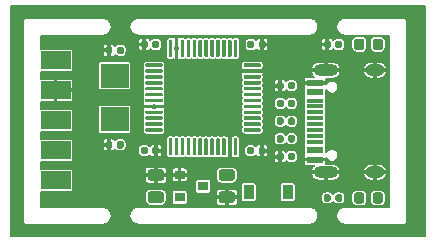
<source format=gbr>
%TF.GenerationSoftware,KiCad,Pcbnew,5.1.6+dfsg1-1*%
%TF.CreationDate,2020-06-28T19:58:20+08:00*%
%TF.ProjectId,stlink,73746c69-6e6b-42e6-9b69-6361645f7063,rev?*%
%TF.SameCoordinates,Original*%
%TF.FileFunction,Copper,L1,Top*%
%TF.FilePolarity,Positive*%
%FSLAX46Y46*%
G04 Gerber Fmt 4.6, Leading zero omitted, Abs format (unit mm)*
G04 Created by KiCad (PCBNEW 5.1.6+dfsg1-1) date 2020-06-28 19:58:20*
%MOMM*%
%LPD*%
G01*
G04 APERTURE LIST*
%TA.AperFunction,SMDPad,CuDef*%
%ADD10R,2.400000X2.000000*%
%TD*%
%TA.AperFunction,SMDPad,CuDef*%
%ADD11R,2.540000X1.524000*%
%TD*%
%TA.AperFunction,SMDPad,CuDef*%
%ADD12R,0.900000X1.200000*%
%TD*%
%TA.AperFunction,SMDPad,CuDef*%
%ADD13R,0.900000X0.800000*%
%TD*%
%TA.AperFunction,SMDPad,CuDef*%
%ADD14R,1.450000X0.600000*%
%TD*%
%TA.AperFunction,SMDPad,CuDef*%
%ADD15R,1.450000X0.300000*%
%TD*%
%TA.AperFunction,ComponentPad*%
%ADD16O,2.100000X1.000000*%
%TD*%
%TA.AperFunction,ComponentPad*%
%ADD17O,1.600000X1.000000*%
%TD*%
%TA.AperFunction,Conductor*%
%ADD18C,0.152400*%
%TD*%
G04 APERTURE END LIST*
%TO.P,R7,2*%
%TO.N,Net-(D3-Pad1)*%
%TA.AperFunction,SMDPad,CuDef*%
G36*
G01*
X135190000Y-83672500D02*
X135190000Y-83327500D01*
G75*
G02*
X135337500Y-83180000I147500J0D01*
G01*
X135632500Y-83180000D01*
G75*
G02*
X135780000Y-83327500I0J-147500D01*
G01*
X135780000Y-83672500D01*
G75*
G02*
X135632500Y-83820000I-147500J0D01*
G01*
X135337500Y-83820000D01*
G75*
G02*
X135190000Y-83672500I0J147500D01*
G01*
G37*
%TD.AperFunction*%
%TO.P,R7,1*%
%TO.N,GND*%
%TA.AperFunction,SMDPad,CuDef*%
G36*
G01*
X134220000Y-83672500D02*
X134220000Y-83327500D01*
G75*
G02*
X134367500Y-83180000I147500J0D01*
G01*
X134662500Y-83180000D01*
G75*
G02*
X134810000Y-83327500I0J-147500D01*
G01*
X134810000Y-83672500D01*
G75*
G02*
X134662500Y-83820000I-147500J0D01*
G01*
X134367500Y-83820000D01*
G75*
G02*
X134220000Y-83672500I0J147500D01*
G01*
G37*
%TD.AperFunction*%
%TD*%
%TO.P,R6,2*%
%TO.N,+3V3*%
%TA.AperFunction,SMDPad,CuDef*%
G36*
G01*
X134810000Y-96327500D02*
X134810000Y-96672500D01*
G75*
G02*
X134662500Y-96820000I-147500J0D01*
G01*
X134367500Y-96820000D01*
G75*
G02*
X134220000Y-96672500I0J147500D01*
G01*
X134220000Y-96327500D01*
G75*
G02*
X134367500Y-96180000I147500J0D01*
G01*
X134662500Y-96180000D01*
G75*
G02*
X134810000Y-96327500I0J-147500D01*
G01*
G37*
%TD.AperFunction*%
%TO.P,R6,1*%
%TO.N,Net-(D2-Pad2)*%
%TA.AperFunction,SMDPad,CuDef*%
G36*
G01*
X135780000Y-96327500D02*
X135780000Y-96672500D01*
G75*
G02*
X135632500Y-96820000I-147500J0D01*
G01*
X135337500Y-96820000D01*
G75*
G02*
X135190000Y-96672500I0J147500D01*
G01*
X135190000Y-96327500D01*
G75*
G02*
X135337500Y-96180000I147500J0D01*
G01*
X135632500Y-96180000D01*
G75*
G02*
X135780000Y-96327500I0J-147500D01*
G01*
G37*
%TD.AperFunction*%
%TD*%
%TO.P,D3,2*%
%TO.N,LED*%
%TA.AperFunction,SMDPad,CuDef*%
G36*
G01*
X138350000Y-83756250D02*
X138350000Y-83243750D01*
G75*
G02*
X138568750Y-83025000I218750J0D01*
G01*
X139006250Y-83025000D01*
G75*
G02*
X139225000Y-83243750I0J-218750D01*
G01*
X139225000Y-83756250D01*
G75*
G02*
X139006250Y-83975000I-218750J0D01*
G01*
X138568750Y-83975000D01*
G75*
G02*
X138350000Y-83756250I0J218750D01*
G01*
G37*
%TD.AperFunction*%
%TO.P,D3,1*%
%TO.N,Net-(D3-Pad1)*%
%TA.AperFunction,SMDPad,CuDef*%
G36*
G01*
X136775000Y-83756250D02*
X136775000Y-83243750D01*
G75*
G02*
X136993750Y-83025000I218750J0D01*
G01*
X137431250Y-83025000D01*
G75*
G02*
X137650000Y-83243750I0J-218750D01*
G01*
X137650000Y-83756250D01*
G75*
G02*
X137431250Y-83975000I-218750J0D01*
G01*
X136993750Y-83975000D01*
G75*
G02*
X136775000Y-83756250I0J218750D01*
G01*
G37*
%TD.AperFunction*%
%TD*%
%TO.P,D2,2*%
%TO.N,Net-(D2-Pad2)*%
%TA.AperFunction,SMDPad,CuDef*%
G36*
G01*
X137650000Y-96243750D02*
X137650000Y-96756250D01*
G75*
G02*
X137431250Y-96975000I-218750J0D01*
G01*
X136993750Y-96975000D01*
G75*
G02*
X136775000Y-96756250I0J218750D01*
G01*
X136775000Y-96243750D01*
G75*
G02*
X136993750Y-96025000I218750J0D01*
G01*
X137431250Y-96025000D01*
G75*
G02*
X137650000Y-96243750I0J-218750D01*
G01*
G37*
%TD.AperFunction*%
%TO.P,D2,1*%
%TO.N,LED*%
%TA.AperFunction,SMDPad,CuDef*%
G36*
G01*
X139225000Y-96243750D02*
X139225000Y-96756250D01*
G75*
G02*
X139006250Y-96975000I-218750J0D01*
G01*
X138568750Y-96975000D01*
G75*
G02*
X138350000Y-96756250I0J218750D01*
G01*
X138350000Y-96243750D01*
G75*
G02*
X138568750Y-96025000I218750J0D01*
G01*
X139006250Y-96025000D01*
G75*
G02*
X139225000Y-96243750I0J-218750D01*
G01*
G37*
%TD.AperFunction*%
%TD*%
D10*
%TO.P,Y1,2*%
%TO.N,Net-(C8-Pad1)*%
X116500000Y-89850000D03*
%TO.P,Y1,1*%
%TO.N,Net-(C7-Pad1)*%
X116500000Y-86150000D03*
%TD*%
%TO.P,C8,2*%
%TO.N,GND*%
%TA.AperFunction,SMDPad,CuDef*%
G36*
G01*
X116310000Y-91827500D02*
X116310000Y-92172500D01*
G75*
G02*
X116162500Y-92320000I-147500J0D01*
G01*
X115867500Y-92320000D01*
G75*
G02*
X115720000Y-92172500I0J147500D01*
G01*
X115720000Y-91827500D01*
G75*
G02*
X115867500Y-91680000I147500J0D01*
G01*
X116162500Y-91680000D01*
G75*
G02*
X116310000Y-91827500I0J-147500D01*
G01*
G37*
%TD.AperFunction*%
%TO.P,C8,1*%
%TO.N,Net-(C8-Pad1)*%
%TA.AperFunction,SMDPad,CuDef*%
G36*
G01*
X117280000Y-91827500D02*
X117280000Y-92172500D01*
G75*
G02*
X117132500Y-92320000I-147500J0D01*
G01*
X116837500Y-92320000D01*
G75*
G02*
X116690000Y-92172500I0J147500D01*
G01*
X116690000Y-91827500D01*
G75*
G02*
X116837500Y-91680000I147500J0D01*
G01*
X117132500Y-91680000D01*
G75*
G02*
X117280000Y-91827500I0J-147500D01*
G01*
G37*
%TD.AperFunction*%
%TD*%
%TO.P,C7,2*%
%TO.N,GND*%
%TA.AperFunction,SMDPad,CuDef*%
G36*
G01*
X116310000Y-83827500D02*
X116310000Y-84172500D01*
G75*
G02*
X116162500Y-84320000I-147500J0D01*
G01*
X115867500Y-84320000D01*
G75*
G02*
X115720000Y-84172500I0J147500D01*
G01*
X115720000Y-83827500D01*
G75*
G02*
X115867500Y-83680000I147500J0D01*
G01*
X116162500Y-83680000D01*
G75*
G02*
X116310000Y-83827500I0J-147500D01*
G01*
G37*
%TD.AperFunction*%
%TO.P,C7,1*%
%TO.N,Net-(C7-Pad1)*%
%TA.AperFunction,SMDPad,CuDef*%
G36*
G01*
X117280000Y-83827500D02*
X117280000Y-84172500D01*
G75*
G02*
X117132500Y-84320000I-147500J0D01*
G01*
X116837500Y-84320000D01*
G75*
G02*
X116690000Y-84172500I0J147500D01*
G01*
X116690000Y-83827500D01*
G75*
G02*
X116837500Y-83680000I147500J0D01*
G01*
X117132500Y-83680000D01*
G75*
G02*
X117280000Y-83827500I0J-147500D01*
G01*
G37*
%TD.AperFunction*%
%TD*%
D11*
%TO.P,J2,9*%
%TO.N,SWIM_RST*%
X111500000Y-84840000D03*
%TO.P,J2,7*%
%TO.N,GND*%
X111500000Y-87380000D03*
%TO.P,J2,5*%
%TO.N,SWIM*%
X111500000Y-89920000D03*
%TO.P,J2,3*%
%TO.N,Net-(J2-Pad3)*%
X111500000Y-92460000D03*
%TO.P,J2,1*%
%TO.N,JRST*%
X111500000Y-95000000D03*
%TD*%
%TO.P,R5,2*%
%TO.N,Net-(J1-PadB5)*%
%TA.AperFunction,SMDPad,CuDef*%
G36*
G01*
X131190000Y-87167500D02*
X131190000Y-86822500D01*
G75*
G02*
X131337500Y-86675000I147500J0D01*
G01*
X131632500Y-86675000D01*
G75*
G02*
X131780000Y-86822500I0J-147500D01*
G01*
X131780000Y-87167500D01*
G75*
G02*
X131632500Y-87315000I-147500J0D01*
G01*
X131337500Y-87315000D01*
G75*
G02*
X131190000Y-87167500I0J147500D01*
G01*
G37*
%TD.AperFunction*%
%TO.P,R5,1*%
%TO.N,GND*%
%TA.AperFunction,SMDPad,CuDef*%
G36*
G01*
X130220000Y-87167500D02*
X130220000Y-86822500D01*
G75*
G02*
X130367500Y-86675000I147500J0D01*
G01*
X130662500Y-86675000D01*
G75*
G02*
X130810000Y-86822500I0J-147500D01*
G01*
X130810000Y-87167500D01*
G75*
G02*
X130662500Y-87315000I-147500J0D01*
G01*
X130367500Y-87315000D01*
G75*
G02*
X130220000Y-87167500I0J147500D01*
G01*
G37*
%TD.AperFunction*%
%TD*%
%TO.P,R4,2*%
%TO.N,Net-(J1-PadA5)*%
%TA.AperFunction,SMDPad,CuDef*%
G36*
G01*
X131190000Y-93172500D02*
X131190000Y-92827500D01*
G75*
G02*
X131337500Y-92680000I147500J0D01*
G01*
X131632500Y-92680000D01*
G75*
G02*
X131780000Y-92827500I0J-147500D01*
G01*
X131780000Y-93172500D01*
G75*
G02*
X131632500Y-93320000I-147500J0D01*
G01*
X131337500Y-93320000D01*
G75*
G02*
X131190000Y-93172500I0J147500D01*
G01*
G37*
%TD.AperFunction*%
%TO.P,R4,1*%
%TO.N,GND*%
%TA.AperFunction,SMDPad,CuDef*%
G36*
G01*
X130220000Y-93172500D02*
X130220000Y-92827500D01*
G75*
G02*
X130367500Y-92680000I147500J0D01*
G01*
X130662500Y-92680000D01*
G75*
G02*
X130810000Y-92827500I0J-147500D01*
G01*
X130810000Y-93172500D01*
G75*
G02*
X130662500Y-93320000I-147500J0D01*
G01*
X130367500Y-93320000D01*
G75*
G02*
X130220000Y-93172500I0J147500D01*
G01*
G37*
%TD.AperFunction*%
%TD*%
%TO.P,C6,2*%
%TO.N,GND*%
%TA.AperFunction,SMDPad,CuDef*%
G36*
G01*
X119690000Y-92672500D02*
X119690000Y-92327500D01*
G75*
G02*
X119837500Y-92180000I147500J0D01*
G01*
X120132500Y-92180000D01*
G75*
G02*
X120280000Y-92327500I0J-147500D01*
G01*
X120280000Y-92672500D01*
G75*
G02*
X120132500Y-92820000I-147500J0D01*
G01*
X119837500Y-92820000D01*
G75*
G02*
X119690000Y-92672500I0J147500D01*
G01*
G37*
%TD.AperFunction*%
%TO.P,C6,1*%
%TO.N,+3V3*%
%TA.AperFunction,SMDPad,CuDef*%
G36*
G01*
X118720000Y-92672500D02*
X118720000Y-92327500D01*
G75*
G02*
X118867500Y-92180000I147500J0D01*
G01*
X119162500Y-92180000D01*
G75*
G02*
X119310000Y-92327500I0J-147500D01*
G01*
X119310000Y-92672500D01*
G75*
G02*
X119162500Y-92820000I-147500J0D01*
G01*
X118867500Y-92820000D01*
G75*
G02*
X118720000Y-92672500I0J147500D01*
G01*
G37*
%TD.AperFunction*%
%TD*%
%TO.P,C5,2*%
%TO.N,GND*%
%TA.AperFunction,SMDPad,CuDef*%
G36*
G01*
X128690000Y-92672500D02*
X128690000Y-92327500D01*
G75*
G02*
X128837500Y-92180000I147500J0D01*
G01*
X129132500Y-92180000D01*
G75*
G02*
X129280000Y-92327500I0J-147500D01*
G01*
X129280000Y-92672500D01*
G75*
G02*
X129132500Y-92820000I-147500J0D01*
G01*
X128837500Y-92820000D01*
G75*
G02*
X128690000Y-92672500I0J147500D01*
G01*
G37*
%TD.AperFunction*%
%TO.P,C5,1*%
%TO.N,+3V3*%
%TA.AperFunction,SMDPad,CuDef*%
G36*
G01*
X127720000Y-92672500D02*
X127720000Y-92327500D01*
G75*
G02*
X127867500Y-92180000I147500J0D01*
G01*
X128162500Y-92180000D01*
G75*
G02*
X128310000Y-92327500I0J-147500D01*
G01*
X128310000Y-92672500D01*
G75*
G02*
X128162500Y-92820000I-147500J0D01*
G01*
X127867500Y-92820000D01*
G75*
G02*
X127720000Y-92672500I0J147500D01*
G01*
G37*
%TD.AperFunction*%
%TD*%
%TO.P,C4,2*%
%TO.N,GND*%
%TA.AperFunction,SMDPad,CuDef*%
G36*
G01*
X128705000Y-83672500D02*
X128705000Y-83327500D01*
G75*
G02*
X128852500Y-83180000I147500J0D01*
G01*
X129147500Y-83180000D01*
G75*
G02*
X129295000Y-83327500I0J-147500D01*
G01*
X129295000Y-83672500D01*
G75*
G02*
X129147500Y-83820000I-147500J0D01*
G01*
X128852500Y-83820000D01*
G75*
G02*
X128705000Y-83672500I0J147500D01*
G01*
G37*
%TD.AperFunction*%
%TO.P,C4,1*%
%TO.N,+3V3*%
%TA.AperFunction,SMDPad,CuDef*%
G36*
G01*
X127735000Y-83672500D02*
X127735000Y-83327500D01*
G75*
G02*
X127882500Y-83180000I147500J0D01*
G01*
X128177500Y-83180000D01*
G75*
G02*
X128325000Y-83327500I0J-147500D01*
G01*
X128325000Y-83672500D01*
G75*
G02*
X128177500Y-83820000I-147500J0D01*
G01*
X127882500Y-83820000D01*
G75*
G02*
X127735000Y-83672500I0J147500D01*
G01*
G37*
%TD.AperFunction*%
%TD*%
%TO.P,C3,2*%
%TO.N,GND*%
%TA.AperFunction,SMDPad,CuDef*%
G36*
G01*
X119310000Y-83327500D02*
X119310000Y-83672500D01*
G75*
G02*
X119162500Y-83820000I-147500J0D01*
G01*
X118867500Y-83820000D01*
G75*
G02*
X118720000Y-83672500I0J147500D01*
G01*
X118720000Y-83327500D01*
G75*
G02*
X118867500Y-83180000I147500J0D01*
G01*
X119162500Y-83180000D01*
G75*
G02*
X119310000Y-83327500I0J-147500D01*
G01*
G37*
%TD.AperFunction*%
%TO.P,C3,1*%
%TO.N,+3V3*%
%TA.AperFunction,SMDPad,CuDef*%
G36*
G01*
X120280000Y-83327500D02*
X120280000Y-83672500D01*
G75*
G02*
X120132500Y-83820000I-147500J0D01*
G01*
X119837500Y-83820000D01*
G75*
G02*
X119690000Y-83672500I0J147500D01*
G01*
X119690000Y-83327500D01*
G75*
G02*
X119837500Y-83180000I147500J0D01*
G01*
X120132500Y-83180000D01*
G75*
G02*
X120280000Y-83327500I0J-147500D01*
G01*
G37*
%TD.AperFunction*%
%TD*%
%TO.P,R3,2*%
%TO.N,Net-(J1-PadA6)*%
%TA.AperFunction,SMDPad,CuDef*%
G36*
G01*
X131190000Y-91672500D02*
X131190000Y-91327500D01*
G75*
G02*
X131337500Y-91180000I147500J0D01*
G01*
X131632500Y-91180000D01*
G75*
G02*
X131780000Y-91327500I0J-147500D01*
G01*
X131780000Y-91672500D01*
G75*
G02*
X131632500Y-91820000I-147500J0D01*
G01*
X131337500Y-91820000D01*
G75*
G02*
X131190000Y-91672500I0J147500D01*
G01*
G37*
%TD.AperFunction*%
%TO.P,R3,1*%
%TO.N,+3V3*%
%TA.AperFunction,SMDPad,CuDef*%
G36*
G01*
X130220000Y-91672500D02*
X130220000Y-91327500D01*
G75*
G02*
X130367500Y-91180000I147500J0D01*
G01*
X130662500Y-91180000D01*
G75*
G02*
X130810000Y-91327500I0J-147500D01*
G01*
X130810000Y-91672500D01*
G75*
G02*
X130662500Y-91820000I-147500J0D01*
G01*
X130367500Y-91820000D01*
G75*
G02*
X130220000Y-91672500I0J147500D01*
G01*
G37*
%TD.AperFunction*%
%TD*%
%TO.P,R2,2*%
%TO.N,Net-(J1-PadA6)*%
%TA.AperFunction,SMDPad,CuDef*%
G36*
G01*
X131190000Y-88672500D02*
X131190000Y-88327500D01*
G75*
G02*
X131337500Y-88180000I147500J0D01*
G01*
X131632500Y-88180000D01*
G75*
G02*
X131780000Y-88327500I0J-147500D01*
G01*
X131780000Y-88672500D01*
G75*
G02*
X131632500Y-88820000I-147500J0D01*
G01*
X131337500Y-88820000D01*
G75*
G02*
X131190000Y-88672500I0J147500D01*
G01*
G37*
%TD.AperFunction*%
%TO.P,R2,1*%
%TO.N,D+*%
%TA.AperFunction,SMDPad,CuDef*%
G36*
G01*
X130220000Y-88672500D02*
X130220000Y-88327500D01*
G75*
G02*
X130367500Y-88180000I147500J0D01*
G01*
X130662500Y-88180000D01*
G75*
G02*
X130810000Y-88327500I0J-147500D01*
G01*
X130810000Y-88672500D01*
G75*
G02*
X130662500Y-88820000I-147500J0D01*
G01*
X130367500Y-88820000D01*
G75*
G02*
X130220000Y-88672500I0J147500D01*
G01*
G37*
%TD.AperFunction*%
%TD*%
%TO.P,R1,2*%
%TO.N,Net-(J1-PadA7)*%
%TA.AperFunction,SMDPad,CuDef*%
G36*
G01*
X131190000Y-90172500D02*
X131190000Y-89827500D01*
G75*
G02*
X131337500Y-89680000I147500J0D01*
G01*
X131632500Y-89680000D01*
G75*
G02*
X131780000Y-89827500I0J-147500D01*
G01*
X131780000Y-90172500D01*
G75*
G02*
X131632500Y-90320000I-147500J0D01*
G01*
X131337500Y-90320000D01*
G75*
G02*
X131190000Y-90172500I0J147500D01*
G01*
G37*
%TD.AperFunction*%
%TO.P,R1,1*%
%TO.N,D-*%
%TA.AperFunction,SMDPad,CuDef*%
G36*
G01*
X130220000Y-90172500D02*
X130220000Y-89827500D01*
G75*
G02*
X130367500Y-89680000I147500J0D01*
G01*
X130662500Y-89680000D01*
G75*
G02*
X130810000Y-89827500I0J-147500D01*
G01*
X130810000Y-90172500D01*
G75*
G02*
X130662500Y-90320000I-147500J0D01*
G01*
X130367500Y-90320000D01*
G75*
G02*
X130220000Y-90172500I0J147500D01*
G01*
G37*
%TD.AperFunction*%
%TD*%
D12*
%TO.P,D1,2*%
%TO.N,VBUS*%
X131150000Y-96000000D03*
%TO.P,D1,1*%
%TO.N,+5V*%
X127850000Y-96000000D03*
%TD*%
%TO.P,C2,2*%
%TO.N,GND*%
%TA.AperFunction,SMDPad,CuDef*%
G36*
G01*
X120456250Y-95050000D02*
X119543750Y-95050000D01*
G75*
G02*
X119300000Y-94806250I0J243750D01*
G01*
X119300000Y-94318750D01*
G75*
G02*
X119543750Y-94075000I243750J0D01*
G01*
X120456250Y-94075000D01*
G75*
G02*
X120700000Y-94318750I0J-243750D01*
G01*
X120700000Y-94806250D01*
G75*
G02*
X120456250Y-95050000I-243750J0D01*
G01*
G37*
%TD.AperFunction*%
%TO.P,C2,1*%
%TO.N,+3V3*%
%TA.AperFunction,SMDPad,CuDef*%
G36*
G01*
X120456250Y-96925000D02*
X119543750Y-96925000D01*
G75*
G02*
X119300000Y-96681250I0J243750D01*
G01*
X119300000Y-96193750D01*
G75*
G02*
X119543750Y-95950000I243750J0D01*
G01*
X120456250Y-95950000D01*
G75*
G02*
X120700000Y-96193750I0J-243750D01*
G01*
X120700000Y-96681250D01*
G75*
G02*
X120456250Y-96925000I-243750J0D01*
G01*
G37*
%TD.AperFunction*%
%TD*%
%TO.P,C1,2*%
%TO.N,GND*%
%TA.AperFunction,SMDPad,CuDef*%
G36*
G01*
X125543750Y-95950000D02*
X126456250Y-95950000D01*
G75*
G02*
X126700000Y-96193750I0J-243750D01*
G01*
X126700000Y-96681250D01*
G75*
G02*
X126456250Y-96925000I-243750J0D01*
G01*
X125543750Y-96925000D01*
G75*
G02*
X125300000Y-96681250I0J243750D01*
G01*
X125300000Y-96193750D01*
G75*
G02*
X125543750Y-95950000I243750J0D01*
G01*
G37*
%TD.AperFunction*%
%TO.P,C1,1*%
%TO.N,+5V*%
%TA.AperFunction,SMDPad,CuDef*%
G36*
G01*
X125543750Y-94075000D02*
X126456250Y-94075000D01*
G75*
G02*
X126700000Y-94318750I0J-243750D01*
G01*
X126700000Y-94806250D01*
G75*
G02*
X126456250Y-95050000I-243750J0D01*
G01*
X125543750Y-95050000D01*
G75*
G02*
X125300000Y-94806250I0J243750D01*
G01*
X125300000Y-94318750D01*
G75*
G02*
X125543750Y-94075000I243750J0D01*
G01*
G37*
%TD.AperFunction*%
%TD*%
D13*
%TO.P,U2,3*%
%TO.N,+5V*%
X124000000Y-95500000D03*
%TO.P,U2,2*%
%TO.N,+3V3*%
X122000000Y-96450000D03*
%TO.P,U2,1*%
%TO.N,GND*%
X122000000Y-94550000D03*
%TD*%
%TO.P,U1,48*%
%TO.N,Net-(U1-Pad1)*%
%TA.AperFunction,SMDPad,CuDef*%
G36*
G01*
X121100000Y-84500000D02*
X121100000Y-83175000D01*
G75*
G02*
X121175000Y-83100000I75000J0D01*
G01*
X121325000Y-83100000D01*
G75*
G02*
X121400000Y-83175000I0J-75000D01*
G01*
X121400000Y-84500000D01*
G75*
G02*
X121325000Y-84575000I-75000J0D01*
G01*
X121175000Y-84575000D01*
G75*
G02*
X121100000Y-84500000I0J75000D01*
G01*
G37*
%TD.AperFunction*%
%TO.P,U1,47*%
%TO.N,GND*%
%TA.AperFunction,SMDPad,CuDef*%
G36*
G01*
X121600000Y-84500000D02*
X121600000Y-83175000D01*
G75*
G02*
X121675000Y-83100000I75000J0D01*
G01*
X121825000Y-83100000D01*
G75*
G02*
X121900000Y-83175000I0J-75000D01*
G01*
X121900000Y-84500000D01*
G75*
G02*
X121825000Y-84575000I-75000J0D01*
G01*
X121675000Y-84575000D01*
G75*
G02*
X121600000Y-84500000I0J75000D01*
G01*
G37*
%TD.AperFunction*%
%TO.P,U1,46*%
%TO.N,Net-(U1-Pad46)*%
%TA.AperFunction,SMDPad,CuDef*%
G36*
G01*
X122100000Y-84500000D02*
X122100000Y-83175000D01*
G75*
G02*
X122175000Y-83100000I75000J0D01*
G01*
X122325000Y-83100000D01*
G75*
G02*
X122400000Y-83175000I0J-75000D01*
G01*
X122400000Y-84500000D01*
G75*
G02*
X122325000Y-84575000I-75000J0D01*
G01*
X122175000Y-84575000D01*
G75*
G02*
X122100000Y-84500000I0J75000D01*
G01*
G37*
%TD.AperFunction*%
%TO.P,U1,45*%
%TO.N,Net-(U1-Pad45)*%
%TA.AperFunction,SMDPad,CuDef*%
G36*
G01*
X122600000Y-84500000D02*
X122600000Y-83175000D01*
G75*
G02*
X122675000Y-83100000I75000J0D01*
G01*
X122825000Y-83100000D01*
G75*
G02*
X122900000Y-83175000I0J-75000D01*
G01*
X122900000Y-84500000D01*
G75*
G02*
X122825000Y-84575000I-75000J0D01*
G01*
X122675000Y-84575000D01*
G75*
G02*
X122600000Y-84500000I0J75000D01*
G01*
G37*
%TD.AperFunction*%
%TO.P,U1,44*%
%TO.N,Net-(U1-Pad44)*%
%TA.AperFunction,SMDPad,CuDef*%
G36*
G01*
X123100000Y-84500000D02*
X123100000Y-83175000D01*
G75*
G02*
X123175000Y-83100000I75000J0D01*
G01*
X123325000Y-83100000D01*
G75*
G02*
X123400000Y-83175000I0J-75000D01*
G01*
X123400000Y-84500000D01*
G75*
G02*
X123325000Y-84575000I-75000J0D01*
G01*
X123175000Y-84575000D01*
G75*
G02*
X123100000Y-84500000I0J75000D01*
G01*
G37*
%TD.AperFunction*%
%TO.P,U1,43*%
%TO.N,Net-(U1-Pad43)*%
%TA.AperFunction,SMDPad,CuDef*%
G36*
G01*
X123600000Y-84500000D02*
X123600000Y-83175000D01*
G75*
G02*
X123675000Y-83100000I75000J0D01*
G01*
X123825000Y-83100000D01*
G75*
G02*
X123900000Y-83175000I0J-75000D01*
G01*
X123900000Y-84500000D01*
G75*
G02*
X123825000Y-84575000I-75000J0D01*
G01*
X123675000Y-84575000D01*
G75*
G02*
X123600000Y-84500000I0J75000D01*
G01*
G37*
%TD.AperFunction*%
%TO.P,U1,42*%
%TO.N,Net-(U1-Pad42)*%
%TA.AperFunction,SMDPad,CuDef*%
G36*
G01*
X124100000Y-84500000D02*
X124100000Y-83175000D01*
G75*
G02*
X124175000Y-83100000I75000J0D01*
G01*
X124325000Y-83100000D01*
G75*
G02*
X124400000Y-83175000I0J-75000D01*
G01*
X124400000Y-84500000D01*
G75*
G02*
X124325000Y-84575000I-75000J0D01*
G01*
X124175000Y-84575000D01*
G75*
G02*
X124100000Y-84500000I0J75000D01*
G01*
G37*
%TD.AperFunction*%
%TO.P,U1,41*%
%TO.N,Net-(U1-Pad41)*%
%TA.AperFunction,SMDPad,CuDef*%
G36*
G01*
X124600000Y-84500000D02*
X124600000Y-83175000D01*
G75*
G02*
X124675000Y-83100000I75000J0D01*
G01*
X124825000Y-83100000D01*
G75*
G02*
X124900000Y-83175000I0J-75000D01*
G01*
X124900000Y-84500000D01*
G75*
G02*
X124825000Y-84575000I-75000J0D01*
G01*
X124675000Y-84575000D01*
G75*
G02*
X124600000Y-84500000I0J75000D01*
G01*
G37*
%TD.AperFunction*%
%TO.P,U1,40*%
%TO.N,Net-(U1-Pad40)*%
%TA.AperFunction,SMDPad,CuDef*%
G36*
G01*
X125100000Y-84500000D02*
X125100000Y-83175000D01*
G75*
G02*
X125175000Y-83100000I75000J0D01*
G01*
X125325000Y-83100000D01*
G75*
G02*
X125400000Y-83175000I0J-75000D01*
G01*
X125400000Y-84500000D01*
G75*
G02*
X125325000Y-84575000I-75000J0D01*
G01*
X125175000Y-84575000D01*
G75*
G02*
X125100000Y-84500000I0J75000D01*
G01*
G37*
%TD.AperFunction*%
%TO.P,U1,39*%
%TO.N,Net-(U1-Pad39)*%
%TA.AperFunction,SMDPad,CuDef*%
G36*
G01*
X125600000Y-84500000D02*
X125600000Y-83175000D01*
G75*
G02*
X125675000Y-83100000I75000J0D01*
G01*
X125825000Y-83100000D01*
G75*
G02*
X125900000Y-83175000I0J-75000D01*
G01*
X125900000Y-84500000D01*
G75*
G02*
X125825000Y-84575000I-75000J0D01*
G01*
X125675000Y-84575000D01*
G75*
G02*
X125600000Y-84500000I0J75000D01*
G01*
G37*
%TD.AperFunction*%
%TO.P,U1,38*%
%TO.N,Net-(U1-Pad38)*%
%TA.AperFunction,SMDPad,CuDef*%
G36*
G01*
X126100000Y-84500000D02*
X126100000Y-83175000D01*
G75*
G02*
X126175000Y-83100000I75000J0D01*
G01*
X126325000Y-83100000D01*
G75*
G02*
X126400000Y-83175000I0J-75000D01*
G01*
X126400000Y-84500000D01*
G75*
G02*
X126325000Y-84575000I-75000J0D01*
G01*
X126175000Y-84575000D01*
G75*
G02*
X126100000Y-84500000I0J75000D01*
G01*
G37*
%TD.AperFunction*%
%TO.P,U1,37*%
%TO.N,JTCK_SWCLK*%
%TA.AperFunction,SMDPad,CuDef*%
G36*
G01*
X126600000Y-84500000D02*
X126600000Y-83175000D01*
G75*
G02*
X126675000Y-83100000I75000J0D01*
G01*
X126825000Y-83100000D01*
G75*
G02*
X126900000Y-83175000I0J-75000D01*
G01*
X126900000Y-84500000D01*
G75*
G02*
X126825000Y-84575000I-75000J0D01*
G01*
X126675000Y-84575000D01*
G75*
G02*
X126600000Y-84500000I0J75000D01*
G01*
G37*
%TD.AperFunction*%
%TO.P,U1,36*%
%TO.N,Net-(U1-Pad1)*%
%TA.AperFunction,SMDPad,CuDef*%
G36*
G01*
X127425000Y-85325000D02*
X127425000Y-85175000D01*
G75*
G02*
X127500000Y-85100000I75000J0D01*
G01*
X128825000Y-85100000D01*
G75*
G02*
X128900000Y-85175000I0J-75000D01*
G01*
X128900000Y-85325000D01*
G75*
G02*
X128825000Y-85400000I-75000J0D01*
G01*
X127500000Y-85400000D01*
G75*
G02*
X127425000Y-85325000I0J75000D01*
G01*
G37*
%TD.AperFunction*%
%TO.P,U1,35*%
%TO.N,GND*%
%TA.AperFunction,SMDPad,CuDef*%
G36*
G01*
X127425000Y-85825000D02*
X127425000Y-85675000D01*
G75*
G02*
X127500000Y-85600000I75000J0D01*
G01*
X128825000Y-85600000D01*
G75*
G02*
X128900000Y-85675000I0J-75000D01*
G01*
X128900000Y-85825000D01*
G75*
G02*
X128825000Y-85900000I-75000J0D01*
G01*
X127500000Y-85900000D01*
G75*
G02*
X127425000Y-85825000I0J75000D01*
G01*
G37*
%TD.AperFunction*%
%TO.P,U1,34*%
%TO.N,Net-(U1-Pad34)*%
%TA.AperFunction,SMDPad,CuDef*%
G36*
G01*
X127425000Y-86325000D02*
X127425000Y-86175000D01*
G75*
G02*
X127500000Y-86100000I75000J0D01*
G01*
X128825000Y-86100000D01*
G75*
G02*
X128900000Y-86175000I0J-75000D01*
G01*
X128900000Y-86325000D01*
G75*
G02*
X128825000Y-86400000I-75000J0D01*
G01*
X127500000Y-86400000D01*
G75*
G02*
X127425000Y-86325000I0J75000D01*
G01*
G37*
%TD.AperFunction*%
%TO.P,U1,33*%
%TO.N,D+*%
%TA.AperFunction,SMDPad,CuDef*%
G36*
G01*
X127425000Y-86825000D02*
X127425000Y-86675000D01*
G75*
G02*
X127500000Y-86600000I75000J0D01*
G01*
X128825000Y-86600000D01*
G75*
G02*
X128900000Y-86675000I0J-75000D01*
G01*
X128900000Y-86825000D01*
G75*
G02*
X128825000Y-86900000I-75000J0D01*
G01*
X127500000Y-86900000D01*
G75*
G02*
X127425000Y-86825000I0J75000D01*
G01*
G37*
%TD.AperFunction*%
%TO.P,U1,32*%
%TO.N,D-*%
%TA.AperFunction,SMDPad,CuDef*%
G36*
G01*
X127425000Y-87325000D02*
X127425000Y-87175000D01*
G75*
G02*
X127500000Y-87100000I75000J0D01*
G01*
X128825000Y-87100000D01*
G75*
G02*
X128900000Y-87175000I0J-75000D01*
G01*
X128900000Y-87325000D01*
G75*
G02*
X128825000Y-87400000I-75000J0D01*
G01*
X127500000Y-87400000D01*
G75*
G02*
X127425000Y-87325000I0J75000D01*
G01*
G37*
%TD.AperFunction*%
%TO.P,U1,31*%
%TO.N,Net-(U1-Pad31)*%
%TA.AperFunction,SMDPad,CuDef*%
G36*
G01*
X127425000Y-87825000D02*
X127425000Y-87675000D01*
G75*
G02*
X127500000Y-87600000I75000J0D01*
G01*
X128825000Y-87600000D01*
G75*
G02*
X128900000Y-87675000I0J-75000D01*
G01*
X128900000Y-87825000D01*
G75*
G02*
X128825000Y-87900000I-75000J0D01*
G01*
X127500000Y-87900000D01*
G75*
G02*
X127425000Y-87825000I0J75000D01*
G01*
G37*
%TD.AperFunction*%
%TO.P,U1,30*%
%TO.N,Net-(U1-Pad30)*%
%TA.AperFunction,SMDPad,CuDef*%
G36*
G01*
X127425000Y-88325000D02*
X127425000Y-88175000D01*
G75*
G02*
X127500000Y-88100000I75000J0D01*
G01*
X128825000Y-88100000D01*
G75*
G02*
X128900000Y-88175000I0J-75000D01*
G01*
X128900000Y-88325000D01*
G75*
G02*
X128825000Y-88400000I-75000J0D01*
G01*
X127500000Y-88400000D01*
G75*
G02*
X127425000Y-88325000I0J75000D01*
G01*
G37*
%TD.AperFunction*%
%TO.P,U1,29*%
%TO.N,Net-(U1-Pad29)*%
%TA.AperFunction,SMDPad,CuDef*%
G36*
G01*
X127425000Y-88825000D02*
X127425000Y-88675000D01*
G75*
G02*
X127500000Y-88600000I75000J0D01*
G01*
X128825000Y-88600000D01*
G75*
G02*
X128900000Y-88675000I0J-75000D01*
G01*
X128900000Y-88825000D01*
G75*
G02*
X128825000Y-88900000I-75000J0D01*
G01*
X127500000Y-88900000D01*
G75*
G02*
X127425000Y-88825000I0J75000D01*
G01*
G37*
%TD.AperFunction*%
%TO.P,U1,28*%
%TO.N,Net-(U1-Pad28)*%
%TA.AperFunction,SMDPad,CuDef*%
G36*
G01*
X127425000Y-89325000D02*
X127425000Y-89175000D01*
G75*
G02*
X127500000Y-89100000I75000J0D01*
G01*
X128825000Y-89100000D01*
G75*
G02*
X128900000Y-89175000I0J-75000D01*
G01*
X128900000Y-89325000D01*
G75*
G02*
X128825000Y-89400000I-75000J0D01*
G01*
X127500000Y-89400000D01*
G75*
G02*
X127425000Y-89325000I0J75000D01*
G01*
G37*
%TD.AperFunction*%
%TO.P,U1,27*%
%TO.N,Net-(U1-Pad27)*%
%TA.AperFunction,SMDPad,CuDef*%
G36*
G01*
X127425000Y-89825000D02*
X127425000Y-89675000D01*
G75*
G02*
X127500000Y-89600000I75000J0D01*
G01*
X128825000Y-89600000D01*
G75*
G02*
X128900000Y-89675000I0J-75000D01*
G01*
X128900000Y-89825000D01*
G75*
G02*
X128825000Y-89900000I-75000J0D01*
G01*
X127500000Y-89900000D01*
G75*
G02*
X127425000Y-89825000I0J75000D01*
G01*
G37*
%TD.AperFunction*%
%TO.P,U1,26*%
%TO.N,Net-(U1-Pad26)*%
%TA.AperFunction,SMDPad,CuDef*%
G36*
G01*
X127425000Y-90325000D02*
X127425000Y-90175000D01*
G75*
G02*
X127500000Y-90100000I75000J0D01*
G01*
X128825000Y-90100000D01*
G75*
G02*
X128900000Y-90175000I0J-75000D01*
G01*
X128900000Y-90325000D01*
G75*
G02*
X128825000Y-90400000I-75000J0D01*
G01*
X127500000Y-90400000D01*
G75*
G02*
X127425000Y-90325000I0J75000D01*
G01*
G37*
%TD.AperFunction*%
%TO.P,U1,25*%
%TO.N,Net-(U1-Pad25)*%
%TA.AperFunction,SMDPad,CuDef*%
G36*
G01*
X127425000Y-90825000D02*
X127425000Y-90675000D01*
G75*
G02*
X127500000Y-90600000I75000J0D01*
G01*
X128825000Y-90600000D01*
G75*
G02*
X128900000Y-90675000I0J-75000D01*
G01*
X128900000Y-90825000D01*
G75*
G02*
X128825000Y-90900000I-75000J0D01*
G01*
X127500000Y-90900000D01*
G75*
G02*
X127425000Y-90825000I0J75000D01*
G01*
G37*
%TD.AperFunction*%
%TO.P,U1,24*%
%TO.N,Net-(U1-Pad1)*%
%TA.AperFunction,SMDPad,CuDef*%
G36*
G01*
X126600000Y-92825000D02*
X126600000Y-91500000D01*
G75*
G02*
X126675000Y-91425000I75000J0D01*
G01*
X126825000Y-91425000D01*
G75*
G02*
X126900000Y-91500000I0J-75000D01*
G01*
X126900000Y-92825000D01*
G75*
G02*
X126825000Y-92900000I-75000J0D01*
G01*
X126675000Y-92900000D01*
G75*
G02*
X126600000Y-92825000I0J75000D01*
G01*
G37*
%TD.AperFunction*%
%TO.P,U1,23*%
%TO.N,GND*%
%TA.AperFunction,SMDPad,CuDef*%
G36*
G01*
X126100000Y-92825000D02*
X126100000Y-91500000D01*
G75*
G02*
X126175000Y-91425000I75000J0D01*
G01*
X126325000Y-91425000D01*
G75*
G02*
X126400000Y-91500000I0J-75000D01*
G01*
X126400000Y-92825000D01*
G75*
G02*
X126325000Y-92900000I-75000J0D01*
G01*
X126175000Y-92900000D01*
G75*
G02*
X126100000Y-92825000I0J75000D01*
G01*
G37*
%TD.AperFunction*%
%TO.P,U1,22*%
%TO.N,Net-(U1-Pad22)*%
%TA.AperFunction,SMDPad,CuDef*%
G36*
G01*
X125600000Y-92825000D02*
X125600000Y-91500000D01*
G75*
G02*
X125675000Y-91425000I75000J0D01*
G01*
X125825000Y-91425000D01*
G75*
G02*
X125900000Y-91500000I0J-75000D01*
G01*
X125900000Y-92825000D01*
G75*
G02*
X125825000Y-92900000I-75000J0D01*
G01*
X125675000Y-92900000D01*
G75*
G02*
X125600000Y-92825000I0J75000D01*
G01*
G37*
%TD.AperFunction*%
%TO.P,U1,21*%
%TO.N,Net-(U1-Pad21)*%
%TA.AperFunction,SMDPad,CuDef*%
G36*
G01*
X125100000Y-92825000D02*
X125100000Y-91500000D01*
G75*
G02*
X125175000Y-91425000I75000J0D01*
G01*
X125325000Y-91425000D01*
G75*
G02*
X125400000Y-91500000I0J-75000D01*
G01*
X125400000Y-92825000D01*
G75*
G02*
X125325000Y-92900000I-75000J0D01*
G01*
X125175000Y-92900000D01*
G75*
G02*
X125100000Y-92825000I0J75000D01*
G01*
G37*
%TD.AperFunction*%
%TO.P,U1,20*%
%TO.N,Net-(U1-Pad20)*%
%TA.AperFunction,SMDPad,CuDef*%
G36*
G01*
X124600000Y-92825000D02*
X124600000Y-91500000D01*
G75*
G02*
X124675000Y-91425000I75000J0D01*
G01*
X124825000Y-91425000D01*
G75*
G02*
X124900000Y-91500000I0J-75000D01*
G01*
X124900000Y-92825000D01*
G75*
G02*
X124825000Y-92900000I-75000J0D01*
G01*
X124675000Y-92900000D01*
G75*
G02*
X124600000Y-92825000I0J75000D01*
G01*
G37*
%TD.AperFunction*%
%TO.P,U1,19*%
%TO.N,Net-(U1-Pad19)*%
%TA.AperFunction,SMDPad,CuDef*%
G36*
G01*
X124100000Y-92825000D02*
X124100000Y-91500000D01*
G75*
G02*
X124175000Y-91425000I75000J0D01*
G01*
X124325000Y-91425000D01*
G75*
G02*
X124400000Y-91500000I0J-75000D01*
G01*
X124400000Y-92825000D01*
G75*
G02*
X124325000Y-92900000I-75000J0D01*
G01*
X124175000Y-92900000D01*
G75*
G02*
X124100000Y-92825000I0J75000D01*
G01*
G37*
%TD.AperFunction*%
%TO.P,U1,18*%
%TO.N,Net-(U1-Pad18)*%
%TA.AperFunction,SMDPad,CuDef*%
G36*
G01*
X123600000Y-92825000D02*
X123600000Y-91500000D01*
G75*
G02*
X123675000Y-91425000I75000J0D01*
G01*
X123825000Y-91425000D01*
G75*
G02*
X123900000Y-91500000I0J-75000D01*
G01*
X123900000Y-92825000D01*
G75*
G02*
X123825000Y-92900000I-75000J0D01*
G01*
X123675000Y-92900000D01*
G75*
G02*
X123600000Y-92825000I0J75000D01*
G01*
G37*
%TD.AperFunction*%
%TO.P,U1,17*%
%TO.N,Net-(U1-Pad17)*%
%TA.AperFunction,SMDPad,CuDef*%
G36*
G01*
X123100000Y-92825000D02*
X123100000Y-91500000D01*
G75*
G02*
X123175000Y-91425000I75000J0D01*
G01*
X123325000Y-91425000D01*
G75*
G02*
X123400000Y-91500000I0J-75000D01*
G01*
X123400000Y-92825000D01*
G75*
G02*
X123325000Y-92900000I-75000J0D01*
G01*
X123175000Y-92900000D01*
G75*
G02*
X123100000Y-92825000I0J75000D01*
G01*
G37*
%TD.AperFunction*%
%TO.P,U1,16*%
%TO.N,Net-(U1-Pad16)*%
%TA.AperFunction,SMDPad,CuDef*%
G36*
G01*
X122600000Y-92825000D02*
X122600000Y-91500000D01*
G75*
G02*
X122675000Y-91425000I75000J0D01*
G01*
X122825000Y-91425000D01*
G75*
G02*
X122900000Y-91500000I0J-75000D01*
G01*
X122900000Y-92825000D01*
G75*
G02*
X122825000Y-92900000I-75000J0D01*
G01*
X122675000Y-92900000D01*
G75*
G02*
X122600000Y-92825000I0J75000D01*
G01*
G37*
%TD.AperFunction*%
%TO.P,U1,15*%
%TO.N,Net-(U1-Pad15)*%
%TA.AperFunction,SMDPad,CuDef*%
G36*
G01*
X122100000Y-92825000D02*
X122100000Y-91500000D01*
G75*
G02*
X122175000Y-91425000I75000J0D01*
G01*
X122325000Y-91425000D01*
G75*
G02*
X122400000Y-91500000I0J-75000D01*
G01*
X122400000Y-92825000D01*
G75*
G02*
X122325000Y-92900000I-75000J0D01*
G01*
X122175000Y-92900000D01*
G75*
G02*
X122100000Y-92825000I0J75000D01*
G01*
G37*
%TD.AperFunction*%
%TO.P,U1,14*%
%TO.N,Net-(U1-Pad14)*%
%TA.AperFunction,SMDPad,CuDef*%
G36*
G01*
X121600000Y-92825000D02*
X121600000Y-91500000D01*
G75*
G02*
X121675000Y-91425000I75000J0D01*
G01*
X121825000Y-91425000D01*
G75*
G02*
X121900000Y-91500000I0J-75000D01*
G01*
X121900000Y-92825000D01*
G75*
G02*
X121825000Y-92900000I-75000J0D01*
G01*
X121675000Y-92900000D01*
G75*
G02*
X121600000Y-92825000I0J75000D01*
G01*
G37*
%TD.AperFunction*%
%TO.P,U1,13*%
%TO.N,Net-(U1-Pad13)*%
%TA.AperFunction,SMDPad,CuDef*%
G36*
G01*
X121100000Y-92825000D02*
X121100000Y-91500000D01*
G75*
G02*
X121175000Y-91425000I75000J0D01*
G01*
X121325000Y-91425000D01*
G75*
G02*
X121400000Y-91500000I0J-75000D01*
G01*
X121400000Y-92825000D01*
G75*
G02*
X121325000Y-92900000I-75000J0D01*
G01*
X121175000Y-92900000D01*
G75*
G02*
X121100000Y-92825000I0J75000D01*
G01*
G37*
%TD.AperFunction*%
%TO.P,U1,12*%
%TO.N,Net-(U1-Pad12)*%
%TA.AperFunction,SMDPad,CuDef*%
G36*
G01*
X119100000Y-90825000D02*
X119100000Y-90675000D01*
G75*
G02*
X119175000Y-90600000I75000J0D01*
G01*
X120500000Y-90600000D01*
G75*
G02*
X120575000Y-90675000I0J-75000D01*
G01*
X120575000Y-90825000D01*
G75*
G02*
X120500000Y-90900000I-75000J0D01*
G01*
X119175000Y-90900000D01*
G75*
G02*
X119100000Y-90825000I0J75000D01*
G01*
G37*
%TD.AperFunction*%
%TO.P,U1,11*%
%TO.N,Net-(U1-Pad11)*%
%TA.AperFunction,SMDPad,CuDef*%
G36*
G01*
X119100000Y-90325000D02*
X119100000Y-90175000D01*
G75*
G02*
X119175000Y-90100000I75000J0D01*
G01*
X120500000Y-90100000D01*
G75*
G02*
X120575000Y-90175000I0J-75000D01*
G01*
X120575000Y-90325000D01*
G75*
G02*
X120500000Y-90400000I-75000J0D01*
G01*
X119175000Y-90400000D01*
G75*
G02*
X119100000Y-90325000I0J75000D01*
G01*
G37*
%TD.AperFunction*%
%TO.P,U1,10*%
%TO.N,Net-(U1-Pad10)*%
%TA.AperFunction,SMDPad,CuDef*%
G36*
G01*
X119100000Y-89825000D02*
X119100000Y-89675000D01*
G75*
G02*
X119175000Y-89600000I75000J0D01*
G01*
X120500000Y-89600000D01*
G75*
G02*
X120575000Y-89675000I0J-75000D01*
G01*
X120575000Y-89825000D01*
G75*
G02*
X120500000Y-89900000I-75000J0D01*
G01*
X119175000Y-89900000D01*
G75*
G02*
X119100000Y-89825000I0J75000D01*
G01*
G37*
%TD.AperFunction*%
%TO.P,U1,9*%
%TO.N,Net-(U1-Pad1)*%
%TA.AperFunction,SMDPad,CuDef*%
G36*
G01*
X119100000Y-89325000D02*
X119100000Y-89175000D01*
G75*
G02*
X119175000Y-89100000I75000J0D01*
G01*
X120500000Y-89100000D01*
G75*
G02*
X120575000Y-89175000I0J-75000D01*
G01*
X120575000Y-89325000D01*
G75*
G02*
X120500000Y-89400000I-75000J0D01*
G01*
X119175000Y-89400000D01*
G75*
G02*
X119100000Y-89325000I0J75000D01*
G01*
G37*
%TD.AperFunction*%
%TO.P,U1,8*%
%TO.N,GND*%
%TA.AperFunction,SMDPad,CuDef*%
G36*
G01*
X119100000Y-88825000D02*
X119100000Y-88675000D01*
G75*
G02*
X119175000Y-88600000I75000J0D01*
G01*
X120500000Y-88600000D01*
G75*
G02*
X120575000Y-88675000I0J-75000D01*
G01*
X120575000Y-88825000D01*
G75*
G02*
X120500000Y-88900000I-75000J0D01*
G01*
X119175000Y-88900000D01*
G75*
G02*
X119100000Y-88825000I0J75000D01*
G01*
G37*
%TD.AperFunction*%
%TO.P,U1,7*%
%TO.N,Net-(U1-Pad7)*%
%TA.AperFunction,SMDPad,CuDef*%
G36*
G01*
X119100000Y-88325000D02*
X119100000Y-88175000D01*
G75*
G02*
X119175000Y-88100000I75000J0D01*
G01*
X120500000Y-88100000D01*
G75*
G02*
X120575000Y-88175000I0J-75000D01*
G01*
X120575000Y-88325000D01*
G75*
G02*
X120500000Y-88400000I-75000J0D01*
G01*
X119175000Y-88400000D01*
G75*
G02*
X119100000Y-88325000I0J75000D01*
G01*
G37*
%TD.AperFunction*%
%TO.P,U1,6*%
%TO.N,Net-(C8-Pad1)*%
%TA.AperFunction,SMDPad,CuDef*%
G36*
G01*
X119100000Y-87825000D02*
X119100000Y-87675000D01*
G75*
G02*
X119175000Y-87600000I75000J0D01*
G01*
X120500000Y-87600000D01*
G75*
G02*
X120575000Y-87675000I0J-75000D01*
G01*
X120575000Y-87825000D01*
G75*
G02*
X120500000Y-87900000I-75000J0D01*
G01*
X119175000Y-87900000D01*
G75*
G02*
X119100000Y-87825000I0J75000D01*
G01*
G37*
%TD.AperFunction*%
%TO.P,U1,5*%
%TO.N,Net-(C7-Pad1)*%
%TA.AperFunction,SMDPad,CuDef*%
G36*
G01*
X119100000Y-87325000D02*
X119100000Y-87175000D01*
G75*
G02*
X119175000Y-87100000I75000J0D01*
G01*
X120500000Y-87100000D01*
G75*
G02*
X120575000Y-87175000I0J-75000D01*
G01*
X120575000Y-87325000D01*
G75*
G02*
X120500000Y-87400000I-75000J0D01*
G01*
X119175000Y-87400000D01*
G75*
G02*
X119100000Y-87325000I0J75000D01*
G01*
G37*
%TD.AperFunction*%
%TO.P,U1,4*%
%TO.N,Net-(U1-Pad4)*%
%TA.AperFunction,SMDPad,CuDef*%
G36*
G01*
X119100000Y-86825000D02*
X119100000Y-86675000D01*
G75*
G02*
X119175000Y-86600000I75000J0D01*
G01*
X120500000Y-86600000D01*
G75*
G02*
X120575000Y-86675000I0J-75000D01*
G01*
X120575000Y-86825000D01*
G75*
G02*
X120500000Y-86900000I-75000J0D01*
G01*
X119175000Y-86900000D01*
G75*
G02*
X119100000Y-86825000I0J75000D01*
G01*
G37*
%TD.AperFunction*%
%TO.P,U1,3*%
%TO.N,Net-(U1-Pad3)*%
%TA.AperFunction,SMDPad,CuDef*%
G36*
G01*
X119100000Y-86325000D02*
X119100000Y-86175000D01*
G75*
G02*
X119175000Y-86100000I75000J0D01*
G01*
X120500000Y-86100000D01*
G75*
G02*
X120575000Y-86175000I0J-75000D01*
G01*
X120575000Y-86325000D01*
G75*
G02*
X120500000Y-86400000I-75000J0D01*
G01*
X119175000Y-86400000D01*
G75*
G02*
X119100000Y-86325000I0J75000D01*
G01*
G37*
%TD.AperFunction*%
%TO.P,U1,2*%
%TO.N,Net-(U1-Pad2)*%
%TA.AperFunction,SMDPad,CuDef*%
G36*
G01*
X119100000Y-85825000D02*
X119100000Y-85675000D01*
G75*
G02*
X119175000Y-85600000I75000J0D01*
G01*
X120500000Y-85600000D01*
G75*
G02*
X120575000Y-85675000I0J-75000D01*
G01*
X120575000Y-85825000D01*
G75*
G02*
X120500000Y-85900000I-75000J0D01*
G01*
X119175000Y-85900000D01*
G75*
G02*
X119100000Y-85825000I0J75000D01*
G01*
G37*
%TD.AperFunction*%
%TO.P,U1,1*%
%TO.N,Net-(U1-Pad1)*%
%TA.AperFunction,SMDPad,CuDef*%
G36*
G01*
X119100000Y-85325000D02*
X119100000Y-85175000D01*
G75*
G02*
X119175000Y-85100000I75000J0D01*
G01*
X120500000Y-85100000D01*
G75*
G02*
X120575000Y-85175000I0J-75000D01*
G01*
X120575000Y-85325000D01*
G75*
G02*
X120500000Y-85400000I-75000J0D01*
G01*
X119175000Y-85400000D01*
G75*
G02*
X119100000Y-85325000I0J75000D01*
G01*
G37*
%TD.AperFunction*%
%TD*%
D14*
%TO.P,J1,B1*%
%TO.N,GND*%
X133455000Y-86750000D03*
%TO.P,J1,A9*%
%TO.N,VBUS*%
X133455000Y-87550000D03*
%TO.P,J1,B9*%
X133455000Y-92450000D03*
%TO.P,J1,B12*%
%TO.N,GND*%
X133455000Y-93250000D03*
%TO.P,J1,A1*%
X133455000Y-93250000D03*
%TO.P,J1,A4*%
%TO.N,VBUS*%
X133455000Y-92450000D03*
%TO.P,J1,B4*%
X133455000Y-87550000D03*
%TO.P,J1,A12*%
%TO.N,GND*%
X133455000Y-86750000D03*
D15*
%TO.P,J1,B8*%
%TO.N,Net-(J1-PadB8)*%
X133455000Y-91750000D03*
%TO.P,J1,A5*%
%TO.N,Net-(J1-PadA5)*%
X133455000Y-91250000D03*
%TO.P,J1,B7*%
%TO.N,Net-(J1-PadA7)*%
X133455000Y-90750000D03*
%TO.P,J1,A7*%
X133455000Y-89750000D03*
%TO.P,J1,B6*%
%TO.N,Net-(J1-PadA6)*%
X133455000Y-89250000D03*
%TO.P,J1,A8*%
%TO.N,Net-(J1-PadA8)*%
X133455000Y-88750000D03*
%TO.P,J1,B5*%
%TO.N,Net-(J1-PadB5)*%
X133455000Y-88250000D03*
%TO.P,J1,A6*%
%TO.N,Net-(J1-PadA6)*%
X133455000Y-90250000D03*
D16*
%TO.P,J1,S1*%
%TO.N,GND*%
X134370000Y-85680000D03*
X134370000Y-94320000D03*
D17*
X138550000Y-94320000D03*
X138550000Y-85680000D03*
%TD*%
D18*
%TO.N,GND*%
G36*
X142746401Y-99746400D02*
G01*
X107753600Y-99746400D01*
X107753600Y-81500000D01*
X108745173Y-81500000D01*
X108746401Y-81512469D01*
X108746400Y-98487541D01*
X108745173Y-98500000D01*
X108750069Y-98549714D01*
X108764571Y-98597518D01*
X108785393Y-98636473D01*
X108788119Y-98641574D01*
X108819810Y-98680190D01*
X108858426Y-98711881D01*
X108902482Y-98735429D01*
X108950286Y-98749931D01*
X109000000Y-98754827D01*
X109012459Y-98753600D01*
X115512459Y-98753600D01*
X115525244Y-98752341D01*
X115531727Y-98752341D01*
X115535248Y-98751971D01*
X115632223Y-98741094D01*
X115654733Y-98736309D01*
X115677254Y-98731850D01*
X115680637Y-98730803D01*
X115773652Y-98701297D01*
X115794775Y-98692244D01*
X115816028Y-98683484D01*
X115819143Y-98681800D01*
X115904656Y-98634789D01*
X115923650Y-98621783D01*
X115942767Y-98609082D01*
X115945496Y-98606825D01*
X116020248Y-98544100D01*
X116036343Y-98527665D01*
X116052638Y-98511483D01*
X116054876Y-98508739D01*
X116116022Y-98432689D01*
X116128618Y-98413440D01*
X116141461Y-98394400D01*
X116143123Y-98391274D01*
X116188334Y-98304794D01*
X116196952Y-98283463D01*
X116205850Y-98262296D01*
X116206874Y-98258906D01*
X116234426Y-98165294D01*
X116238732Y-98142722D01*
X116243355Y-98120199D01*
X116243700Y-98116675D01*
X116252544Y-98019492D01*
X116252384Y-97996476D01*
X116252495Y-97980507D01*
X117747456Y-97980507D01*
X117747617Y-98003491D01*
X117747456Y-98026475D01*
X117747801Y-98029999D01*
X117758001Y-98127047D01*
X117762625Y-98149571D01*
X117766930Y-98172140D01*
X117767953Y-98175530D01*
X117796809Y-98268749D01*
X117805736Y-98289985D01*
X117814328Y-98311251D01*
X117815990Y-98314377D01*
X117862403Y-98400215D01*
X117875234Y-98419238D01*
X117887841Y-98438503D01*
X117890079Y-98441247D01*
X117952281Y-98516436D01*
X117968612Y-98532653D01*
X117984671Y-98549052D01*
X117987399Y-98551310D01*
X118063020Y-98612986D01*
X118082163Y-98625704D01*
X118101132Y-98638693D01*
X118104247Y-98640377D01*
X118190408Y-98686189D01*
X118211668Y-98694951D01*
X118232783Y-98704001D01*
X118236165Y-98705049D01*
X118329583Y-98733254D01*
X118352155Y-98737723D01*
X118374615Y-98742497D01*
X118378137Y-98742868D01*
X118475254Y-98752390D01*
X118475255Y-98752390D01*
X118487541Y-98753600D01*
X133012459Y-98753600D01*
X133025244Y-98752341D01*
X133031727Y-98752341D01*
X133035248Y-98751971D01*
X133132223Y-98741094D01*
X133154733Y-98736309D01*
X133177254Y-98731850D01*
X133180637Y-98730803D01*
X133273652Y-98701297D01*
X133294775Y-98692244D01*
X133316028Y-98683484D01*
X133319143Y-98681800D01*
X133404656Y-98634789D01*
X133423650Y-98621783D01*
X133442767Y-98609082D01*
X133445496Y-98606825D01*
X133520248Y-98544100D01*
X133536343Y-98527665D01*
X133552638Y-98511483D01*
X133554876Y-98508739D01*
X133616022Y-98432689D01*
X133628618Y-98413440D01*
X133641461Y-98394400D01*
X133643123Y-98391274D01*
X133688334Y-98304794D01*
X133696952Y-98283463D01*
X133705850Y-98262296D01*
X133706874Y-98258906D01*
X133734426Y-98165294D01*
X133738732Y-98142722D01*
X133743355Y-98120199D01*
X133743700Y-98116675D01*
X133752544Y-98019492D01*
X133752384Y-97996476D01*
X133752544Y-97973526D01*
X133752199Y-97970001D01*
X133741999Y-97872953D01*
X133737378Y-97850442D01*
X133733070Y-97827860D01*
X133732047Y-97824470D01*
X133703191Y-97731251D01*
X133694269Y-97710027D01*
X133685672Y-97688749D01*
X133684010Y-97685622D01*
X133637597Y-97599785D01*
X133624750Y-97580738D01*
X133612159Y-97561497D01*
X133609921Y-97558753D01*
X133547719Y-97483564D01*
X133531388Y-97467347D01*
X133515329Y-97450948D01*
X133512601Y-97448690D01*
X133436980Y-97387014D01*
X133417819Y-97374284D01*
X133398867Y-97361307D01*
X133395753Y-97359623D01*
X133309592Y-97313811D01*
X133288336Y-97305050D01*
X133267217Y-97295998D01*
X133263835Y-97294951D01*
X133170417Y-97266746D01*
X133147845Y-97262277D01*
X133125385Y-97257503D01*
X133121863Y-97257132D01*
X133024746Y-97247610D01*
X133024745Y-97247610D01*
X133012459Y-97246400D01*
X118487541Y-97246400D01*
X118474756Y-97247659D01*
X118468273Y-97247659D01*
X118464752Y-97248029D01*
X118367777Y-97258906D01*
X118345267Y-97263691D01*
X118322746Y-97268150D01*
X118319363Y-97269197D01*
X118226348Y-97298703D01*
X118205218Y-97307760D01*
X118183971Y-97316517D01*
X118180856Y-97318201D01*
X118095344Y-97365211D01*
X118076334Y-97378228D01*
X118057233Y-97390918D01*
X118054504Y-97393175D01*
X117979752Y-97455900D01*
X117963674Y-97472319D01*
X117947362Y-97488517D01*
X117945124Y-97491261D01*
X117883978Y-97567311D01*
X117871382Y-97586560D01*
X117858539Y-97605600D01*
X117856877Y-97608726D01*
X117811667Y-97695205D01*
X117803051Y-97716531D01*
X117794150Y-97737705D01*
X117793126Y-97741094D01*
X117765574Y-97834706D01*
X117761262Y-97857309D01*
X117756646Y-97879801D01*
X117756300Y-97883325D01*
X117747456Y-97980507D01*
X116252495Y-97980507D01*
X116252544Y-97973526D01*
X116252199Y-97970001D01*
X116241999Y-97872953D01*
X116237378Y-97850442D01*
X116233070Y-97827860D01*
X116232047Y-97824470D01*
X116203191Y-97731251D01*
X116194269Y-97710027D01*
X116185672Y-97688749D01*
X116184010Y-97685622D01*
X116137597Y-97599785D01*
X116124750Y-97580738D01*
X116112159Y-97561497D01*
X116109921Y-97558753D01*
X116047719Y-97483564D01*
X116031388Y-97467347D01*
X116015329Y-97450948D01*
X116012601Y-97448690D01*
X115936980Y-97387014D01*
X115917819Y-97374284D01*
X115898867Y-97361307D01*
X115895753Y-97359623D01*
X115809592Y-97313811D01*
X115788336Y-97305050D01*
X115767217Y-97295998D01*
X115763835Y-97294951D01*
X115670417Y-97266746D01*
X115647845Y-97262277D01*
X115625385Y-97257503D01*
X115621863Y-97257132D01*
X115524746Y-97247610D01*
X115524745Y-97247610D01*
X115512459Y-97246400D01*
X110253600Y-97246400D01*
X110253600Y-96193750D01*
X119070294Y-96193750D01*
X119070294Y-96681250D01*
X119079391Y-96773617D01*
X119106334Y-96862434D01*
X119150086Y-96944288D01*
X119208966Y-97016034D01*
X119280712Y-97074914D01*
X119362566Y-97118666D01*
X119451383Y-97145609D01*
X119543750Y-97154706D01*
X120456250Y-97154706D01*
X120548617Y-97145609D01*
X120637434Y-97118666D01*
X120719288Y-97074914D01*
X120791034Y-97016034D01*
X120849914Y-96944288D01*
X120893666Y-96862434D01*
X120920609Y-96773617D01*
X120929706Y-96681250D01*
X120929706Y-96193750D01*
X120920609Y-96101383D01*
X120905022Y-96050000D01*
X121320294Y-96050000D01*
X121320294Y-96850000D01*
X121324708Y-96894813D01*
X121337779Y-96937905D01*
X121359006Y-96977618D01*
X121387573Y-97012427D01*
X121422382Y-97040994D01*
X121462095Y-97062221D01*
X121505187Y-97075292D01*
X121550000Y-97079706D01*
X122450000Y-97079706D01*
X122494813Y-97075292D01*
X122537905Y-97062221D01*
X122577618Y-97040994D01*
X122612427Y-97012427D01*
X122640994Y-96977618D01*
X122662221Y-96937905D01*
X122666135Y-96925000D01*
X125070294Y-96925000D01*
X125074708Y-96969813D01*
X125087779Y-97012905D01*
X125109006Y-97052618D01*
X125137573Y-97087427D01*
X125172382Y-97115994D01*
X125212095Y-97137221D01*
X125255187Y-97150292D01*
X125300000Y-97154706D01*
X125866650Y-97153600D01*
X125923800Y-97096450D01*
X125923800Y-96513700D01*
X126076200Y-96513700D01*
X126076200Y-97096450D01*
X126133350Y-97153600D01*
X126700000Y-97154706D01*
X126744813Y-97150292D01*
X126787905Y-97137221D01*
X126827618Y-97115994D01*
X126862427Y-97087427D01*
X126890994Y-97052618D01*
X126912221Y-97012905D01*
X126925292Y-96969813D01*
X126929706Y-96925000D01*
X126928600Y-96570850D01*
X126871450Y-96513700D01*
X126076200Y-96513700D01*
X125923800Y-96513700D01*
X125128550Y-96513700D01*
X125071400Y-96570850D01*
X125070294Y-96925000D01*
X122666135Y-96925000D01*
X122675292Y-96894813D01*
X122679706Y-96850000D01*
X122679706Y-96050000D01*
X122675292Y-96005187D01*
X122662221Y-95962095D01*
X122640994Y-95922382D01*
X122612427Y-95887573D01*
X122577618Y-95859006D01*
X122537905Y-95837779D01*
X122494813Y-95824708D01*
X122450000Y-95820294D01*
X121550000Y-95820294D01*
X121505187Y-95824708D01*
X121462095Y-95837779D01*
X121422382Y-95859006D01*
X121387573Y-95887573D01*
X121359006Y-95922382D01*
X121337779Y-95962095D01*
X121324708Y-96005187D01*
X121320294Y-96050000D01*
X120905022Y-96050000D01*
X120893666Y-96012566D01*
X120849914Y-95930712D01*
X120791034Y-95858966D01*
X120719288Y-95800086D01*
X120637434Y-95756334D01*
X120548617Y-95729391D01*
X120456250Y-95720294D01*
X119543750Y-95720294D01*
X119451383Y-95729391D01*
X119362566Y-95756334D01*
X119280712Y-95800086D01*
X119208966Y-95858966D01*
X119150086Y-95930712D01*
X119106334Y-96012566D01*
X119079391Y-96101383D01*
X119070294Y-96193750D01*
X110253600Y-96193750D01*
X110253600Y-95991706D01*
X112770000Y-95991706D01*
X112814813Y-95987292D01*
X112857905Y-95974221D01*
X112897618Y-95952994D01*
X112932427Y-95924427D01*
X112960994Y-95889618D01*
X112982221Y-95849905D01*
X112995292Y-95806813D01*
X112999706Y-95762000D01*
X112999706Y-95050000D01*
X119070294Y-95050000D01*
X119074708Y-95094813D01*
X119087779Y-95137905D01*
X119109006Y-95177618D01*
X119137573Y-95212427D01*
X119172382Y-95240994D01*
X119212095Y-95262221D01*
X119255187Y-95275292D01*
X119300000Y-95279706D01*
X119866650Y-95278600D01*
X119923800Y-95221450D01*
X119923800Y-94638700D01*
X120076200Y-94638700D01*
X120076200Y-95221450D01*
X120133350Y-95278600D01*
X120700000Y-95279706D01*
X120744813Y-95275292D01*
X120787905Y-95262221D01*
X120827618Y-95240994D01*
X120862427Y-95212427D01*
X120890994Y-95177618D01*
X120912221Y-95137905D01*
X120925292Y-95094813D01*
X120929706Y-95050000D01*
X120929394Y-94950000D01*
X121320294Y-94950000D01*
X121324708Y-94994813D01*
X121337779Y-95037905D01*
X121359006Y-95077618D01*
X121387573Y-95112427D01*
X121422382Y-95140994D01*
X121462095Y-95162221D01*
X121505187Y-95175292D01*
X121550000Y-95179706D01*
X121866650Y-95178600D01*
X121923800Y-95121450D01*
X121923800Y-94626200D01*
X122076200Y-94626200D01*
X122076200Y-95121450D01*
X122133350Y-95178600D01*
X122450000Y-95179706D01*
X122494813Y-95175292D01*
X122537905Y-95162221D01*
X122577618Y-95140994D01*
X122612427Y-95112427D01*
X122622625Y-95100000D01*
X123320294Y-95100000D01*
X123320294Y-95900000D01*
X123324708Y-95944813D01*
X123337779Y-95987905D01*
X123359006Y-96027618D01*
X123387573Y-96062427D01*
X123422382Y-96090994D01*
X123462095Y-96112221D01*
X123505187Y-96125292D01*
X123550000Y-96129706D01*
X124450000Y-96129706D01*
X124494813Y-96125292D01*
X124537905Y-96112221D01*
X124577618Y-96090994D01*
X124612427Y-96062427D01*
X124640994Y-96027618D01*
X124662221Y-95987905D01*
X124673718Y-95950000D01*
X125070294Y-95950000D01*
X125071400Y-96304150D01*
X125128550Y-96361300D01*
X125923800Y-96361300D01*
X125923800Y-95778550D01*
X126076200Y-95778550D01*
X126076200Y-96361300D01*
X126871450Y-96361300D01*
X126928600Y-96304150D01*
X126929706Y-95950000D01*
X126925292Y-95905187D01*
X126912221Y-95862095D01*
X126890994Y-95822382D01*
X126862427Y-95787573D01*
X126827618Y-95759006D01*
X126787905Y-95737779D01*
X126744813Y-95724708D01*
X126700000Y-95720294D01*
X126133350Y-95721400D01*
X126076200Y-95778550D01*
X125923800Y-95778550D01*
X125866650Y-95721400D01*
X125300000Y-95720294D01*
X125255187Y-95724708D01*
X125212095Y-95737779D01*
X125172382Y-95759006D01*
X125137573Y-95787573D01*
X125109006Y-95822382D01*
X125087779Y-95862095D01*
X125074708Y-95905187D01*
X125070294Y-95950000D01*
X124673718Y-95950000D01*
X124675292Y-95944813D01*
X124679706Y-95900000D01*
X124679706Y-95400000D01*
X127170294Y-95400000D01*
X127170294Y-96600000D01*
X127174708Y-96644813D01*
X127187779Y-96687905D01*
X127209006Y-96727618D01*
X127237573Y-96762427D01*
X127272382Y-96790994D01*
X127312095Y-96812221D01*
X127355187Y-96825292D01*
X127400000Y-96829706D01*
X128300000Y-96829706D01*
X128344813Y-96825292D01*
X128387905Y-96812221D01*
X128427618Y-96790994D01*
X128462427Y-96762427D01*
X128490994Y-96727618D01*
X128512221Y-96687905D01*
X128525292Y-96644813D01*
X128529706Y-96600000D01*
X128529706Y-95400000D01*
X130470294Y-95400000D01*
X130470294Y-96600000D01*
X130474708Y-96644813D01*
X130487779Y-96687905D01*
X130509006Y-96727618D01*
X130537573Y-96762427D01*
X130572382Y-96790994D01*
X130612095Y-96812221D01*
X130655187Y-96825292D01*
X130700000Y-96829706D01*
X131600000Y-96829706D01*
X131644813Y-96825292D01*
X131687905Y-96812221D01*
X131727618Y-96790994D01*
X131762427Y-96762427D01*
X131790994Y-96727618D01*
X131812221Y-96687905D01*
X131825292Y-96644813D01*
X131829706Y-96600000D01*
X131829706Y-96327500D01*
X133990294Y-96327500D01*
X133990294Y-96672500D01*
X133997542Y-96746089D01*
X134019007Y-96816850D01*
X134053865Y-96882064D01*
X134100775Y-96939225D01*
X134157936Y-96986135D01*
X134223150Y-97020993D01*
X134293911Y-97042458D01*
X134367500Y-97049706D01*
X134662500Y-97049706D01*
X134736089Y-97042458D01*
X134806850Y-97020993D01*
X134872064Y-96986135D01*
X134929225Y-96939225D01*
X134976135Y-96882064D01*
X135000000Y-96837416D01*
X135023865Y-96882064D01*
X135070775Y-96939225D01*
X135127936Y-96986135D01*
X135193150Y-97020993D01*
X135263911Y-97042458D01*
X135337500Y-97049706D01*
X135632500Y-97049706D01*
X135706089Y-97042458D01*
X135776850Y-97020993D01*
X135842064Y-96986135D01*
X135899225Y-96939225D01*
X135946135Y-96882064D01*
X135980993Y-96816850D01*
X136002458Y-96746089D01*
X136009706Y-96672500D01*
X136009706Y-96327500D01*
X136002458Y-96253911D01*
X135999376Y-96243750D01*
X136545294Y-96243750D01*
X136545294Y-96756250D01*
X136553911Y-96843739D01*
X136579431Y-96927867D01*
X136620872Y-97005399D01*
X136676644Y-97073356D01*
X136744601Y-97129128D01*
X136822133Y-97170569D01*
X136906261Y-97196089D01*
X136993750Y-97204706D01*
X137431250Y-97204706D01*
X137518739Y-97196089D01*
X137602867Y-97170569D01*
X137680399Y-97129128D01*
X137748356Y-97073356D01*
X137804128Y-97005399D01*
X137845569Y-96927867D01*
X137871089Y-96843739D01*
X137879706Y-96756250D01*
X137879706Y-96243750D01*
X138120294Y-96243750D01*
X138120294Y-96756250D01*
X138128911Y-96843739D01*
X138154431Y-96927867D01*
X138195872Y-97005399D01*
X138251644Y-97073356D01*
X138319601Y-97129128D01*
X138397133Y-97170569D01*
X138481261Y-97196089D01*
X138568750Y-97204706D01*
X139006250Y-97204706D01*
X139093739Y-97196089D01*
X139177867Y-97170569D01*
X139255399Y-97129128D01*
X139323356Y-97073356D01*
X139379128Y-97005399D01*
X139420569Y-96927867D01*
X139446089Y-96843739D01*
X139454706Y-96756250D01*
X139454706Y-96243750D01*
X139446089Y-96156261D01*
X139420569Y-96072133D01*
X139379128Y-95994601D01*
X139323356Y-95926644D01*
X139255399Y-95870872D01*
X139177867Y-95829431D01*
X139093739Y-95803911D01*
X139006250Y-95795294D01*
X138568750Y-95795294D01*
X138481261Y-95803911D01*
X138397133Y-95829431D01*
X138319601Y-95870872D01*
X138251644Y-95926644D01*
X138195872Y-95994601D01*
X138154431Y-96072133D01*
X138128911Y-96156261D01*
X138120294Y-96243750D01*
X137879706Y-96243750D01*
X137871089Y-96156261D01*
X137845569Y-96072133D01*
X137804128Y-95994601D01*
X137748356Y-95926644D01*
X137680399Y-95870872D01*
X137602867Y-95829431D01*
X137518739Y-95803911D01*
X137431250Y-95795294D01*
X136993750Y-95795294D01*
X136906261Y-95803911D01*
X136822133Y-95829431D01*
X136744601Y-95870872D01*
X136676644Y-95926644D01*
X136620872Y-95994601D01*
X136579431Y-96072133D01*
X136553911Y-96156261D01*
X136545294Y-96243750D01*
X135999376Y-96243750D01*
X135980993Y-96183150D01*
X135946135Y-96117936D01*
X135899225Y-96060775D01*
X135842064Y-96013865D01*
X135776850Y-95979007D01*
X135706089Y-95957542D01*
X135632500Y-95950294D01*
X135337500Y-95950294D01*
X135263911Y-95957542D01*
X135193150Y-95979007D01*
X135127936Y-96013865D01*
X135070775Y-96060775D01*
X135023865Y-96117936D01*
X135000000Y-96162584D01*
X134976135Y-96117936D01*
X134929225Y-96060775D01*
X134872064Y-96013865D01*
X134806850Y-95979007D01*
X134736089Y-95957542D01*
X134662500Y-95950294D01*
X134367500Y-95950294D01*
X134293911Y-95957542D01*
X134223150Y-95979007D01*
X134157936Y-96013865D01*
X134100775Y-96060775D01*
X134053865Y-96117936D01*
X134019007Y-96183150D01*
X133997542Y-96253911D01*
X133990294Y-96327500D01*
X131829706Y-96327500D01*
X131829706Y-95400000D01*
X131825292Y-95355187D01*
X131812221Y-95312095D01*
X131790994Y-95272382D01*
X131762427Y-95237573D01*
X131727618Y-95209006D01*
X131687905Y-95187779D01*
X131644813Y-95174708D01*
X131600000Y-95170294D01*
X130700000Y-95170294D01*
X130655187Y-95174708D01*
X130612095Y-95187779D01*
X130572382Y-95209006D01*
X130537573Y-95237573D01*
X130509006Y-95272382D01*
X130487779Y-95312095D01*
X130474708Y-95355187D01*
X130470294Y-95400000D01*
X128529706Y-95400000D01*
X128525292Y-95355187D01*
X128512221Y-95312095D01*
X128490994Y-95272382D01*
X128462427Y-95237573D01*
X128427618Y-95209006D01*
X128387905Y-95187779D01*
X128344813Y-95174708D01*
X128300000Y-95170294D01*
X127400000Y-95170294D01*
X127355187Y-95174708D01*
X127312095Y-95187779D01*
X127272382Y-95209006D01*
X127237573Y-95237573D01*
X127209006Y-95272382D01*
X127187779Y-95312095D01*
X127174708Y-95355187D01*
X127170294Y-95400000D01*
X124679706Y-95400000D01*
X124679706Y-95100000D01*
X124675292Y-95055187D01*
X124662221Y-95012095D01*
X124640994Y-94972382D01*
X124612427Y-94937573D01*
X124577618Y-94909006D01*
X124537905Y-94887779D01*
X124494813Y-94874708D01*
X124450000Y-94870294D01*
X123550000Y-94870294D01*
X123505187Y-94874708D01*
X123462095Y-94887779D01*
X123422382Y-94909006D01*
X123387573Y-94937573D01*
X123359006Y-94972382D01*
X123337779Y-95012095D01*
X123324708Y-95055187D01*
X123320294Y-95100000D01*
X122622625Y-95100000D01*
X122640994Y-95077618D01*
X122662221Y-95037905D01*
X122675292Y-94994813D01*
X122679706Y-94950000D01*
X122678600Y-94683350D01*
X122621450Y-94626200D01*
X122076200Y-94626200D01*
X121923800Y-94626200D01*
X121378550Y-94626200D01*
X121321400Y-94683350D01*
X121320294Y-94950000D01*
X120929394Y-94950000D01*
X120928600Y-94695850D01*
X120871450Y-94638700D01*
X120076200Y-94638700D01*
X119923800Y-94638700D01*
X119128550Y-94638700D01*
X119071400Y-94695850D01*
X119070294Y-95050000D01*
X112999706Y-95050000D01*
X112999706Y-94238000D01*
X112995292Y-94193187D01*
X112982221Y-94150095D01*
X112960994Y-94110382D01*
X112932427Y-94075573D01*
X112931729Y-94075000D01*
X119070294Y-94075000D01*
X119071400Y-94429150D01*
X119128550Y-94486300D01*
X119923800Y-94486300D01*
X119923800Y-93903550D01*
X120076200Y-93903550D01*
X120076200Y-94486300D01*
X120871450Y-94486300D01*
X120928600Y-94429150D01*
X120929471Y-94150000D01*
X121320294Y-94150000D01*
X121321400Y-94416650D01*
X121378550Y-94473800D01*
X121923800Y-94473800D01*
X121923800Y-93978550D01*
X122076200Y-93978550D01*
X122076200Y-94473800D01*
X122621450Y-94473800D01*
X122678600Y-94416650D01*
X122679006Y-94318750D01*
X125070294Y-94318750D01*
X125070294Y-94806250D01*
X125079391Y-94898617D01*
X125106334Y-94987434D01*
X125150086Y-95069288D01*
X125208966Y-95141034D01*
X125280712Y-95199914D01*
X125362566Y-95243666D01*
X125451383Y-95270609D01*
X125543750Y-95279706D01*
X126456250Y-95279706D01*
X126548617Y-95270609D01*
X126637434Y-95243666D01*
X126719288Y-95199914D01*
X126791034Y-95141034D01*
X126849914Y-95069288D01*
X126893666Y-94987434D01*
X126920609Y-94898617D01*
X126929706Y-94806250D01*
X126929706Y-94508615D01*
X133116237Y-94508615D01*
X133117700Y-94528423D01*
X133171856Y-94661430D01*
X133250920Y-94781316D01*
X133351853Y-94883474D01*
X133470777Y-94963978D01*
X133603121Y-95019734D01*
X133743800Y-95048600D01*
X134293800Y-95048600D01*
X134293800Y-94396200D01*
X134446200Y-94396200D01*
X134446200Y-95048600D01*
X134996200Y-95048600D01*
X135136879Y-95019734D01*
X135269223Y-94963978D01*
X135388147Y-94883474D01*
X135489080Y-94781316D01*
X135568144Y-94661430D01*
X135622300Y-94528423D01*
X135623763Y-94508615D01*
X137546237Y-94508615D01*
X137547700Y-94528423D01*
X137601856Y-94661430D01*
X137680920Y-94781316D01*
X137781853Y-94883474D01*
X137900777Y-94963978D01*
X138033121Y-95019734D01*
X138173800Y-95048600D01*
X138473800Y-95048600D01*
X138473800Y-94396200D01*
X138626200Y-94396200D01*
X138626200Y-95048600D01*
X138926200Y-95048600D01*
X139066879Y-95019734D01*
X139199223Y-94963978D01*
X139318147Y-94883474D01*
X139419080Y-94781316D01*
X139498144Y-94661430D01*
X139552300Y-94528423D01*
X139553763Y-94508615D01*
X139517112Y-94396200D01*
X138626200Y-94396200D01*
X138473800Y-94396200D01*
X137582888Y-94396200D01*
X137546237Y-94508615D01*
X135623763Y-94508615D01*
X135587112Y-94396200D01*
X134446200Y-94396200D01*
X134293800Y-94396200D01*
X133152888Y-94396200D01*
X133116237Y-94508615D01*
X126929706Y-94508615D01*
X126929706Y-94318750D01*
X126920609Y-94226383D01*
X126893666Y-94137566D01*
X126849914Y-94055712D01*
X126791034Y-93983966D01*
X126719288Y-93925086D01*
X126637434Y-93881334D01*
X126548617Y-93854391D01*
X126456250Y-93845294D01*
X125543750Y-93845294D01*
X125451383Y-93854391D01*
X125362566Y-93881334D01*
X125280712Y-93925086D01*
X125208966Y-93983966D01*
X125150086Y-94055712D01*
X125106334Y-94137566D01*
X125079391Y-94226383D01*
X125070294Y-94318750D01*
X122679006Y-94318750D01*
X122679706Y-94150000D01*
X122675292Y-94105187D01*
X122662221Y-94062095D01*
X122640994Y-94022382D01*
X122612427Y-93987573D01*
X122577618Y-93959006D01*
X122537905Y-93937779D01*
X122494813Y-93924708D01*
X122450000Y-93920294D01*
X122133350Y-93921400D01*
X122076200Y-93978550D01*
X121923800Y-93978550D01*
X121866650Y-93921400D01*
X121550000Y-93920294D01*
X121505187Y-93924708D01*
X121462095Y-93937779D01*
X121422382Y-93959006D01*
X121387573Y-93987573D01*
X121359006Y-94022382D01*
X121337779Y-94062095D01*
X121324708Y-94105187D01*
X121320294Y-94150000D01*
X120929471Y-94150000D01*
X120929706Y-94075000D01*
X120925292Y-94030187D01*
X120912221Y-93987095D01*
X120890994Y-93947382D01*
X120862427Y-93912573D01*
X120827618Y-93884006D01*
X120787905Y-93862779D01*
X120744813Y-93849708D01*
X120700000Y-93845294D01*
X120133350Y-93846400D01*
X120076200Y-93903550D01*
X119923800Y-93903550D01*
X119866650Y-93846400D01*
X119300000Y-93845294D01*
X119255187Y-93849708D01*
X119212095Y-93862779D01*
X119172382Y-93884006D01*
X119137573Y-93912573D01*
X119109006Y-93947382D01*
X119087779Y-93987095D01*
X119074708Y-94030187D01*
X119070294Y-94075000D01*
X112931729Y-94075000D01*
X112897618Y-94047006D01*
X112857905Y-94025779D01*
X112814813Y-94012708D01*
X112770000Y-94008294D01*
X110253600Y-94008294D01*
X110253600Y-93550000D01*
X132500294Y-93550000D01*
X132504708Y-93594813D01*
X132517779Y-93637905D01*
X132539006Y-93677618D01*
X132567573Y-93712427D01*
X132602382Y-93740994D01*
X132642095Y-93762221D01*
X132685187Y-93775292D01*
X132730000Y-93779706D01*
X133321650Y-93778600D01*
X133378798Y-93721452D01*
X133378798Y-93738286D01*
X133351853Y-93756526D01*
X133250920Y-93858684D01*
X133171856Y-93978570D01*
X133117700Y-94111577D01*
X133116237Y-94131385D01*
X133152888Y-94243800D01*
X134293800Y-94243800D01*
X134293800Y-94223800D01*
X134446200Y-94223800D01*
X134446200Y-94243800D01*
X135587112Y-94243800D01*
X135623763Y-94131385D01*
X137546237Y-94131385D01*
X137582888Y-94243800D01*
X138473800Y-94243800D01*
X138473800Y-93591400D01*
X138626200Y-93591400D01*
X138626200Y-94243800D01*
X139517112Y-94243800D01*
X139553763Y-94131385D01*
X139552300Y-94111577D01*
X139498144Y-93978570D01*
X139419080Y-93858684D01*
X139318147Y-93756526D01*
X139199223Y-93676022D01*
X139066879Y-93620266D01*
X138926200Y-93591400D01*
X138626200Y-93591400D01*
X138473800Y-93591400D01*
X138173800Y-93591400D01*
X138033121Y-93620266D01*
X137900777Y-93676022D01*
X137781853Y-93756526D01*
X137680920Y-93858684D01*
X137601856Y-93978570D01*
X137547700Y-94111577D01*
X137546237Y-94131385D01*
X135623763Y-94131385D01*
X135622300Y-94111577D01*
X135568144Y-93978570D01*
X135489080Y-93858684D01*
X135388147Y-93756526D01*
X135269223Y-93676022D01*
X135136879Y-93620266D01*
X134996200Y-93591400D01*
X134405628Y-93591400D01*
X134409706Y-93550000D01*
X134408600Y-93383350D01*
X134351450Y-93326200D01*
X133531200Y-93326200D01*
X133531200Y-93346200D01*
X133378800Y-93346200D01*
X133378800Y-93326200D01*
X132558550Y-93326200D01*
X132501400Y-93383350D01*
X132500294Y-93550000D01*
X110253600Y-93550000D01*
X110253600Y-93451706D01*
X112770000Y-93451706D01*
X112814813Y-93447292D01*
X112857905Y-93434221D01*
X112897618Y-93412994D01*
X112932427Y-93384427D01*
X112960994Y-93349618D01*
X112976825Y-93320000D01*
X129990294Y-93320000D01*
X129994708Y-93364813D01*
X130007779Y-93407905D01*
X130029006Y-93447618D01*
X130057573Y-93482427D01*
X130092382Y-93510994D01*
X130132095Y-93532221D01*
X130175187Y-93545292D01*
X130220000Y-93549706D01*
X130381650Y-93548600D01*
X130438800Y-93491450D01*
X130438800Y-93076200D01*
X130048550Y-93076200D01*
X129991400Y-93133350D01*
X129990294Y-93320000D01*
X112976825Y-93320000D01*
X112982221Y-93309905D01*
X112995292Y-93266813D01*
X112999706Y-93222000D01*
X112999706Y-92320000D01*
X115490294Y-92320000D01*
X115494708Y-92364813D01*
X115507779Y-92407905D01*
X115529006Y-92447618D01*
X115557573Y-92482427D01*
X115592382Y-92510994D01*
X115632095Y-92532221D01*
X115675187Y-92545292D01*
X115720000Y-92549706D01*
X115881650Y-92548600D01*
X115938800Y-92491450D01*
X115938800Y-92076200D01*
X115548550Y-92076200D01*
X115491400Y-92133350D01*
X115490294Y-92320000D01*
X112999706Y-92320000D01*
X112999706Y-91698000D01*
X112997934Y-91680000D01*
X115490294Y-91680000D01*
X115491400Y-91866650D01*
X115548550Y-91923800D01*
X115938800Y-91923800D01*
X115938800Y-91508550D01*
X116091200Y-91508550D01*
X116091200Y-91923800D01*
X116111200Y-91923800D01*
X116111200Y-92076200D01*
X116091200Y-92076200D01*
X116091200Y-92491450D01*
X116148350Y-92548600D01*
X116310000Y-92549706D01*
X116354813Y-92545292D01*
X116397905Y-92532221D01*
X116437618Y-92510994D01*
X116472427Y-92482427D01*
X116500994Y-92447618D01*
X116522221Y-92407905D01*
X116528388Y-92387575D01*
X116570775Y-92439225D01*
X116627936Y-92486135D01*
X116693150Y-92520993D01*
X116763911Y-92542458D01*
X116837500Y-92549706D01*
X117132500Y-92549706D01*
X117206089Y-92542458D01*
X117276850Y-92520993D01*
X117342064Y-92486135D01*
X117399225Y-92439225D01*
X117446135Y-92382064D01*
X117475300Y-92327500D01*
X118490294Y-92327500D01*
X118490294Y-92672500D01*
X118497542Y-92746089D01*
X118519007Y-92816850D01*
X118553865Y-92882064D01*
X118600775Y-92939225D01*
X118657936Y-92986135D01*
X118723150Y-93020993D01*
X118793911Y-93042458D01*
X118867500Y-93049706D01*
X119162500Y-93049706D01*
X119236089Y-93042458D01*
X119306850Y-93020993D01*
X119372064Y-92986135D01*
X119429225Y-92939225D01*
X119471612Y-92887575D01*
X119477779Y-92907905D01*
X119499006Y-92947618D01*
X119527573Y-92982427D01*
X119562382Y-93010994D01*
X119602095Y-93032221D01*
X119645187Y-93045292D01*
X119690000Y-93049706D01*
X119851650Y-93048600D01*
X119908800Y-92991450D01*
X119908800Y-92576200D01*
X120061200Y-92576200D01*
X120061200Y-92991450D01*
X120118350Y-93048600D01*
X120280000Y-93049706D01*
X120324813Y-93045292D01*
X120367905Y-93032221D01*
X120407618Y-93010994D01*
X120442427Y-92982427D01*
X120470994Y-92947618D01*
X120492221Y-92907905D01*
X120505292Y-92864813D01*
X120509706Y-92820000D01*
X120508600Y-92633350D01*
X120451450Y-92576200D01*
X120061200Y-92576200D01*
X119908800Y-92576200D01*
X119888800Y-92576200D01*
X119888800Y-92423800D01*
X119908800Y-92423800D01*
X119908800Y-92008550D01*
X120061200Y-92008550D01*
X120061200Y-92423800D01*
X120451450Y-92423800D01*
X120508600Y-92366650D01*
X120509706Y-92180000D01*
X120505292Y-92135187D01*
X120492221Y-92092095D01*
X120470994Y-92052382D01*
X120442427Y-92017573D01*
X120407618Y-91989006D01*
X120367905Y-91967779D01*
X120324813Y-91954708D01*
X120280000Y-91950294D01*
X120118350Y-91951400D01*
X120061200Y-92008550D01*
X119908800Y-92008550D01*
X119851650Y-91951400D01*
X119690000Y-91950294D01*
X119645187Y-91954708D01*
X119602095Y-91967779D01*
X119562382Y-91989006D01*
X119527573Y-92017573D01*
X119499006Y-92052382D01*
X119477779Y-92092095D01*
X119471612Y-92112425D01*
X119429225Y-92060775D01*
X119372064Y-92013865D01*
X119306850Y-91979007D01*
X119236089Y-91957542D01*
X119162500Y-91950294D01*
X118867500Y-91950294D01*
X118793911Y-91957542D01*
X118723150Y-91979007D01*
X118657936Y-92013865D01*
X118600775Y-92060775D01*
X118553865Y-92117936D01*
X118519007Y-92183150D01*
X118497542Y-92253911D01*
X118490294Y-92327500D01*
X117475300Y-92327500D01*
X117480993Y-92316850D01*
X117502458Y-92246089D01*
X117509706Y-92172500D01*
X117509706Y-91827500D01*
X117502458Y-91753911D01*
X117480993Y-91683150D01*
X117446135Y-91617936D01*
X117399225Y-91560775D01*
X117342064Y-91513865D01*
X117316125Y-91500000D01*
X120870294Y-91500000D01*
X120870294Y-92825000D01*
X120876149Y-92884445D01*
X120893488Y-92941606D01*
X120921646Y-92994286D01*
X120959540Y-93040460D01*
X121005714Y-93078354D01*
X121058394Y-93106512D01*
X121115555Y-93123851D01*
X121175000Y-93129706D01*
X121325000Y-93129706D01*
X121384445Y-93123851D01*
X121441606Y-93106512D01*
X121494286Y-93078354D01*
X121500000Y-93073665D01*
X121505714Y-93078354D01*
X121558394Y-93106512D01*
X121615555Y-93123851D01*
X121675000Y-93129706D01*
X121825000Y-93129706D01*
X121884445Y-93123851D01*
X121941606Y-93106512D01*
X121994286Y-93078354D01*
X122000000Y-93073665D01*
X122005714Y-93078354D01*
X122058394Y-93106512D01*
X122115555Y-93123851D01*
X122175000Y-93129706D01*
X122325000Y-93129706D01*
X122384445Y-93123851D01*
X122441606Y-93106512D01*
X122494286Y-93078354D01*
X122500000Y-93073665D01*
X122505714Y-93078354D01*
X122558394Y-93106512D01*
X122615555Y-93123851D01*
X122675000Y-93129706D01*
X122825000Y-93129706D01*
X122884445Y-93123851D01*
X122941606Y-93106512D01*
X122994286Y-93078354D01*
X123000000Y-93073665D01*
X123005714Y-93078354D01*
X123058394Y-93106512D01*
X123115555Y-93123851D01*
X123175000Y-93129706D01*
X123325000Y-93129706D01*
X123384445Y-93123851D01*
X123441606Y-93106512D01*
X123494286Y-93078354D01*
X123500000Y-93073665D01*
X123505714Y-93078354D01*
X123558394Y-93106512D01*
X123615555Y-93123851D01*
X123675000Y-93129706D01*
X123825000Y-93129706D01*
X123884445Y-93123851D01*
X123941606Y-93106512D01*
X123994286Y-93078354D01*
X124000000Y-93073665D01*
X124005714Y-93078354D01*
X124058394Y-93106512D01*
X124115555Y-93123851D01*
X124175000Y-93129706D01*
X124325000Y-93129706D01*
X124384445Y-93123851D01*
X124441606Y-93106512D01*
X124494286Y-93078354D01*
X124500000Y-93073665D01*
X124505714Y-93078354D01*
X124558394Y-93106512D01*
X124615555Y-93123851D01*
X124675000Y-93129706D01*
X124825000Y-93129706D01*
X124884445Y-93123851D01*
X124941606Y-93106512D01*
X124994286Y-93078354D01*
X125000000Y-93073665D01*
X125005714Y-93078354D01*
X125058394Y-93106512D01*
X125115555Y-93123851D01*
X125175000Y-93129706D01*
X125325000Y-93129706D01*
X125384445Y-93123851D01*
X125441606Y-93106512D01*
X125494286Y-93078354D01*
X125500000Y-93073665D01*
X125505714Y-93078354D01*
X125558394Y-93106512D01*
X125615555Y-93123851D01*
X125675000Y-93129706D01*
X125825000Y-93129706D01*
X125884445Y-93123851D01*
X125941606Y-93106512D01*
X125971694Y-93090430D01*
X125972382Y-93090994D01*
X126012095Y-93112221D01*
X126055187Y-93125292D01*
X126100000Y-93129706D01*
X126119050Y-93128600D01*
X126176200Y-93071450D01*
X126176200Y-92238700D01*
X126153800Y-92238700D01*
X126153800Y-92086300D01*
X126176200Y-92086300D01*
X126176200Y-91253550D01*
X126323800Y-91253550D01*
X126323800Y-92086300D01*
X126346200Y-92086300D01*
X126346200Y-92238700D01*
X126323800Y-92238700D01*
X126323800Y-93071450D01*
X126380950Y-93128600D01*
X126400000Y-93129706D01*
X126444813Y-93125292D01*
X126487905Y-93112221D01*
X126527618Y-93090994D01*
X126528306Y-93090430D01*
X126558394Y-93106512D01*
X126615555Y-93123851D01*
X126675000Y-93129706D01*
X126825000Y-93129706D01*
X126884445Y-93123851D01*
X126941606Y-93106512D01*
X126994286Y-93078354D01*
X127040460Y-93040460D01*
X127078354Y-92994286D01*
X127106512Y-92941606D01*
X127123851Y-92884445D01*
X127129706Y-92825000D01*
X127129706Y-92327500D01*
X127490294Y-92327500D01*
X127490294Y-92672500D01*
X127497542Y-92746089D01*
X127519007Y-92816850D01*
X127553865Y-92882064D01*
X127600775Y-92939225D01*
X127657936Y-92986135D01*
X127723150Y-93020993D01*
X127793911Y-93042458D01*
X127867500Y-93049706D01*
X128162500Y-93049706D01*
X128236089Y-93042458D01*
X128306850Y-93020993D01*
X128372064Y-92986135D01*
X128429225Y-92939225D01*
X128471612Y-92887575D01*
X128477779Y-92907905D01*
X128499006Y-92947618D01*
X128527573Y-92982427D01*
X128562382Y-93010994D01*
X128602095Y-93032221D01*
X128645187Y-93045292D01*
X128690000Y-93049706D01*
X128851650Y-93048600D01*
X128908800Y-92991450D01*
X128908800Y-92576200D01*
X129061200Y-92576200D01*
X129061200Y-92991450D01*
X129118350Y-93048600D01*
X129280000Y-93049706D01*
X129324813Y-93045292D01*
X129367905Y-93032221D01*
X129407618Y-93010994D01*
X129442427Y-92982427D01*
X129470994Y-92947618D01*
X129492221Y-92907905D01*
X129505292Y-92864813D01*
X129509706Y-92820000D01*
X129508877Y-92680000D01*
X129990294Y-92680000D01*
X129991400Y-92866650D01*
X130048550Y-92923800D01*
X130438800Y-92923800D01*
X130438800Y-92508550D01*
X130591200Y-92508550D01*
X130591200Y-92923800D01*
X130611200Y-92923800D01*
X130611200Y-93076200D01*
X130591200Y-93076200D01*
X130591200Y-93491450D01*
X130648350Y-93548600D01*
X130810000Y-93549706D01*
X130854813Y-93545292D01*
X130897905Y-93532221D01*
X130937618Y-93510994D01*
X130972427Y-93482427D01*
X131000994Y-93447618D01*
X131022221Y-93407905D01*
X131028388Y-93387575D01*
X131070775Y-93439225D01*
X131127936Y-93486135D01*
X131193150Y-93520993D01*
X131263911Y-93542458D01*
X131337500Y-93549706D01*
X131632500Y-93549706D01*
X131706089Y-93542458D01*
X131776850Y-93520993D01*
X131842064Y-93486135D01*
X131899225Y-93439225D01*
X131946135Y-93382064D01*
X131980993Y-93316850D01*
X132002458Y-93246089D01*
X132009706Y-93172500D01*
X132009706Y-92827500D01*
X132002458Y-92753911D01*
X131980993Y-92683150D01*
X131946135Y-92617936D01*
X131899225Y-92560775D01*
X131842064Y-92513865D01*
X131776850Y-92479007D01*
X131706089Y-92457542D01*
X131632500Y-92450294D01*
X131337500Y-92450294D01*
X131263911Y-92457542D01*
X131193150Y-92479007D01*
X131127936Y-92513865D01*
X131070775Y-92560775D01*
X131028388Y-92612425D01*
X131022221Y-92592095D01*
X131000994Y-92552382D01*
X130972427Y-92517573D01*
X130937618Y-92489006D01*
X130897905Y-92467779D01*
X130854813Y-92454708D01*
X130810000Y-92450294D01*
X130648350Y-92451400D01*
X130591200Y-92508550D01*
X130438800Y-92508550D01*
X130381650Y-92451400D01*
X130220000Y-92450294D01*
X130175187Y-92454708D01*
X130132095Y-92467779D01*
X130092382Y-92489006D01*
X130057573Y-92517573D01*
X130029006Y-92552382D01*
X130007779Y-92592095D01*
X129994708Y-92635187D01*
X129990294Y-92680000D01*
X129508877Y-92680000D01*
X129508600Y-92633350D01*
X129451450Y-92576200D01*
X129061200Y-92576200D01*
X128908800Y-92576200D01*
X128888800Y-92576200D01*
X128888800Y-92423800D01*
X128908800Y-92423800D01*
X128908800Y-92008550D01*
X129061200Y-92008550D01*
X129061200Y-92423800D01*
X129451450Y-92423800D01*
X129508600Y-92366650D01*
X129509706Y-92180000D01*
X129505292Y-92135187D01*
X129492221Y-92092095D01*
X129470994Y-92052382D01*
X129442427Y-92017573D01*
X129407618Y-91989006D01*
X129367905Y-91967779D01*
X129324813Y-91954708D01*
X129280000Y-91950294D01*
X129118350Y-91951400D01*
X129061200Y-92008550D01*
X128908800Y-92008550D01*
X128851650Y-91951400D01*
X128690000Y-91950294D01*
X128645187Y-91954708D01*
X128602095Y-91967779D01*
X128562382Y-91989006D01*
X128527573Y-92017573D01*
X128499006Y-92052382D01*
X128477779Y-92092095D01*
X128471612Y-92112425D01*
X128429225Y-92060775D01*
X128372064Y-92013865D01*
X128306850Y-91979007D01*
X128236089Y-91957542D01*
X128162500Y-91950294D01*
X127867500Y-91950294D01*
X127793911Y-91957542D01*
X127723150Y-91979007D01*
X127657936Y-92013865D01*
X127600775Y-92060775D01*
X127553865Y-92117936D01*
X127519007Y-92183150D01*
X127497542Y-92253911D01*
X127490294Y-92327500D01*
X127129706Y-92327500D01*
X127129706Y-91500000D01*
X127123851Y-91440555D01*
X127106512Y-91383394D01*
X127078354Y-91330714D01*
X127075717Y-91327500D01*
X129990294Y-91327500D01*
X129990294Y-91672500D01*
X129997542Y-91746089D01*
X130019007Y-91816850D01*
X130053865Y-91882064D01*
X130100775Y-91939225D01*
X130157936Y-91986135D01*
X130223150Y-92020993D01*
X130293911Y-92042458D01*
X130367500Y-92049706D01*
X130662500Y-92049706D01*
X130736089Y-92042458D01*
X130806850Y-92020993D01*
X130872064Y-91986135D01*
X130929225Y-91939225D01*
X130976135Y-91882064D01*
X131000000Y-91837416D01*
X131023865Y-91882064D01*
X131070775Y-91939225D01*
X131127936Y-91986135D01*
X131193150Y-92020993D01*
X131263911Y-92042458D01*
X131337500Y-92049706D01*
X131632500Y-92049706D01*
X131706089Y-92042458D01*
X131776850Y-92020993D01*
X131842064Y-91986135D01*
X131899225Y-91939225D01*
X131946135Y-91882064D01*
X131980993Y-91816850D01*
X132002458Y-91746089D01*
X132009706Y-91672500D01*
X132009706Y-91327500D01*
X132002458Y-91253911D01*
X131980993Y-91183150D01*
X131946135Y-91117936D01*
X131899225Y-91060775D01*
X131842064Y-91013865D01*
X131776850Y-90979007D01*
X131706089Y-90957542D01*
X131632500Y-90950294D01*
X131337500Y-90950294D01*
X131263911Y-90957542D01*
X131193150Y-90979007D01*
X131127936Y-91013865D01*
X131070775Y-91060775D01*
X131023865Y-91117936D01*
X131000000Y-91162584D01*
X130976135Y-91117936D01*
X130929225Y-91060775D01*
X130872064Y-91013865D01*
X130806850Y-90979007D01*
X130736089Y-90957542D01*
X130662500Y-90950294D01*
X130367500Y-90950294D01*
X130293911Y-90957542D01*
X130223150Y-90979007D01*
X130157936Y-91013865D01*
X130100775Y-91060775D01*
X130053865Y-91117936D01*
X130019007Y-91183150D01*
X129997542Y-91253911D01*
X129990294Y-91327500D01*
X127075717Y-91327500D01*
X127040460Y-91284540D01*
X126994286Y-91246646D01*
X126941606Y-91218488D01*
X126884445Y-91201149D01*
X126825000Y-91195294D01*
X126675000Y-91195294D01*
X126615555Y-91201149D01*
X126558394Y-91218488D01*
X126528306Y-91234570D01*
X126527618Y-91234006D01*
X126487905Y-91212779D01*
X126444813Y-91199708D01*
X126400000Y-91195294D01*
X126380950Y-91196400D01*
X126323800Y-91253550D01*
X126176200Y-91253550D01*
X126119050Y-91196400D01*
X126100000Y-91195294D01*
X126055187Y-91199708D01*
X126012095Y-91212779D01*
X125972382Y-91234006D01*
X125971694Y-91234570D01*
X125941606Y-91218488D01*
X125884445Y-91201149D01*
X125825000Y-91195294D01*
X125675000Y-91195294D01*
X125615555Y-91201149D01*
X125558394Y-91218488D01*
X125505714Y-91246646D01*
X125500000Y-91251335D01*
X125494286Y-91246646D01*
X125441606Y-91218488D01*
X125384445Y-91201149D01*
X125325000Y-91195294D01*
X125175000Y-91195294D01*
X125115555Y-91201149D01*
X125058394Y-91218488D01*
X125005714Y-91246646D01*
X125000000Y-91251335D01*
X124994286Y-91246646D01*
X124941606Y-91218488D01*
X124884445Y-91201149D01*
X124825000Y-91195294D01*
X124675000Y-91195294D01*
X124615555Y-91201149D01*
X124558394Y-91218488D01*
X124505714Y-91246646D01*
X124500000Y-91251335D01*
X124494286Y-91246646D01*
X124441606Y-91218488D01*
X124384445Y-91201149D01*
X124325000Y-91195294D01*
X124175000Y-91195294D01*
X124115555Y-91201149D01*
X124058394Y-91218488D01*
X124005714Y-91246646D01*
X124000000Y-91251335D01*
X123994286Y-91246646D01*
X123941606Y-91218488D01*
X123884445Y-91201149D01*
X123825000Y-91195294D01*
X123675000Y-91195294D01*
X123615555Y-91201149D01*
X123558394Y-91218488D01*
X123505714Y-91246646D01*
X123500000Y-91251335D01*
X123494286Y-91246646D01*
X123441606Y-91218488D01*
X123384445Y-91201149D01*
X123325000Y-91195294D01*
X123175000Y-91195294D01*
X123115555Y-91201149D01*
X123058394Y-91218488D01*
X123005714Y-91246646D01*
X123000000Y-91251335D01*
X122994286Y-91246646D01*
X122941606Y-91218488D01*
X122884445Y-91201149D01*
X122825000Y-91195294D01*
X122675000Y-91195294D01*
X122615555Y-91201149D01*
X122558394Y-91218488D01*
X122505714Y-91246646D01*
X122500000Y-91251335D01*
X122494286Y-91246646D01*
X122441606Y-91218488D01*
X122384445Y-91201149D01*
X122325000Y-91195294D01*
X122175000Y-91195294D01*
X122115555Y-91201149D01*
X122058394Y-91218488D01*
X122005714Y-91246646D01*
X122000000Y-91251335D01*
X121994286Y-91246646D01*
X121941606Y-91218488D01*
X121884445Y-91201149D01*
X121825000Y-91195294D01*
X121675000Y-91195294D01*
X121615555Y-91201149D01*
X121558394Y-91218488D01*
X121505714Y-91246646D01*
X121500000Y-91251335D01*
X121494286Y-91246646D01*
X121441606Y-91218488D01*
X121384445Y-91201149D01*
X121325000Y-91195294D01*
X121175000Y-91195294D01*
X121115555Y-91201149D01*
X121058394Y-91218488D01*
X121005714Y-91246646D01*
X120959540Y-91284540D01*
X120921646Y-91330714D01*
X120893488Y-91383394D01*
X120876149Y-91440555D01*
X120870294Y-91500000D01*
X117316125Y-91500000D01*
X117276850Y-91479007D01*
X117206089Y-91457542D01*
X117132500Y-91450294D01*
X116837500Y-91450294D01*
X116763911Y-91457542D01*
X116693150Y-91479007D01*
X116627936Y-91513865D01*
X116570775Y-91560775D01*
X116528388Y-91612425D01*
X116522221Y-91592095D01*
X116500994Y-91552382D01*
X116472427Y-91517573D01*
X116437618Y-91489006D01*
X116397905Y-91467779D01*
X116354813Y-91454708D01*
X116310000Y-91450294D01*
X116148350Y-91451400D01*
X116091200Y-91508550D01*
X115938800Y-91508550D01*
X115881650Y-91451400D01*
X115720000Y-91450294D01*
X115675187Y-91454708D01*
X115632095Y-91467779D01*
X115592382Y-91489006D01*
X115557573Y-91517573D01*
X115529006Y-91552382D01*
X115507779Y-91592095D01*
X115494708Y-91635187D01*
X115490294Y-91680000D01*
X112997934Y-91680000D01*
X112995292Y-91653187D01*
X112982221Y-91610095D01*
X112960994Y-91570382D01*
X112932427Y-91535573D01*
X112897618Y-91507006D01*
X112857905Y-91485779D01*
X112814813Y-91472708D01*
X112770000Y-91468294D01*
X110253600Y-91468294D01*
X110253600Y-90911706D01*
X112770000Y-90911706D01*
X112814813Y-90907292D01*
X112857905Y-90894221D01*
X112897618Y-90872994D01*
X112932427Y-90844427D01*
X112960994Y-90809618D01*
X112982221Y-90769905D01*
X112995292Y-90726813D01*
X112999706Y-90682000D01*
X112999706Y-89158000D01*
X112995292Y-89113187D01*
X112982221Y-89070095D01*
X112960994Y-89030382D01*
X112932427Y-88995573D01*
X112897618Y-88967006D01*
X112857905Y-88945779D01*
X112814813Y-88932708D01*
X112770000Y-88928294D01*
X110253600Y-88928294D01*
X110253600Y-88850000D01*
X115070294Y-88850000D01*
X115070294Y-90850000D01*
X115074708Y-90894813D01*
X115087779Y-90937905D01*
X115109006Y-90977618D01*
X115137573Y-91012427D01*
X115172382Y-91040994D01*
X115212095Y-91062221D01*
X115255187Y-91075292D01*
X115300000Y-91079706D01*
X117700000Y-91079706D01*
X117744813Y-91075292D01*
X117787905Y-91062221D01*
X117827618Y-91040994D01*
X117862427Y-91012427D01*
X117890994Y-90977618D01*
X117912221Y-90937905D01*
X117925292Y-90894813D01*
X117929706Y-90850000D01*
X117929706Y-88900000D01*
X118870294Y-88900000D01*
X118874708Y-88944813D01*
X118887779Y-88987905D01*
X118909006Y-89027618D01*
X118909570Y-89028306D01*
X118893488Y-89058394D01*
X118876149Y-89115555D01*
X118870294Y-89175000D01*
X118870294Y-89325000D01*
X118876149Y-89384445D01*
X118893488Y-89441606D01*
X118921646Y-89494286D01*
X118926335Y-89500000D01*
X118921646Y-89505714D01*
X118893488Y-89558394D01*
X118876149Y-89615555D01*
X118870294Y-89675000D01*
X118870294Y-89825000D01*
X118876149Y-89884445D01*
X118893488Y-89941606D01*
X118921646Y-89994286D01*
X118926335Y-90000000D01*
X118921646Y-90005714D01*
X118893488Y-90058394D01*
X118876149Y-90115555D01*
X118870294Y-90175000D01*
X118870294Y-90325000D01*
X118876149Y-90384445D01*
X118893488Y-90441606D01*
X118921646Y-90494286D01*
X118926335Y-90500000D01*
X118921646Y-90505714D01*
X118893488Y-90558394D01*
X118876149Y-90615555D01*
X118870294Y-90675000D01*
X118870294Y-90825000D01*
X118876149Y-90884445D01*
X118893488Y-90941606D01*
X118921646Y-90994286D01*
X118959540Y-91040460D01*
X119005714Y-91078354D01*
X119058394Y-91106512D01*
X119115555Y-91123851D01*
X119175000Y-91129706D01*
X120500000Y-91129706D01*
X120559445Y-91123851D01*
X120616606Y-91106512D01*
X120669286Y-91078354D01*
X120715460Y-91040460D01*
X120753354Y-90994286D01*
X120781512Y-90941606D01*
X120798851Y-90884445D01*
X120804706Y-90825000D01*
X120804706Y-90675000D01*
X120798851Y-90615555D01*
X120781512Y-90558394D01*
X120753354Y-90505714D01*
X120748665Y-90500000D01*
X120753354Y-90494286D01*
X120781512Y-90441606D01*
X120798851Y-90384445D01*
X120804706Y-90325000D01*
X120804706Y-90175000D01*
X120798851Y-90115555D01*
X120781512Y-90058394D01*
X120753354Y-90005714D01*
X120748665Y-90000000D01*
X120753354Y-89994286D01*
X120781512Y-89941606D01*
X120798851Y-89884445D01*
X120804706Y-89825000D01*
X120804706Y-89675000D01*
X120798851Y-89615555D01*
X120781512Y-89558394D01*
X120753354Y-89505714D01*
X120748665Y-89500000D01*
X120753354Y-89494286D01*
X120781512Y-89441606D01*
X120798851Y-89384445D01*
X120804706Y-89325000D01*
X120804706Y-89175000D01*
X120798851Y-89115555D01*
X120781512Y-89058394D01*
X120765430Y-89028306D01*
X120765994Y-89027618D01*
X120787221Y-88987905D01*
X120800292Y-88944813D01*
X120804706Y-88900000D01*
X120803600Y-88880950D01*
X120746450Y-88823800D01*
X119913700Y-88823800D01*
X119913700Y-88846200D01*
X119761300Y-88846200D01*
X119761300Y-88823800D01*
X118928550Y-88823800D01*
X118871400Y-88880950D01*
X118870294Y-88900000D01*
X117929706Y-88900000D01*
X117929706Y-88850000D01*
X117925292Y-88805187D01*
X117912221Y-88762095D01*
X117890994Y-88722382D01*
X117862427Y-88687573D01*
X117827618Y-88659006D01*
X117787905Y-88637779D01*
X117744813Y-88624708D01*
X117700000Y-88620294D01*
X115300000Y-88620294D01*
X115255187Y-88624708D01*
X115212095Y-88637779D01*
X115172382Y-88659006D01*
X115137573Y-88687573D01*
X115109006Y-88722382D01*
X115087779Y-88762095D01*
X115074708Y-88805187D01*
X115070294Y-88850000D01*
X110253600Y-88850000D01*
X110253600Y-88371683D01*
X111366650Y-88370600D01*
X111423800Y-88313450D01*
X111423800Y-87456200D01*
X111576200Y-87456200D01*
X111576200Y-88313450D01*
X111633350Y-88370600D01*
X112770000Y-88371706D01*
X112814813Y-88367292D01*
X112857905Y-88354221D01*
X112897618Y-88332994D01*
X112932427Y-88304427D01*
X112960994Y-88269618D01*
X112982221Y-88229905D01*
X112995292Y-88186813D01*
X112999706Y-88142000D01*
X112998600Y-87513350D01*
X112941450Y-87456200D01*
X111576200Y-87456200D01*
X111423800Y-87456200D01*
X111403800Y-87456200D01*
X111403800Y-87303800D01*
X111423800Y-87303800D01*
X111423800Y-86446550D01*
X111576200Y-86446550D01*
X111576200Y-87303800D01*
X112941450Y-87303800D01*
X112998600Y-87246650D01*
X112999706Y-86618000D01*
X112995292Y-86573187D01*
X112982221Y-86530095D01*
X112960994Y-86490382D01*
X112932427Y-86455573D01*
X112897618Y-86427006D01*
X112857905Y-86405779D01*
X112814813Y-86392708D01*
X112770000Y-86388294D01*
X111633350Y-86389400D01*
X111576200Y-86446550D01*
X111423800Y-86446550D01*
X111366650Y-86389400D01*
X110253600Y-86388317D01*
X110253600Y-85831706D01*
X112770000Y-85831706D01*
X112814813Y-85827292D01*
X112857905Y-85814221D01*
X112897618Y-85792994D01*
X112932427Y-85764427D01*
X112960994Y-85729618D01*
X112982221Y-85689905D01*
X112995292Y-85646813D01*
X112999706Y-85602000D01*
X112999706Y-85150000D01*
X115070294Y-85150000D01*
X115070294Y-87150000D01*
X115074708Y-87194813D01*
X115087779Y-87237905D01*
X115109006Y-87277618D01*
X115137573Y-87312427D01*
X115172382Y-87340994D01*
X115212095Y-87362221D01*
X115255187Y-87375292D01*
X115300000Y-87379706D01*
X117700000Y-87379706D01*
X117744813Y-87375292D01*
X117787905Y-87362221D01*
X117827618Y-87340994D01*
X117862427Y-87312427D01*
X117890994Y-87277618D01*
X117912221Y-87237905D01*
X117925292Y-87194813D01*
X117929706Y-87150000D01*
X117929706Y-85175000D01*
X118870294Y-85175000D01*
X118870294Y-85325000D01*
X118876149Y-85384445D01*
X118893488Y-85441606D01*
X118921646Y-85494286D01*
X118926335Y-85500000D01*
X118921646Y-85505714D01*
X118893488Y-85558394D01*
X118876149Y-85615555D01*
X118870294Y-85675000D01*
X118870294Y-85825000D01*
X118876149Y-85884445D01*
X118893488Y-85941606D01*
X118921646Y-85994286D01*
X118926335Y-86000000D01*
X118921646Y-86005714D01*
X118893488Y-86058394D01*
X118876149Y-86115555D01*
X118870294Y-86175000D01*
X118870294Y-86325000D01*
X118876149Y-86384445D01*
X118893488Y-86441606D01*
X118921646Y-86494286D01*
X118926335Y-86500000D01*
X118921646Y-86505714D01*
X118893488Y-86558394D01*
X118876149Y-86615555D01*
X118870294Y-86675000D01*
X118870294Y-86825000D01*
X118876149Y-86884445D01*
X118893488Y-86941606D01*
X118921646Y-86994286D01*
X118926335Y-87000000D01*
X118921646Y-87005714D01*
X118893488Y-87058394D01*
X118876149Y-87115555D01*
X118870294Y-87175000D01*
X118870294Y-87325000D01*
X118876149Y-87384445D01*
X118893488Y-87441606D01*
X118921646Y-87494286D01*
X118926335Y-87500000D01*
X118921646Y-87505714D01*
X118893488Y-87558394D01*
X118876149Y-87615555D01*
X118870294Y-87675000D01*
X118870294Y-87825000D01*
X118876149Y-87884445D01*
X118893488Y-87941606D01*
X118921646Y-87994286D01*
X118926335Y-88000000D01*
X118921646Y-88005714D01*
X118893488Y-88058394D01*
X118876149Y-88115555D01*
X118870294Y-88175000D01*
X118870294Y-88325000D01*
X118876149Y-88384445D01*
X118893488Y-88441606D01*
X118909570Y-88471694D01*
X118909006Y-88472382D01*
X118887779Y-88512095D01*
X118874708Y-88555187D01*
X118870294Y-88600000D01*
X118871400Y-88619050D01*
X118928550Y-88676200D01*
X119761300Y-88676200D01*
X119761300Y-88653800D01*
X119913700Y-88653800D01*
X119913700Y-88676200D01*
X120746450Y-88676200D01*
X120803600Y-88619050D01*
X120804706Y-88600000D01*
X120800292Y-88555187D01*
X120787221Y-88512095D01*
X120765994Y-88472382D01*
X120765430Y-88471694D01*
X120781512Y-88441606D01*
X120798851Y-88384445D01*
X120804706Y-88325000D01*
X120804706Y-88175000D01*
X120798851Y-88115555D01*
X120781512Y-88058394D01*
X120753354Y-88005714D01*
X120748665Y-88000000D01*
X120753354Y-87994286D01*
X120781512Y-87941606D01*
X120798851Y-87884445D01*
X120804706Y-87825000D01*
X120804706Y-87675000D01*
X120798851Y-87615555D01*
X120781512Y-87558394D01*
X120753354Y-87505714D01*
X120748665Y-87500000D01*
X120753354Y-87494286D01*
X120781512Y-87441606D01*
X120798851Y-87384445D01*
X120804706Y-87325000D01*
X120804706Y-87175000D01*
X120798851Y-87115555D01*
X120781512Y-87058394D01*
X120753354Y-87005714D01*
X120748665Y-87000000D01*
X120753354Y-86994286D01*
X120781512Y-86941606D01*
X120798851Y-86884445D01*
X120804706Y-86825000D01*
X120804706Y-86675000D01*
X120798851Y-86615555D01*
X120781512Y-86558394D01*
X120753354Y-86505714D01*
X120748665Y-86500000D01*
X120753354Y-86494286D01*
X120781512Y-86441606D01*
X120798851Y-86384445D01*
X120804706Y-86325000D01*
X120804706Y-86175000D01*
X120798851Y-86115555D01*
X120781512Y-86058394D01*
X120753354Y-86005714D01*
X120748665Y-86000000D01*
X120753354Y-85994286D01*
X120781512Y-85941606D01*
X120794132Y-85900000D01*
X127195294Y-85900000D01*
X127199708Y-85944813D01*
X127212779Y-85987905D01*
X127234006Y-86027618D01*
X127234570Y-86028306D01*
X127218488Y-86058394D01*
X127201149Y-86115555D01*
X127195294Y-86175000D01*
X127195294Y-86325000D01*
X127201149Y-86384445D01*
X127218488Y-86441606D01*
X127246646Y-86494286D01*
X127251335Y-86500000D01*
X127246646Y-86505714D01*
X127218488Y-86558394D01*
X127201149Y-86615555D01*
X127195294Y-86675000D01*
X127195294Y-86825000D01*
X127201149Y-86884445D01*
X127218488Y-86941606D01*
X127246646Y-86994286D01*
X127251335Y-87000000D01*
X127246646Y-87005714D01*
X127218488Y-87058394D01*
X127201149Y-87115555D01*
X127195294Y-87175000D01*
X127195294Y-87325000D01*
X127201149Y-87384445D01*
X127218488Y-87441606D01*
X127246646Y-87494286D01*
X127251335Y-87500000D01*
X127246646Y-87505714D01*
X127218488Y-87558394D01*
X127201149Y-87615555D01*
X127195294Y-87675000D01*
X127195294Y-87825000D01*
X127201149Y-87884445D01*
X127218488Y-87941606D01*
X127246646Y-87994286D01*
X127251335Y-88000000D01*
X127246646Y-88005714D01*
X127218488Y-88058394D01*
X127201149Y-88115555D01*
X127195294Y-88175000D01*
X127195294Y-88325000D01*
X127201149Y-88384445D01*
X127218488Y-88441606D01*
X127246646Y-88494286D01*
X127251335Y-88500000D01*
X127246646Y-88505714D01*
X127218488Y-88558394D01*
X127201149Y-88615555D01*
X127195294Y-88675000D01*
X127195294Y-88825000D01*
X127201149Y-88884445D01*
X127218488Y-88941606D01*
X127246646Y-88994286D01*
X127251335Y-89000000D01*
X127246646Y-89005714D01*
X127218488Y-89058394D01*
X127201149Y-89115555D01*
X127195294Y-89175000D01*
X127195294Y-89325000D01*
X127201149Y-89384445D01*
X127218488Y-89441606D01*
X127246646Y-89494286D01*
X127251335Y-89500000D01*
X127246646Y-89505714D01*
X127218488Y-89558394D01*
X127201149Y-89615555D01*
X127195294Y-89675000D01*
X127195294Y-89825000D01*
X127201149Y-89884445D01*
X127218488Y-89941606D01*
X127246646Y-89994286D01*
X127251335Y-90000000D01*
X127246646Y-90005714D01*
X127218488Y-90058394D01*
X127201149Y-90115555D01*
X127195294Y-90175000D01*
X127195294Y-90325000D01*
X127201149Y-90384445D01*
X127218488Y-90441606D01*
X127246646Y-90494286D01*
X127251335Y-90500000D01*
X127246646Y-90505714D01*
X127218488Y-90558394D01*
X127201149Y-90615555D01*
X127195294Y-90675000D01*
X127195294Y-90825000D01*
X127201149Y-90884445D01*
X127218488Y-90941606D01*
X127246646Y-90994286D01*
X127284540Y-91040460D01*
X127330714Y-91078354D01*
X127383394Y-91106512D01*
X127440555Y-91123851D01*
X127500000Y-91129706D01*
X128825000Y-91129706D01*
X128884445Y-91123851D01*
X128941606Y-91106512D01*
X128994286Y-91078354D01*
X129040460Y-91040460D01*
X129078354Y-90994286D01*
X129106512Y-90941606D01*
X129123851Y-90884445D01*
X129129706Y-90825000D01*
X129129706Y-90675000D01*
X129123851Y-90615555D01*
X129106512Y-90558394D01*
X129078354Y-90505714D01*
X129073665Y-90500000D01*
X129078354Y-90494286D01*
X129106512Y-90441606D01*
X129123851Y-90384445D01*
X129129706Y-90325000D01*
X129129706Y-90175000D01*
X129123851Y-90115555D01*
X129106512Y-90058394D01*
X129078354Y-90005714D01*
X129073665Y-90000000D01*
X129078354Y-89994286D01*
X129106512Y-89941606D01*
X129123851Y-89884445D01*
X129129459Y-89827500D01*
X129990294Y-89827500D01*
X129990294Y-90172500D01*
X129997542Y-90246089D01*
X130019007Y-90316850D01*
X130053865Y-90382064D01*
X130100775Y-90439225D01*
X130157936Y-90486135D01*
X130223150Y-90520993D01*
X130293911Y-90542458D01*
X130367500Y-90549706D01*
X130662500Y-90549706D01*
X130736089Y-90542458D01*
X130806850Y-90520993D01*
X130872064Y-90486135D01*
X130929225Y-90439225D01*
X130976135Y-90382064D01*
X131000000Y-90337416D01*
X131023865Y-90382064D01*
X131070775Y-90439225D01*
X131127936Y-90486135D01*
X131193150Y-90520993D01*
X131263911Y-90542458D01*
X131337500Y-90549706D01*
X131632500Y-90549706D01*
X131706089Y-90542458D01*
X131776850Y-90520993D01*
X131842064Y-90486135D01*
X131899225Y-90439225D01*
X131946135Y-90382064D01*
X131980993Y-90316850D01*
X132002458Y-90246089D01*
X132009706Y-90172500D01*
X132009706Y-89827500D01*
X132002458Y-89753911D01*
X131980993Y-89683150D01*
X131946135Y-89617936D01*
X131899225Y-89560775D01*
X131842064Y-89513865D01*
X131776850Y-89479007D01*
X131706089Y-89457542D01*
X131632500Y-89450294D01*
X131337500Y-89450294D01*
X131263911Y-89457542D01*
X131193150Y-89479007D01*
X131127936Y-89513865D01*
X131070775Y-89560775D01*
X131023865Y-89617936D01*
X131000000Y-89662584D01*
X130976135Y-89617936D01*
X130929225Y-89560775D01*
X130872064Y-89513865D01*
X130806850Y-89479007D01*
X130736089Y-89457542D01*
X130662500Y-89450294D01*
X130367500Y-89450294D01*
X130293911Y-89457542D01*
X130223150Y-89479007D01*
X130157936Y-89513865D01*
X130100775Y-89560775D01*
X130053865Y-89617936D01*
X130019007Y-89683150D01*
X129997542Y-89753911D01*
X129990294Y-89827500D01*
X129129459Y-89827500D01*
X129129706Y-89825000D01*
X129129706Y-89675000D01*
X129123851Y-89615555D01*
X129106512Y-89558394D01*
X129078354Y-89505714D01*
X129073665Y-89500000D01*
X129078354Y-89494286D01*
X129106512Y-89441606D01*
X129123851Y-89384445D01*
X129129706Y-89325000D01*
X129129706Y-89175000D01*
X129123851Y-89115555D01*
X129106512Y-89058394D01*
X129078354Y-89005714D01*
X129073665Y-89000000D01*
X129078354Y-88994286D01*
X129106512Y-88941606D01*
X129123851Y-88884445D01*
X129129706Y-88825000D01*
X129129706Y-88675000D01*
X129123851Y-88615555D01*
X129106512Y-88558394D01*
X129078354Y-88505714D01*
X129073665Y-88500000D01*
X129078354Y-88494286D01*
X129106512Y-88441606D01*
X129123851Y-88384445D01*
X129129459Y-88327500D01*
X129990294Y-88327500D01*
X129990294Y-88672500D01*
X129997542Y-88746089D01*
X130019007Y-88816850D01*
X130053865Y-88882064D01*
X130100775Y-88939225D01*
X130157936Y-88986135D01*
X130223150Y-89020993D01*
X130293911Y-89042458D01*
X130367500Y-89049706D01*
X130662500Y-89049706D01*
X130736089Y-89042458D01*
X130806850Y-89020993D01*
X130872064Y-88986135D01*
X130929225Y-88939225D01*
X130976135Y-88882064D01*
X131000000Y-88837416D01*
X131023865Y-88882064D01*
X131070775Y-88939225D01*
X131127936Y-88986135D01*
X131193150Y-89020993D01*
X131263911Y-89042458D01*
X131337500Y-89049706D01*
X131632500Y-89049706D01*
X131706089Y-89042458D01*
X131776850Y-89020993D01*
X131842064Y-88986135D01*
X131899225Y-88939225D01*
X131946135Y-88882064D01*
X131980993Y-88816850D01*
X132002458Y-88746089D01*
X132009706Y-88672500D01*
X132009706Y-88327500D01*
X132002458Y-88253911D01*
X131980993Y-88183150D01*
X131946135Y-88117936D01*
X131899225Y-88060775D01*
X131842064Y-88013865D01*
X131776850Y-87979007D01*
X131706089Y-87957542D01*
X131632500Y-87950294D01*
X131337500Y-87950294D01*
X131263911Y-87957542D01*
X131193150Y-87979007D01*
X131127936Y-88013865D01*
X131070775Y-88060775D01*
X131023865Y-88117936D01*
X131000000Y-88162584D01*
X130976135Y-88117936D01*
X130929225Y-88060775D01*
X130872064Y-88013865D01*
X130806850Y-87979007D01*
X130736089Y-87957542D01*
X130662500Y-87950294D01*
X130367500Y-87950294D01*
X130293911Y-87957542D01*
X130223150Y-87979007D01*
X130157936Y-88013865D01*
X130100775Y-88060775D01*
X130053865Y-88117936D01*
X130019007Y-88183150D01*
X129997542Y-88253911D01*
X129990294Y-88327500D01*
X129129459Y-88327500D01*
X129129706Y-88325000D01*
X129129706Y-88175000D01*
X129123851Y-88115555D01*
X129106512Y-88058394D01*
X129078354Y-88005714D01*
X129073665Y-88000000D01*
X129078354Y-87994286D01*
X129106512Y-87941606D01*
X129123851Y-87884445D01*
X129129706Y-87825000D01*
X129129706Y-87675000D01*
X129123851Y-87615555D01*
X129106512Y-87558394D01*
X129078354Y-87505714D01*
X129073665Y-87500000D01*
X129078354Y-87494286D01*
X129106512Y-87441606D01*
X129123851Y-87384445D01*
X129129706Y-87325000D01*
X129129706Y-87315000D01*
X129990294Y-87315000D01*
X129994708Y-87359813D01*
X130007779Y-87402905D01*
X130029006Y-87442618D01*
X130057573Y-87477427D01*
X130092382Y-87505994D01*
X130132095Y-87527221D01*
X130175187Y-87540292D01*
X130220000Y-87544706D01*
X130381650Y-87543600D01*
X130438800Y-87486450D01*
X130438800Y-87071200D01*
X130048550Y-87071200D01*
X129991400Y-87128350D01*
X129990294Y-87315000D01*
X129129706Y-87315000D01*
X129129706Y-87175000D01*
X129123851Y-87115555D01*
X129106512Y-87058394D01*
X129078354Y-87005714D01*
X129073665Y-87000000D01*
X129078354Y-86994286D01*
X129106512Y-86941606D01*
X129123851Y-86884445D01*
X129129706Y-86825000D01*
X129129706Y-86675000D01*
X129990294Y-86675000D01*
X129991400Y-86861650D01*
X130048550Y-86918800D01*
X130438800Y-86918800D01*
X130438800Y-86503550D01*
X130591200Y-86503550D01*
X130591200Y-86918800D01*
X130611200Y-86918800D01*
X130611200Y-87071200D01*
X130591200Y-87071200D01*
X130591200Y-87486450D01*
X130648350Y-87543600D01*
X130810000Y-87544706D01*
X130854813Y-87540292D01*
X130897905Y-87527221D01*
X130937618Y-87505994D01*
X130972427Y-87477427D01*
X131000994Y-87442618D01*
X131022221Y-87402905D01*
X131028388Y-87382575D01*
X131070775Y-87434225D01*
X131127936Y-87481135D01*
X131193150Y-87515993D01*
X131263911Y-87537458D01*
X131337500Y-87544706D01*
X131632500Y-87544706D01*
X131706089Y-87537458D01*
X131776850Y-87515993D01*
X131842064Y-87481135D01*
X131899225Y-87434225D01*
X131946135Y-87377064D01*
X131980993Y-87311850D01*
X132002458Y-87241089D01*
X132009706Y-87167500D01*
X132009706Y-87050000D01*
X132500294Y-87050000D01*
X132504708Y-87094813D01*
X132517779Y-87137905D01*
X132524244Y-87150000D01*
X132517779Y-87162095D01*
X132504708Y-87205187D01*
X132500294Y-87250000D01*
X132500294Y-87850000D01*
X132504708Y-87894813D01*
X132517779Y-87937905D01*
X132537607Y-87975000D01*
X132517779Y-88012095D01*
X132504708Y-88055187D01*
X132500294Y-88100000D01*
X132500294Y-88400000D01*
X132504708Y-88444813D01*
X132517779Y-88487905D01*
X132524244Y-88500000D01*
X132517779Y-88512095D01*
X132504708Y-88555187D01*
X132500294Y-88600000D01*
X132500294Y-88900000D01*
X132504708Y-88944813D01*
X132517779Y-88987905D01*
X132524244Y-89000000D01*
X132517779Y-89012095D01*
X132504708Y-89055187D01*
X132500294Y-89100000D01*
X132500294Y-89400000D01*
X132504708Y-89444813D01*
X132517779Y-89487905D01*
X132524244Y-89500000D01*
X132517779Y-89512095D01*
X132504708Y-89555187D01*
X132500294Y-89600000D01*
X132500294Y-89900000D01*
X132504708Y-89944813D01*
X132517779Y-89987905D01*
X132524244Y-90000000D01*
X132517779Y-90012095D01*
X132504708Y-90055187D01*
X132500294Y-90100000D01*
X132500294Y-90400000D01*
X132504708Y-90444813D01*
X132517779Y-90487905D01*
X132524244Y-90500000D01*
X132517779Y-90512095D01*
X132504708Y-90555187D01*
X132500294Y-90600000D01*
X132500294Y-90900000D01*
X132504708Y-90944813D01*
X132517779Y-90987905D01*
X132524244Y-91000000D01*
X132517779Y-91012095D01*
X132504708Y-91055187D01*
X132500294Y-91100000D01*
X132500294Y-91400000D01*
X132504708Y-91444813D01*
X132517779Y-91487905D01*
X132524244Y-91500000D01*
X132517779Y-91512095D01*
X132504708Y-91555187D01*
X132500294Y-91600000D01*
X132500294Y-91900000D01*
X132504708Y-91944813D01*
X132517779Y-91987905D01*
X132537607Y-92025000D01*
X132517779Y-92062095D01*
X132504708Y-92105187D01*
X132500294Y-92150000D01*
X132500294Y-92750000D01*
X132504708Y-92794813D01*
X132517779Y-92837905D01*
X132524244Y-92850000D01*
X132517779Y-92862095D01*
X132504708Y-92905187D01*
X132500294Y-92950000D01*
X132501400Y-93116650D01*
X132558550Y-93173800D01*
X133378800Y-93173800D01*
X133378800Y-93153800D01*
X133531200Y-93153800D01*
X133531200Y-93173800D01*
X134351450Y-93173800D01*
X134398749Y-93126501D01*
X134409406Y-93152228D01*
X134469991Y-93242900D01*
X134547100Y-93320009D01*
X134637772Y-93380594D01*
X134738521Y-93422326D01*
X134845475Y-93443600D01*
X134954525Y-93443600D01*
X135061479Y-93422326D01*
X135162228Y-93380594D01*
X135252900Y-93320009D01*
X135330009Y-93242900D01*
X135390594Y-93152228D01*
X135432326Y-93051479D01*
X135453600Y-92944525D01*
X135453600Y-92835475D01*
X135432326Y-92728521D01*
X135390594Y-92627772D01*
X135330009Y-92537100D01*
X135252900Y-92459991D01*
X135162228Y-92399406D01*
X135061479Y-92357674D01*
X134954525Y-92336400D01*
X134845475Y-92336400D01*
X134738521Y-92357674D01*
X134637772Y-92399406D01*
X134547100Y-92459991D01*
X134469991Y-92537100D01*
X134409706Y-92627323D01*
X134409706Y-92150000D01*
X134405292Y-92105187D01*
X134392221Y-92062095D01*
X134372393Y-92025000D01*
X134392221Y-91987905D01*
X134405292Y-91944813D01*
X134409706Y-91900000D01*
X134409706Y-91600000D01*
X134405292Y-91555187D01*
X134392221Y-91512095D01*
X134385756Y-91500000D01*
X134392221Y-91487905D01*
X134405292Y-91444813D01*
X134409706Y-91400000D01*
X134409706Y-91100000D01*
X134405292Y-91055187D01*
X134392221Y-91012095D01*
X134385756Y-91000000D01*
X134392221Y-90987905D01*
X134405292Y-90944813D01*
X134409706Y-90900000D01*
X134409706Y-90600000D01*
X134405292Y-90555187D01*
X134392221Y-90512095D01*
X134385756Y-90500000D01*
X134392221Y-90487905D01*
X134405292Y-90444813D01*
X134409706Y-90400000D01*
X134409706Y-90100000D01*
X134405292Y-90055187D01*
X134392221Y-90012095D01*
X134385756Y-90000000D01*
X134392221Y-89987905D01*
X134405292Y-89944813D01*
X134409706Y-89900000D01*
X134409706Y-89600000D01*
X134405292Y-89555187D01*
X134392221Y-89512095D01*
X134385756Y-89500000D01*
X134392221Y-89487905D01*
X134405292Y-89444813D01*
X134409706Y-89400000D01*
X134409706Y-89100000D01*
X134405292Y-89055187D01*
X134392221Y-89012095D01*
X134385756Y-89000000D01*
X134392221Y-88987905D01*
X134405292Y-88944813D01*
X134409706Y-88900000D01*
X134409706Y-88600000D01*
X134405292Y-88555187D01*
X134392221Y-88512095D01*
X134385756Y-88500000D01*
X134392221Y-88487905D01*
X134405292Y-88444813D01*
X134409706Y-88400000D01*
X134409706Y-88100000D01*
X134405292Y-88055187D01*
X134392221Y-88012095D01*
X134372393Y-87975000D01*
X134392221Y-87937905D01*
X134405292Y-87894813D01*
X134409706Y-87850000D01*
X134409706Y-87372677D01*
X134469991Y-87462900D01*
X134547100Y-87540009D01*
X134637772Y-87600594D01*
X134738521Y-87642326D01*
X134845475Y-87663600D01*
X134954525Y-87663600D01*
X135061479Y-87642326D01*
X135162228Y-87600594D01*
X135252900Y-87540009D01*
X135330009Y-87462900D01*
X135390594Y-87372228D01*
X135432326Y-87271479D01*
X135453600Y-87164525D01*
X135453600Y-87055475D01*
X135432326Y-86948521D01*
X135390594Y-86847772D01*
X135330009Y-86757100D01*
X135252900Y-86679991D01*
X135162228Y-86619406D01*
X135061479Y-86577674D01*
X134954525Y-86556400D01*
X134845475Y-86556400D01*
X134738521Y-86577674D01*
X134637772Y-86619406D01*
X134547100Y-86679991D01*
X134469991Y-86757100D01*
X134409406Y-86847772D01*
X134398749Y-86873499D01*
X134351450Y-86826200D01*
X133531200Y-86826200D01*
X133531200Y-86846200D01*
X133378800Y-86846200D01*
X133378800Y-86826200D01*
X132558550Y-86826200D01*
X132501400Y-86883350D01*
X132500294Y-87050000D01*
X132009706Y-87050000D01*
X132009706Y-86822500D01*
X132002458Y-86748911D01*
X131980993Y-86678150D01*
X131946135Y-86612936D01*
X131899225Y-86555775D01*
X131842064Y-86508865D01*
X131776850Y-86474007D01*
X131706089Y-86452542D01*
X131680281Y-86450000D01*
X132500294Y-86450000D01*
X132501400Y-86616650D01*
X132558550Y-86673800D01*
X133378800Y-86673800D01*
X133378800Y-86653800D01*
X133531200Y-86653800D01*
X133531200Y-86673800D01*
X134351450Y-86673800D01*
X134408600Y-86616650D01*
X134409706Y-86450000D01*
X134405628Y-86408600D01*
X134996200Y-86408600D01*
X135136879Y-86379734D01*
X135269223Y-86323978D01*
X135388147Y-86243474D01*
X135489080Y-86141316D01*
X135568144Y-86021430D01*
X135622300Y-85888423D01*
X135623763Y-85868615D01*
X137546237Y-85868615D01*
X137547700Y-85888423D01*
X137601856Y-86021430D01*
X137680920Y-86141316D01*
X137781853Y-86243474D01*
X137900777Y-86323978D01*
X138033121Y-86379734D01*
X138173800Y-86408600D01*
X138473800Y-86408600D01*
X138473800Y-85756200D01*
X138626200Y-85756200D01*
X138626200Y-86408600D01*
X138926200Y-86408600D01*
X139066879Y-86379734D01*
X139199223Y-86323978D01*
X139318147Y-86243474D01*
X139419080Y-86141316D01*
X139498144Y-86021430D01*
X139552300Y-85888423D01*
X139553763Y-85868615D01*
X139517112Y-85756200D01*
X138626200Y-85756200D01*
X138473800Y-85756200D01*
X137582888Y-85756200D01*
X137546237Y-85868615D01*
X135623763Y-85868615D01*
X135587112Y-85756200D01*
X134446200Y-85756200D01*
X134446200Y-85776200D01*
X134293800Y-85776200D01*
X134293800Y-85756200D01*
X133152888Y-85756200D01*
X133116237Y-85868615D01*
X133117700Y-85888423D01*
X133171856Y-86021430D01*
X133250920Y-86141316D01*
X133351853Y-86243474D01*
X133378798Y-86261714D01*
X133378798Y-86278548D01*
X133321650Y-86221400D01*
X132730000Y-86220294D01*
X132685187Y-86224708D01*
X132642095Y-86237779D01*
X132602382Y-86259006D01*
X132567573Y-86287573D01*
X132539006Y-86322382D01*
X132517779Y-86362095D01*
X132504708Y-86405187D01*
X132500294Y-86450000D01*
X131680281Y-86450000D01*
X131632500Y-86445294D01*
X131337500Y-86445294D01*
X131263911Y-86452542D01*
X131193150Y-86474007D01*
X131127936Y-86508865D01*
X131070775Y-86555775D01*
X131028388Y-86607425D01*
X131022221Y-86587095D01*
X131000994Y-86547382D01*
X130972427Y-86512573D01*
X130937618Y-86484006D01*
X130897905Y-86462779D01*
X130854813Y-86449708D01*
X130810000Y-86445294D01*
X130648350Y-86446400D01*
X130591200Y-86503550D01*
X130438800Y-86503550D01*
X130381650Y-86446400D01*
X130220000Y-86445294D01*
X130175187Y-86449708D01*
X130132095Y-86462779D01*
X130092382Y-86484006D01*
X130057573Y-86512573D01*
X130029006Y-86547382D01*
X130007779Y-86587095D01*
X129994708Y-86630187D01*
X129990294Y-86675000D01*
X129129706Y-86675000D01*
X129123851Y-86615555D01*
X129106512Y-86558394D01*
X129078354Y-86505714D01*
X129073665Y-86500000D01*
X129078354Y-86494286D01*
X129106512Y-86441606D01*
X129123851Y-86384445D01*
X129129706Y-86325000D01*
X129129706Y-86175000D01*
X129123851Y-86115555D01*
X129106512Y-86058394D01*
X129090430Y-86028306D01*
X129090994Y-86027618D01*
X129112221Y-85987905D01*
X129125292Y-85944813D01*
X129129706Y-85900000D01*
X129128600Y-85880950D01*
X129071450Y-85823800D01*
X128238700Y-85823800D01*
X128238700Y-85846200D01*
X128086300Y-85846200D01*
X128086300Y-85823800D01*
X127253550Y-85823800D01*
X127196400Y-85880950D01*
X127195294Y-85900000D01*
X120794132Y-85900000D01*
X120798851Y-85884445D01*
X120804706Y-85825000D01*
X120804706Y-85675000D01*
X120798851Y-85615555D01*
X120781512Y-85558394D01*
X120753354Y-85505714D01*
X120748665Y-85500000D01*
X120753354Y-85494286D01*
X120781512Y-85441606D01*
X120798851Y-85384445D01*
X120804706Y-85325000D01*
X120804706Y-85175000D01*
X127195294Y-85175000D01*
X127195294Y-85325000D01*
X127201149Y-85384445D01*
X127218488Y-85441606D01*
X127234570Y-85471694D01*
X127234006Y-85472382D01*
X127212779Y-85512095D01*
X127199708Y-85555187D01*
X127195294Y-85600000D01*
X127196400Y-85619050D01*
X127253550Y-85676200D01*
X128086300Y-85676200D01*
X128086300Y-85653800D01*
X128238700Y-85653800D01*
X128238700Y-85676200D01*
X129071450Y-85676200D01*
X129128600Y-85619050D01*
X129129706Y-85600000D01*
X129125292Y-85555187D01*
X129112221Y-85512095D01*
X129101152Y-85491385D01*
X133116237Y-85491385D01*
X133152888Y-85603800D01*
X134293800Y-85603800D01*
X134293800Y-84951400D01*
X134446200Y-84951400D01*
X134446200Y-85603800D01*
X135587112Y-85603800D01*
X135623763Y-85491385D01*
X137546237Y-85491385D01*
X137582888Y-85603800D01*
X138473800Y-85603800D01*
X138473800Y-84951400D01*
X138626200Y-84951400D01*
X138626200Y-85603800D01*
X139517112Y-85603800D01*
X139553763Y-85491385D01*
X139552300Y-85471577D01*
X139498144Y-85338570D01*
X139419080Y-85218684D01*
X139318147Y-85116526D01*
X139199223Y-85036022D01*
X139066879Y-84980266D01*
X138926200Y-84951400D01*
X138626200Y-84951400D01*
X138473800Y-84951400D01*
X138173800Y-84951400D01*
X138033121Y-84980266D01*
X137900777Y-85036022D01*
X137781853Y-85116526D01*
X137680920Y-85218684D01*
X137601856Y-85338570D01*
X137547700Y-85471577D01*
X137546237Y-85491385D01*
X135623763Y-85491385D01*
X135622300Y-85471577D01*
X135568144Y-85338570D01*
X135489080Y-85218684D01*
X135388147Y-85116526D01*
X135269223Y-85036022D01*
X135136879Y-84980266D01*
X134996200Y-84951400D01*
X134446200Y-84951400D01*
X134293800Y-84951400D01*
X133743800Y-84951400D01*
X133603121Y-84980266D01*
X133470777Y-85036022D01*
X133351853Y-85116526D01*
X133250920Y-85218684D01*
X133171856Y-85338570D01*
X133117700Y-85471577D01*
X133116237Y-85491385D01*
X129101152Y-85491385D01*
X129090994Y-85472382D01*
X129090430Y-85471694D01*
X129106512Y-85441606D01*
X129123851Y-85384445D01*
X129129706Y-85325000D01*
X129129706Y-85175000D01*
X129123851Y-85115555D01*
X129106512Y-85058394D01*
X129078354Y-85005714D01*
X129040460Y-84959540D01*
X128994286Y-84921646D01*
X128941606Y-84893488D01*
X128884445Y-84876149D01*
X128825000Y-84870294D01*
X127500000Y-84870294D01*
X127440555Y-84876149D01*
X127383394Y-84893488D01*
X127330714Y-84921646D01*
X127284540Y-84959540D01*
X127246646Y-85005714D01*
X127218488Y-85058394D01*
X127201149Y-85115555D01*
X127195294Y-85175000D01*
X120804706Y-85175000D01*
X120798851Y-85115555D01*
X120781512Y-85058394D01*
X120753354Y-85005714D01*
X120715460Y-84959540D01*
X120669286Y-84921646D01*
X120616606Y-84893488D01*
X120559445Y-84876149D01*
X120500000Y-84870294D01*
X119175000Y-84870294D01*
X119115555Y-84876149D01*
X119058394Y-84893488D01*
X119005714Y-84921646D01*
X118959540Y-84959540D01*
X118921646Y-85005714D01*
X118893488Y-85058394D01*
X118876149Y-85115555D01*
X118870294Y-85175000D01*
X117929706Y-85175000D01*
X117929706Y-85150000D01*
X117925292Y-85105187D01*
X117912221Y-85062095D01*
X117890994Y-85022382D01*
X117862427Y-84987573D01*
X117827618Y-84959006D01*
X117787905Y-84937779D01*
X117744813Y-84924708D01*
X117700000Y-84920294D01*
X115300000Y-84920294D01*
X115255187Y-84924708D01*
X115212095Y-84937779D01*
X115172382Y-84959006D01*
X115137573Y-84987573D01*
X115109006Y-85022382D01*
X115087779Y-85062095D01*
X115074708Y-85105187D01*
X115070294Y-85150000D01*
X112999706Y-85150000D01*
X112999706Y-84320000D01*
X115490294Y-84320000D01*
X115494708Y-84364813D01*
X115507779Y-84407905D01*
X115529006Y-84447618D01*
X115557573Y-84482427D01*
X115592382Y-84510994D01*
X115632095Y-84532221D01*
X115675187Y-84545292D01*
X115720000Y-84549706D01*
X115881650Y-84548600D01*
X115938800Y-84491450D01*
X115938800Y-84076200D01*
X115548550Y-84076200D01*
X115491400Y-84133350D01*
X115490294Y-84320000D01*
X112999706Y-84320000D01*
X112999706Y-84078000D01*
X112995292Y-84033187D01*
X112982221Y-83990095D01*
X112960994Y-83950382D01*
X112932427Y-83915573D01*
X112897618Y-83887006D01*
X112857905Y-83865779D01*
X112814813Y-83852708D01*
X112770000Y-83848294D01*
X110253600Y-83848294D01*
X110253600Y-83680000D01*
X115490294Y-83680000D01*
X115491400Y-83866650D01*
X115548550Y-83923800D01*
X115938800Y-83923800D01*
X115938800Y-83508550D01*
X116091200Y-83508550D01*
X116091200Y-83923800D01*
X116111200Y-83923800D01*
X116111200Y-84076200D01*
X116091200Y-84076200D01*
X116091200Y-84491450D01*
X116148350Y-84548600D01*
X116310000Y-84549706D01*
X116354813Y-84545292D01*
X116397905Y-84532221D01*
X116437618Y-84510994D01*
X116472427Y-84482427D01*
X116500994Y-84447618D01*
X116522221Y-84407905D01*
X116528388Y-84387575D01*
X116570775Y-84439225D01*
X116627936Y-84486135D01*
X116693150Y-84520993D01*
X116763911Y-84542458D01*
X116837500Y-84549706D01*
X117132500Y-84549706D01*
X117206089Y-84542458D01*
X117276850Y-84520993D01*
X117342064Y-84486135D01*
X117399225Y-84439225D01*
X117446135Y-84382064D01*
X117480993Y-84316850D01*
X117502458Y-84246089D01*
X117509706Y-84172500D01*
X117509706Y-83827500D01*
X117508968Y-83820000D01*
X118490294Y-83820000D01*
X118494708Y-83864813D01*
X118507779Y-83907905D01*
X118529006Y-83947618D01*
X118557573Y-83982427D01*
X118592382Y-84010994D01*
X118632095Y-84032221D01*
X118675187Y-84045292D01*
X118720000Y-84049706D01*
X118881650Y-84048600D01*
X118938800Y-83991450D01*
X118938800Y-83576200D01*
X118548550Y-83576200D01*
X118491400Y-83633350D01*
X118490294Y-83820000D01*
X117508968Y-83820000D01*
X117502458Y-83753911D01*
X117480993Y-83683150D01*
X117446135Y-83617936D01*
X117399225Y-83560775D01*
X117342064Y-83513865D01*
X117276850Y-83479007D01*
X117206089Y-83457542D01*
X117132500Y-83450294D01*
X116837500Y-83450294D01*
X116763911Y-83457542D01*
X116693150Y-83479007D01*
X116627936Y-83513865D01*
X116570775Y-83560775D01*
X116528388Y-83612425D01*
X116522221Y-83592095D01*
X116500994Y-83552382D01*
X116472427Y-83517573D01*
X116437618Y-83489006D01*
X116397905Y-83467779D01*
X116354813Y-83454708D01*
X116310000Y-83450294D01*
X116148350Y-83451400D01*
X116091200Y-83508550D01*
X115938800Y-83508550D01*
X115881650Y-83451400D01*
X115720000Y-83450294D01*
X115675187Y-83454708D01*
X115632095Y-83467779D01*
X115592382Y-83489006D01*
X115557573Y-83517573D01*
X115529006Y-83552382D01*
X115507779Y-83592095D01*
X115494708Y-83635187D01*
X115490294Y-83680000D01*
X110253600Y-83680000D01*
X110253600Y-83180000D01*
X118490294Y-83180000D01*
X118491400Y-83366650D01*
X118548550Y-83423800D01*
X118938800Y-83423800D01*
X118938800Y-83008550D01*
X119091200Y-83008550D01*
X119091200Y-83423800D01*
X119111200Y-83423800D01*
X119111200Y-83576200D01*
X119091200Y-83576200D01*
X119091200Y-83991450D01*
X119148350Y-84048600D01*
X119310000Y-84049706D01*
X119354813Y-84045292D01*
X119397905Y-84032221D01*
X119437618Y-84010994D01*
X119472427Y-83982427D01*
X119500994Y-83947618D01*
X119522221Y-83907905D01*
X119528388Y-83887575D01*
X119570775Y-83939225D01*
X119627936Y-83986135D01*
X119693150Y-84020993D01*
X119763911Y-84042458D01*
X119837500Y-84049706D01*
X120132500Y-84049706D01*
X120206089Y-84042458D01*
X120276850Y-84020993D01*
X120342064Y-83986135D01*
X120399225Y-83939225D01*
X120446135Y-83882064D01*
X120480993Y-83816850D01*
X120502458Y-83746089D01*
X120509706Y-83672500D01*
X120509706Y-83327500D01*
X120502458Y-83253911D01*
X120480993Y-83183150D01*
X120476637Y-83175000D01*
X120870294Y-83175000D01*
X120870294Y-84500000D01*
X120876149Y-84559445D01*
X120893488Y-84616606D01*
X120921646Y-84669286D01*
X120959540Y-84715460D01*
X121005714Y-84753354D01*
X121058394Y-84781512D01*
X121115555Y-84798851D01*
X121175000Y-84804706D01*
X121325000Y-84804706D01*
X121384445Y-84798851D01*
X121441606Y-84781512D01*
X121471694Y-84765430D01*
X121472382Y-84765994D01*
X121512095Y-84787221D01*
X121555187Y-84800292D01*
X121600000Y-84804706D01*
X121619050Y-84803600D01*
X121676200Y-84746450D01*
X121676200Y-83913700D01*
X121653800Y-83913700D01*
X121653800Y-83761300D01*
X121676200Y-83761300D01*
X121676200Y-82928550D01*
X121823800Y-82928550D01*
X121823800Y-83761300D01*
X121846200Y-83761300D01*
X121846200Y-83913700D01*
X121823800Y-83913700D01*
X121823800Y-84746450D01*
X121880950Y-84803600D01*
X121900000Y-84804706D01*
X121944813Y-84800292D01*
X121987905Y-84787221D01*
X122027618Y-84765994D01*
X122028306Y-84765430D01*
X122058394Y-84781512D01*
X122115555Y-84798851D01*
X122175000Y-84804706D01*
X122325000Y-84804706D01*
X122384445Y-84798851D01*
X122441606Y-84781512D01*
X122494286Y-84753354D01*
X122500000Y-84748665D01*
X122505714Y-84753354D01*
X122558394Y-84781512D01*
X122615555Y-84798851D01*
X122675000Y-84804706D01*
X122825000Y-84804706D01*
X122884445Y-84798851D01*
X122941606Y-84781512D01*
X122994286Y-84753354D01*
X123000000Y-84748665D01*
X123005714Y-84753354D01*
X123058394Y-84781512D01*
X123115555Y-84798851D01*
X123175000Y-84804706D01*
X123325000Y-84804706D01*
X123384445Y-84798851D01*
X123441606Y-84781512D01*
X123494286Y-84753354D01*
X123500000Y-84748665D01*
X123505714Y-84753354D01*
X123558394Y-84781512D01*
X123615555Y-84798851D01*
X123675000Y-84804706D01*
X123825000Y-84804706D01*
X123884445Y-84798851D01*
X123941606Y-84781512D01*
X123994286Y-84753354D01*
X124000000Y-84748665D01*
X124005714Y-84753354D01*
X124058394Y-84781512D01*
X124115555Y-84798851D01*
X124175000Y-84804706D01*
X124325000Y-84804706D01*
X124384445Y-84798851D01*
X124441606Y-84781512D01*
X124494286Y-84753354D01*
X124500000Y-84748665D01*
X124505714Y-84753354D01*
X124558394Y-84781512D01*
X124615555Y-84798851D01*
X124675000Y-84804706D01*
X124825000Y-84804706D01*
X124884445Y-84798851D01*
X124941606Y-84781512D01*
X124994286Y-84753354D01*
X125000000Y-84748665D01*
X125005714Y-84753354D01*
X125058394Y-84781512D01*
X125115555Y-84798851D01*
X125175000Y-84804706D01*
X125325000Y-84804706D01*
X125384445Y-84798851D01*
X125441606Y-84781512D01*
X125494286Y-84753354D01*
X125500000Y-84748665D01*
X125505714Y-84753354D01*
X125558394Y-84781512D01*
X125615555Y-84798851D01*
X125675000Y-84804706D01*
X125825000Y-84804706D01*
X125884445Y-84798851D01*
X125941606Y-84781512D01*
X125994286Y-84753354D01*
X126000000Y-84748665D01*
X126005714Y-84753354D01*
X126058394Y-84781512D01*
X126115555Y-84798851D01*
X126175000Y-84804706D01*
X126325000Y-84804706D01*
X126384445Y-84798851D01*
X126441606Y-84781512D01*
X126494286Y-84753354D01*
X126500000Y-84748665D01*
X126505714Y-84753354D01*
X126558394Y-84781512D01*
X126615555Y-84798851D01*
X126675000Y-84804706D01*
X126825000Y-84804706D01*
X126884445Y-84798851D01*
X126941606Y-84781512D01*
X126994286Y-84753354D01*
X127040460Y-84715460D01*
X127078354Y-84669286D01*
X127106512Y-84616606D01*
X127123851Y-84559445D01*
X127129706Y-84500000D01*
X127129706Y-83327500D01*
X127505294Y-83327500D01*
X127505294Y-83672500D01*
X127512542Y-83746089D01*
X127534007Y-83816850D01*
X127568865Y-83882064D01*
X127615775Y-83939225D01*
X127672936Y-83986135D01*
X127738150Y-84020993D01*
X127808911Y-84042458D01*
X127882500Y-84049706D01*
X128177500Y-84049706D01*
X128251089Y-84042458D01*
X128321850Y-84020993D01*
X128387064Y-83986135D01*
X128444225Y-83939225D01*
X128486612Y-83887575D01*
X128492779Y-83907905D01*
X128514006Y-83947618D01*
X128542573Y-83982427D01*
X128577382Y-84010994D01*
X128617095Y-84032221D01*
X128660187Y-84045292D01*
X128705000Y-84049706D01*
X128866650Y-84048600D01*
X128923800Y-83991450D01*
X128923800Y-83576200D01*
X129076200Y-83576200D01*
X129076200Y-83991450D01*
X129133350Y-84048600D01*
X129295000Y-84049706D01*
X129339813Y-84045292D01*
X129382905Y-84032221D01*
X129422618Y-84010994D01*
X129457427Y-83982427D01*
X129485994Y-83947618D01*
X129507221Y-83907905D01*
X129520292Y-83864813D01*
X129524706Y-83820000D01*
X133990294Y-83820000D01*
X133994708Y-83864813D01*
X134007779Y-83907905D01*
X134029006Y-83947618D01*
X134057573Y-83982427D01*
X134092382Y-84010994D01*
X134132095Y-84032221D01*
X134175187Y-84045292D01*
X134220000Y-84049706D01*
X134381650Y-84048600D01*
X134438800Y-83991450D01*
X134438800Y-83576200D01*
X134048550Y-83576200D01*
X133991400Y-83633350D01*
X133990294Y-83820000D01*
X129524706Y-83820000D01*
X129523600Y-83633350D01*
X129466450Y-83576200D01*
X129076200Y-83576200D01*
X128923800Y-83576200D01*
X128903800Y-83576200D01*
X128903800Y-83423800D01*
X128923800Y-83423800D01*
X128923800Y-83008550D01*
X129076200Y-83008550D01*
X129076200Y-83423800D01*
X129466450Y-83423800D01*
X129523600Y-83366650D01*
X129524706Y-83180000D01*
X133990294Y-83180000D01*
X133991400Y-83366650D01*
X134048550Y-83423800D01*
X134438800Y-83423800D01*
X134438800Y-83008550D01*
X134591200Y-83008550D01*
X134591200Y-83423800D01*
X134611200Y-83423800D01*
X134611200Y-83576200D01*
X134591200Y-83576200D01*
X134591200Y-83991450D01*
X134648350Y-84048600D01*
X134810000Y-84049706D01*
X134854813Y-84045292D01*
X134897905Y-84032221D01*
X134937618Y-84010994D01*
X134972427Y-83982427D01*
X135000994Y-83947618D01*
X135022221Y-83907905D01*
X135028388Y-83887575D01*
X135070775Y-83939225D01*
X135127936Y-83986135D01*
X135193150Y-84020993D01*
X135263911Y-84042458D01*
X135337500Y-84049706D01*
X135632500Y-84049706D01*
X135706089Y-84042458D01*
X135776850Y-84020993D01*
X135842064Y-83986135D01*
X135899225Y-83939225D01*
X135946135Y-83882064D01*
X135980993Y-83816850D01*
X136002458Y-83746089D01*
X136009706Y-83672500D01*
X136009706Y-83327500D01*
X136002458Y-83253911D01*
X135999376Y-83243750D01*
X136545294Y-83243750D01*
X136545294Y-83756250D01*
X136553911Y-83843739D01*
X136579431Y-83927867D01*
X136620872Y-84005399D01*
X136676644Y-84073356D01*
X136744601Y-84129128D01*
X136822133Y-84170569D01*
X136906261Y-84196089D01*
X136993750Y-84204706D01*
X137431250Y-84204706D01*
X137518739Y-84196089D01*
X137602867Y-84170569D01*
X137680399Y-84129128D01*
X137748356Y-84073356D01*
X137804128Y-84005399D01*
X137845569Y-83927867D01*
X137871089Y-83843739D01*
X137879706Y-83756250D01*
X137879706Y-83243750D01*
X138120294Y-83243750D01*
X138120294Y-83756250D01*
X138128911Y-83843739D01*
X138154431Y-83927867D01*
X138195872Y-84005399D01*
X138251644Y-84073356D01*
X138319601Y-84129128D01*
X138397133Y-84170569D01*
X138481261Y-84196089D01*
X138568750Y-84204706D01*
X139006250Y-84204706D01*
X139093739Y-84196089D01*
X139177867Y-84170569D01*
X139255399Y-84129128D01*
X139323356Y-84073356D01*
X139379128Y-84005399D01*
X139420569Y-83927867D01*
X139446089Y-83843739D01*
X139454706Y-83756250D01*
X139454706Y-83243750D01*
X139446089Y-83156261D01*
X139420569Y-83072133D01*
X139379128Y-82994601D01*
X139323356Y-82926644D01*
X139255399Y-82870872D01*
X139177867Y-82829431D01*
X139093739Y-82803911D01*
X139006250Y-82795294D01*
X138568750Y-82795294D01*
X138481261Y-82803911D01*
X138397133Y-82829431D01*
X138319601Y-82870872D01*
X138251644Y-82926644D01*
X138195872Y-82994601D01*
X138154431Y-83072133D01*
X138128911Y-83156261D01*
X138120294Y-83243750D01*
X137879706Y-83243750D01*
X137871089Y-83156261D01*
X137845569Y-83072133D01*
X137804128Y-82994601D01*
X137748356Y-82926644D01*
X137680399Y-82870872D01*
X137602867Y-82829431D01*
X137518739Y-82803911D01*
X137431250Y-82795294D01*
X136993750Y-82795294D01*
X136906261Y-82803911D01*
X136822133Y-82829431D01*
X136744601Y-82870872D01*
X136676644Y-82926644D01*
X136620872Y-82994601D01*
X136579431Y-83072133D01*
X136553911Y-83156261D01*
X136545294Y-83243750D01*
X135999376Y-83243750D01*
X135980993Y-83183150D01*
X135946135Y-83117936D01*
X135899225Y-83060775D01*
X135842064Y-83013865D01*
X135776850Y-82979007D01*
X135706089Y-82957542D01*
X135632500Y-82950294D01*
X135337500Y-82950294D01*
X135263911Y-82957542D01*
X135193150Y-82979007D01*
X135127936Y-83013865D01*
X135070775Y-83060775D01*
X135028388Y-83112425D01*
X135022221Y-83092095D01*
X135000994Y-83052382D01*
X134972427Y-83017573D01*
X134937618Y-82989006D01*
X134897905Y-82967779D01*
X134854813Y-82954708D01*
X134810000Y-82950294D01*
X134648350Y-82951400D01*
X134591200Y-83008550D01*
X134438800Y-83008550D01*
X134381650Y-82951400D01*
X134220000Y-82950294D01*
X134175187Y-82954708D01*
X134132095Y-82967779D01*
X134092382Y-82989006D01*
X134057573Y-83017573D01*
X134029006Y-83052382D01*
X134007779Y-83092095D01*
X133994708Y-83135187D01*
X133990294Y-83180000D01*
X129524706Y-83180000D01*
X129520292Y-83135187D01*
X129507221Y-83092095D01*
X129485994Y-83052382D01*
X129457427Y-83017573D01*
X129422618Y-82989006D01*
X129382905Y-82967779D01*
X129339813Y-82954708D01*
X129295000Y-82950294D01*
X129133350Y-82951400D01*
X129076200Y-83008550D01*
X128923800Y-83008550D01*
X128866650Y-82951400D01*
X128705000Y-82950294D01*
X128660187Y-82954708D01*
X128617095Y-82967779D01*
X128577382Y-82989006D01*
X128542573Y-83017573D01*
X128514006Y-83052382D01*
X128492779Y-83092095D01*
X128486612Y-83112425D01*
X128444225Y-83060775D01*
X128387064Y-83013865D01*
X128321850Y-82979007D01*
X128251089Y-82957542D01*
X128177500Y-82950294D01*
X127882500Y-82950294D01*
X127808911Y-82957542D01*
X127738150Y-82979007D01*
X127672936Y-83013865D01*
X127615775Y-83060775D01*
X127568865Y-83117936D01*
X127534007Y-83183150D01*
X127512542Y-83253911D01*
X127505294Y-83327500D01*
X127129706Y-83327500D01*
X127129706Y-83175000D01*
X127123851Y-83115555D01*
X127106512Y-83058394D01*
X127078354Y-83005714D01*
X127040460Y-82959540D01*
X126994286Y-82921646D01*
X126941606Y-82893488D01*
X126884445Y-82876149D01*
X126825000Y-82870294D01*
X126675000Y-82870294D01*
X126615555Y-82876149D01*
X126558394Y-82893488D01*
X126505714Y-82921646D01*
X126500000Y-82926335D01*
X126494286Y-82921646D01*
X126441606Y-82893488D01*
X126384445Y-82876149D01*
X126325000Y-82870294D01*
X126175000Y-82870294D01*
X126115555Y-82876149D01*
X126058394Y-82893488D01*
X126005714Y-82921646D01*
X126000000Y-82926335D01*
X125994286Y-82921646D01*
X125941606Y-82893488D01*
X125884445Y-82876149D01*
X125825000Y-82870294D01*
X125675000Y-82870294D01*
X125615555Y-82876149D01*
X125558394Y-82893488D01*
X125505714Y-82921646D01*
X125500000Y-82926335D01*
X125494286Y-82921646D01*
X125441606Y-82893488D01*
X125384445Y-82876149D01*
X125325000Y-82870294D01*
X125175000Y-82870294D01*
X125115555Y-82876149D01*
X125058394Y-82893488D01*
X125005714Y-82921646D01*
X125000000Y-82926335D01*
X124994286Y-82921646D01*
X124941606Y-82893488D01*
X124884445Y-82876149D01*
X124825000Y-82870294D01*
X124675000Y-82870294D01*
X124615555Y-82876149D01*
X124558394Y-82893488D01*
X124505714Y-82921646D01*
X124500000Y-82926335D01*
X124494286Y-82921646D01*
X124441606Y-82893488D01*
X124384445Y-82876149D01*
X124325000Y-82870294D01*
X124175000Y-82870294D01*
X124115555Y-82876149D01*
X124058394Y-82893488D01*
X124005714Y-82921646D01*
X124000000Y-82926335D01*
X123994286Y-82921646D01*
X123941606Y-82893488D01*
X123884445Y-82876149D01*
X123825000Y-82870294D01*
X123675000Y-82870294D01*
X123615555Y-82876149D01*
X123558394Y-82893488D01*
X123505714Y-82921646D01*
X123500000Y-82926335D01*
X123494286Y-82921646D01*
X123441606Y-82893488D01*
X123384445Y-82876149D01*
X123325000Y-82870294D01*
X123175000Y-82870294D01*
X123115555Y-82876149D01*
X123058394Y-82893488D01*
X123005714Y-82921646D01*
X123000000Y-82926335D01*
X122994286Y-82921646D01*
X122941606Y-82893488D01*
X122884445Y-82876149D01*
X122825000Y-82870294D01*
X122675000Y-82870294D01*
X122615555Y-82876149D01*
X122558394Y-82893488D01*
X122505714Y-82921646D01*
X122500000Y-82926335D01*
X122494286Y-82921646D01*
X122441606Y-82893488D01*
X122384445Y-82876149D01*
X122325000Y-82870294D01*
X122175000Y-82870294D01*
X122115555Y-82876149D01*
X122058394Y-82893488D01*
X122028306Y-82909570D01*
X122027618Y-82909006D01*
X121987905Y-82887779D01*
X121944813Y-82874708D01*
X121900000Y-82870294D01*
X121880950Y-82871400D01*
X121823800Y-82928550D01*
X121676200Y-82928550D01*
X121619050Y-82871400D01*
X121600000Y-82870294D01*
X121555187Y-82874708D01*
X121512095Y-82887779D01*
X121472382Y-82909006D01*
X121471694Y-82909570D01*
X121441606Y-82893488D01*
X121384445Y-82876149D01*
X121325000Y-82870294D01*
X121175000Y-82870294D01*
X121115555Y-82876149D01*
X121058394Y-82893488D01*
X121005714Y-82921646D01*
X120959540Y-82959540D01*
X120921646Y-83005714D01*
X120893488Y-83058394D01*
X120876149Y-83115555D01*
X120870294Y-83175000D01*
X120476637Y-83175000D01*
X120446135Y-83117936D01*
X120399225Y-83060775D01*
X120342064Y-83013865D01*
X120276850Y-82979007D01*
X120206089Y-82957542D01*
X120132500Y-82950294D01*
X119837500Y-82950294D01*
X119763911Y-82957542D01*
X119693150Y-82979007D01*
X119627936Y-83013865D01*
X119570775Y-83060775D01*
X119528388Y-83112425D01*
X119522221Y-83092095D01*
X119500994Y-83052382D01*
X119472427Y-83017573D01*
X119437618Y-82989006D01*
X119397905Y-82967779D01*
X119354813Y-82954708D01*
X119310000Y-82950294D01*
X119148350Y-82951400D01*
X119091200Y-83008550D01*
X118938800Y-83008550D01*
X118881650Y-82951400D01*
X118720000Y-82950294D01*
X118675187Y-82954708D01*
X118632095Y-82967779D01*
X118592382Y-82989006D01*
X118557573Y-83017573D01*
X118529006Y-83052382D01*
X118507779Y-83092095D01*
X118494708Y-83135187D01*
X118490294Y-83180000D01*
X110253600Y-83180000D01*
X110253600Y-82753600D01*
X115512459Y-82753600D01*
X115525244Y-82752341D01*
X115531727Y-82752341D01*
X115535248Y-82751971D01*
X115632223Y-82741094D01*
X115654733Y-82736309D01*
X115677254Y-82731850D01*
X115680637Y-82730803D01*
X115773652Y-82701297D01*
X115794775Y-82692244D01*
X115816028Y-82683484D01*
X115819143Y-82681800D01*
X115904656Y-82634789D01*
X115923650Y-82621783D01*
X115942767Y-82609082D01*
X115945496Y-82606825D01*
X116020248Y-82544100D01*
X116036343Y-82527665D01*
X116052638Y-82511483D01*
X116054876Y-82508739D01*
X116116022Y-82432689D01*
X116128618Y-82413440D01*
X116141461Y-82394400D01*
X116143123Y-82391274D01*
X116188334Y-82304794D01*
X116196952Y-82283463D01*
X116205850Y-82262296D01*
X116206874Y-82258906D01*
X116234426Y-82165294D01*
X116238732Y-82142722D01*
X116243355Y-82120199D01*
X116243700Y-82116675D01*
X116252544Y-82019492D01*
X116252384Y-81996476D01*
X116252495Y-81980507D01*
X117747456Y-81980507D01*
X117747617Y-82003491D01*
X117747456Y-82026475D01*
X117747801Y-82029999D01*
X117758001Y-82127047D01*
X117762625Y-82149571D01*
X117766930Y-82172140D01*
X117767953Y-82175530D01*
X117796809Y-82268749D01*
X117805736Y-82289985D01*
X117814328Y-82311251D01*
X117815990Y-82314377D01*
X117862403Y-82400215D01*
X117875234Y-82419238D01*
X117887841Y-82438503D01*
X117890079Y-82441247D01*
X117952281Y-82516436D01*
X117968612Y-82532653D01*
X117984671Y-82549052D01*
X117987399Y-82551310D01*
X118063020Y-82612986D01*
X118082163Y-82625704D01*
X118101132Y-82638693D01*
X118104247Y-82640377D01*
X118190408Y-82686189D01*
X118211668Y-82694951D01*
X118232783Y-82704001D01*
X118236165Y-82705049D01*
X118329583Y-82733254D01*
X118352155Y-82737723D01*
X118374615Y-82742497D01*
X118378137Y-82742868D01*
X118475254Y-82752390D01*
X118475255Y-82752390D01*
X118487541Y-82753600D01*
X133012459Y-82753600D01*
X133025244Y-82752341D01*
X133031727Y-82752341D01*
X133035248Y-82751971D01*
X133132223Y-82741094D01*
X133154733Y-82736309D01*
X133177254Y-82731850D01*
X133180637Y-82730803D01*
X133273652Y-82701297D01*
X133294775Y-82692244D01*
X133316028Y-82683484D01*
X133319143Y-82681800D01*
X133404656Y-82634789D01*
X133423650Y-82621783D01*
X133442767Y-82609082D01*
X133445496Y-82606825D01*
X133520248Y-82544100D01*
X133536343Y-82527665D01*
X133552638Y-82511483D01*
X133554876Y-82508739D01*
X133616022Y-82432689D01*
X133628618Y-82413440D01*
X133641461Y-82394400D01*
X133643123Y-82391274D01*
X133688334Y-82304794D01*
X133696952Y-82283463D01*
X133705850Y-82262296D01*
X133706874Y-82258906D01*
X133734426Y-82165294D01*
X133738732Y-82142722D01*
X133743355Y-82120199D01*
X133743700Y-82116675D01*
X133752544Y-82019492D01*
X133752384Y-81996476D01*
X133752495Y-81980507D01*
X135247456Y-81980507D01*
X135247617Y-82003491D01*
X135247456Y-82026475D01*
X135247801Y-82029999D01*
X135258001Y-82127047D01*
X135262625Y-82149571D01*
X135266930Y-82172140D01*
X135267953Y-82175530D01*
X135296809Y-82268749D01*
X135305736Y-82289985D01*
X135314328Y-82311251D01*
X135315990Y-82314377D01*
X135362403Y-82400215D01*
X135375234Y-82419238D01*
X135387841Y-82438503D01*
X135390079Y-82441247D01*
X135452281Y-82516436D01*
X135468612Y-82532653D01*
X135484671Y-82549052D01*
X135487399Y-82551310D01*
X135563020Y-82612986D01*
X135582163Y-82625704D01*
X135601132Y-82638693D01*
X135604247Y-82640377D01*
X135690408Y-82686189D01*
X135711668Y-82694951D01*
X135732783Y-82704001D01*
X135736165Y-82705049D01*
X135829583Y-82733254D01*
X135852155Y-82737723D01*
X135874615Y-82742497D01*
X135878137Y-82742868D01*
X135975254Y-82752390D01*
X135975255Y-82752390D01*
X135987541Y-82753600D01*
X139746400Y-82753600D01*
X139746401Y-97246400D01*
X135987541Y-97246400D01*
X135974756Y-97247659D01*
X135968273Y-97247659D01*
X135964752Y-97248029D01*
X135867777Y-97258906D01*
X135845267Y-97263691D01*
X135822746Y-97268150D01*
X135819363Y-97269197D01*
X135726348Y-97298703D01*
X135705218Y-97307760D01*
X135683971Y-97316517D01*
X135680856Y-97318201D01*
X135595344Y-97365211D01*
X135576334Y-97378228D01*
X135557233Y-97390918D01*
X135554504Y-97393175D01*
X135479752Y-97455900D01*
X135463674Y-97472319D01*
X135447362Y-97488517D01*
X135445124Y-97491261D01*
X135383978Y-97567311D01*
X135371382Y-97586560D01*
X135358539Y-97605600D01*
X135356877Y-97608726D01*
X135311667Y-97695205D01*
X135303051Y-97716531D01*
X135294150Y-97737705D01*
X135293126Y-97741094D01*
X135265574Y-97834706D01*
X135261262Y-97857309D01*
X135256646Y-97879801D01*
X135256300Y-97883325D01*
X135247456Y-97980507D01*
X135247617Y-98003491D01*
X135247456Y-98026475D01*
X135247801Y-98029999D01*
X135258001Y-98127047D01*
X135262625Y-98149571D01*
X135266930Y-98172140D01*
X135267953Y-98175530D01*
X135296809Y-98268749D01*
X135305736Y-98289985D01*
X135314328Y-98311251D01*
X135315990Y-98314377D01*
X135362403Y-98400215D01*
X135375234Y-98419238D01*
X135387841Y-98438503D01*
X135390079Y-98441247D01*
X135452281Y-98516436D01*
X135468612Y-98532653D01*
X135484671Y-98549052D01*
X135487399Y-98551310D01*
X135563020Y-98612986D01*
X135582163Y-98625704D01*
X135601132Y-98638693D01*
X135604247Y-98640377D01*
X135690408Y-98686189D01*
X135711668Y-98694951D01*
X135732783Y-98704001D01*
X135736165Y-98705049D01*
X135829583Y-98733254D01*
X135852155Y-98737723D01*
X135874615Y-98742497D01*
X135878137Y-98742868D01*
X135975254Y-98752390D01*
X135975255Y-98752390D01*
X135987541Y-98753600D01*
X140987541Y-98753600D01*
X141000000Y-98754827D01*
X141012459Y-98753600D01*
X141049714Y-98749931D01*
X141097518Y-98735429D01*
X141141574Y-98711881D01*
X141180190Y-98680190D01*
X141211881Y-98641574D01*
X141235429Y-98597518D01*
X141249931Y-98549714D01*
X141254827Y-98500000D01*
X141253600Y-98487541D01*
X141253600Y-81512459D01*
X141254827Y-81500000D01*
X141249931Y-81450286D01*
X141235429Y-81402482D01*
X141211881Y-81358426D01*
X141180190Y-81319810D01*
X141141574Y-81288119D01*
X141097518Y-81264571D01*
X141049714Y-81250069D01*
X141012459Y-81246400D01*
X141000000Y-81245173D01*
X140987541Y-81246400D01*
X135987541Y-81246400D01*
X135974756Y-81247659D01*
X135968273Y-81247659D01*
X135964752Y-81248029D01*
X135867777Y-81258906D01*
X135845267Y-81263691D01*
X135822746Y-81268150D01*
X135819363Y-81269197D01*
X135726348Y-81298703D01*
X135705218Y-81307760D01*
X135683971Y-81316517D01*
X135680856Y-81318201D01*
X135595344Y-81365211D01*
X135576334Y-81378228D01*
X135557233Y-81390918D01*
X135554504Y-81393175D01*
X135479752Y-81455900D01*
X135463674Y-81472319D01*
X135447362Y-81488517D01*
X135445124Y-81491261D01*
X135383978Y-81567311D01*
X135371382Y-81586560D01*
X135358539Y-81605600D01*
X135356877Y-81608726D01*
X135311667Y-81695205D01*
X135303051Y-81716531D01*
X135294150Y-81737705D01*
X135293126Y-81741094D01*
X135265574Y-81834706D01*
X135261262Y-81857309D01*
X135256646Y-81879801D01*
X135256300Y-81883325D01*
X135247456Y-81980507D01*
X133752495Y-81980507D01*
X133752544Y-81973526D01*
X133752199Y-81970001D01*
X133741999Y-81872953D01*
X133737378Y-81850442D01*
X133733070Y-81827860D01*
X133732047Y-81824470D01*
X133703191Y-81731251D01*
X133694269Y-81710027D01*
X133685672Y-81688749D01*
X133684010Y-81685622D01*
X133637597Y-81599785D01*
X133624750Y-81580738D01*
X133612159Y-81561497D01*
X133609921Y-81558753D01*
X133547719Y-81483564D01*
X133531388Y-81467347D01*
X133515329Y-81450948D01*
X133512601Y-81448690D01*
X133436980Y-81387014D01*
X133417819Y-81374284D01*
X133398867Y-81361307D01*
X133395753Y-81359623D01*
X133309592Y-81313811D01*
X133288336Y-81305050D01*
X133267217Y-81295998D01*
X133263835Y-81294951D01*
X133170417Y-81266746D01*
X133147845Y-81262277D01*
X133125385Y-81257503D01*
X133121863Y-81257132D01*
X133024746Y-81247610D01*
X133024745Y-81247610D01*
X133012459Y-81246400D01*
X118487541Y-81246400D01*
X118474756Y-81247659D01*
X118468273Y-81247659D01*
X118464752Y-81248029D01*
X118367777Y-81258906D01*
X118345267Y-81263691D01*
X118322746Y-81268150D01*
X118319363Y-81269197D01*
X118226348Y-81298703D01*
X118205218Y-81307760D01*
X118183971Y-81316517D01*
X118180856Y-81318201D01*
X118095344Y-81365211D01*
X118076334Y-81378228D01*
X118057233Y-81390918D01*
X118054504Y-81393175D01*
X117979752Y-81455900D01*
X117963674Y-81472319D01*
X117947362Y-81488517D01*
X117945124Y-81491261D01*
X117883978Y-81567311D01*
X117871382Y-81586560D01*
X117858539Y-81605600D01*
X117856877Y-81608726D01*
X117811667Y-81695205D01*
X117803051Y-81716531D01*
X117794150Y-81737705D01*
X117793126Y-81741094D01*
X117765574Y-81834706D01*
X117761262Y-81857309D01*
X117756646Y-81879801D01*
X117756300Y-81883325D01*
X117747456Y-81980507D01*
X116252495Y-81980507D01*
X116252544Y-81973526D01*
X116252199Y-81970001D01*
X116241999Y-81872953D01*
X116237378Y-81850442D01*
X116233070Y-81827860D01*
X116232047Y-81824470D01*
X116203191Y-81731251D01*
X116194269Y-81710027D01*
X116185672Y-81688749D01*
X116184010Y-81685622D01*
X116137597Y-81599785D01*
X116124750Y-81580738D01*
X116112159Y-81561497D01*
X116109921Y-81558753D01*
X116047719Y-81483564D01*
X116031388Y-81467347D01*
X116015329Y-81450948D01*
X116012601Y-81448690D01*
X115936980Y-81387014D01*
X115917819Y-81374284D01*
X115898867Y-81361307D01*
X115895753Y-81359623D01*
X115809592Y-81313811D01*
X115788336Y-81305050D01*
X115767217Y-81295998D01*
X115763835Y-81294951D01*
X115670417Y-81266746D01*
X115647845Y-81262277D01*
X115625385Y-81257503D01*
X115621863Y-81257132D01*
X115524746Y-81247610D01*
X115524745Y-81247610D01*
X115512459Y-81246400D01*
X109012459Y-81246400D01*
X109000000Y-81245173D01*
X108987541Y-81246400D01*
X108950286Y-81250069D01*
X108902482Y-81264571D01*
X108858426Y-81288119D01*
X108819810Y-81319810D01*
X108788119Y-81358426D01*
X108764571Y-81402482D01*
X108750069Y-81450286D01*
X108745173Y-81500000D01*
X107753600Y-81500000D01*
X107753600Y-80253600D01*
X142746400Y-80253600D01*
X142746401Y-99746400D01*
G37*
X142746401Y-99746400D02*
X107753600Y-99746400D01*
X107753600Y-81500000D01*
X108745173Y-81500000D01*
X108746401Y-81512469D01*
X108746400Y-98487541D01*
X108745173Y-98500000D01*
X108750069Y-98549714D01*
X108764571Y-98597518D01*
X108785393Y-98636473D01*
X108788119Y-98641574D01*
X108819810Y-98680190D01*
X108858426Y-98711881D01*
X108902482Y-98735429D01*
X108950286Y-98749931D01*
X109000000Y-98754827D01*
X109012459Y-98753600D01*
X115512459Y-98753600D01*
X115525244Y-98752341D01*
X115531727Y-98752341D01*
X115535248Y-98751971D01*
X115632223Y-98741094D01*
X115654733Y-98736309D01*
X115677254Y-98731850D01*
X115680637Y-98730803D01*
X115773652Y-98701297D01*
X115794775Y-98692244D01*
X115816028Y-98683484D01*
X115819143Y-98681800D01*
X115904656Y-98634789D01*
X115923650Y-98621783D01*
X115942767Y-98609082D01*
X115945496Y-98606825D01*
X116020248Y-98544100D01*
X116036343Y-98527665D01*
X116052638Y-98511483D01*
X116054876Y-98508739D01*
X116116022Y-98432689D01*
X116128618Y-98413440D01*
X116141461Y-98394400D01*
X116143123Y-98391274D01*
X116188334Y-98304794D01*
X116196952Y-98283463D01*
X116205850Y-98262296D01*
X116206874Y-98258906D01*
X116234426Y-98165294D01*
X116238732Y-98142722D01*
X116243355Y-98120199D01*
X116243700Y-98116675D01*
X116252544Y-98019492D01*
X116252384Y-97996476D01*
X116252495Y-97980507D01*
X117747456Y-97980507D01*
X117747617Y-98003491D01*
X117747456Y-98026475D01*
X117747801Y-98029999D01*
X117758001Y-98127047D01*
X117762625Y-98149571D01*
X117766930Y-98172140D01*
X117767953Y-98175530D01*
X117796809Y-98268749D01*
X117805736Y-98289985D01*
X117814328Y-98311251D01*
X117815990Y-98314377D01*
X117862403Y-98400215D01*
X117875234Y-98419238D01*
X117887841Y-98438503D01*
X117890079Y-98441247D01*
X117952281Y-98516436D01*
X117968612Y-98532653D01*
X117984671Y-98549052D01*
X117987399Y-98551310D01*
X118063020Y-98612986D01*
X118082163Y-98625704D01*
X118101132Y-98638693D01*
X118104247Y-98640377D01*
X118190408Y-98686189D01*
X118211668Y-98694951D01*
X118232783Y-98704001D01*
X118236165Y-98705049D01*
X118329583Y-98733254D01*
X118352155Y-98737723D01*
X118374615Y-98742497D01*
X118378137Y-98742868D01*
X118475254Y-98752390D01*
X118475255Y-98752390D01*
X118487541Y-98753600D01*
X133012459Y-98753600D01*
X133025244Y-98752341D01*
X133031727Y-98752341D01*
X133035248Y-98751971D01*
X133132223Y-98741094D01*
X133154733Y-98736309D01*
X133177254Y-98731850D01*
X133180637Y-98730803D01*
X133273652Y-98701297D01*
X133294775Y-98692244D01*
X133316028Y-98683484D01*
X133319143Y-98681800D01*
X133404656Y-98634789D01*
X133423650Y-98621783D01*
X133442767Y-98609082D01*
X133445496Y-98606825D01*
X133520248Y-98544100D01*
X133536343Y-98527665D01*
X133552638Y-98511483D01*
X133554876Y-98508739D01*
X133616022Y-98432689D01*
X133628618Y-98413440D01*
X133641461Y-98394400D01*
X133643123Y-98391274D01*
X133688334Y-98304794D01*
X133696952Y-98283463D01*
X133705850Y-98262296D01*
X133706874Y-98258906D01*
X133734426Y-98165294D01*
X133738732Y-98142722D01*
X133743355Y-98120199D01*
X133743700Y-98116675D01*
X133752544Y-98019492D01*
X133752384Y-97996476D01*
X133752544Y-97973526D01*
X133752199Y-97970001D01*
X133741999Y-97872953D01*
X133737378Y-97850442D01*
X133733070Y-97827860D01*
X133732047Y-97824470D01*
X133703191Y-97731251D01*
X133694269Y-97710027D01*
X133685672Y-97688749D01*
X133684010Y-97685622D01*
X133637597Y-97599785D01*
X133624750Y-97580738D01*
X133612159Y-97561497D01*
X133609921Y-97558753D01*
X133547719Y-97483564D01*
X133531388Y-97467347D01*
X133515329Y-97450948D01*
X133512601Y-97448690D01*
X133436980Y-97387014D01*
X133417819Y-97374284D01*
X133398867Y-97361307D01*
X133395753Y-97359623D01*
X133309592Y-97313811D01*
X133288336Y-97305050D01*
X133267217Y-97295998D01*
X133263835Y-97294951D01*
X133170417Y-97266746D01*
X133147845Y-97262277D01*
X133125385Y-97257503D01*
X133121863Y-97257132D01*
X133024746Y-97247610D01*
X133024745Y-97247610D01*
X133012459Y-97246400D01*
X118487541Y-97246400D01*
X118474756Y-97247659D01*
X118468273Y-97247659D01*
X118464752Y-97248029D01*
X118367777Y-97258906D01*
X118345267Y-97263691D01*
X118322746Y-97268150D01*
X118319363Y-97269197D01*
X118226348Y-97298703D01*
X118205218Y-97307760D01*
X118183971Y-97316517D01*
X118180856Y-97318201D01*
X118095344Y-97365211D01*
X118076334Y-97378228D01*
X118057233Y-97390918D01*
X118054504Y-97393175D01*
X117979752Y-97455900D01*
X117963674Y-97472319D01*
X117947362Y-97488517D01*
X117945124Y-97491261D01*
X117883978Y-97567311D01*
X117871382Y-97586560D01*
X117858539Y-97605600D01*
X117856877Y-97608726D01*
X117811667Y-97695205D01*
X117803051Y-97716531D01*
X117794150Y-97737705D01*
X117793126Y-97741094D01*
X117765574Y-97834706D01*
X117761262Y-97857309D01*
X117756646Y-97879801D01*
X117756300Y-97883325D01*
X117747456Y-97980507D01*
X116252495Y-97980507D01*
X116252544Y-97973526D01*
X116252199Y-97970001D01*
X116241999Y-97872953D01*
X116237378Y-97850442D01*
X116233070Y-97827860D01*
X116232047Y-97824470D01*
X116203191Y-97731251D01*
X116194269Y-97710027D01*
X116185672Y-97688749D01*
X116184010Y-97685622D01*
X116137597Y-97599785D01*
X116124750Y-97580738D01*
X116112159Y-97561497D01*
X116109921Y-97558753D01*
X116047719Y-97483564D01*
X116031388Y-97467347D01*
X116015329Y-97450948D01*
X116012601Y-97448690D01*
X115936980Y-97387014D01*
X115917819Y-97374284D01*
X115898867Y-97361307D01*
X115895753Y-97359623D01*
X115809592Y-97313811D01*
X115788336Y-97305050D01*
X115767217Y-97295998D01*
X115763835Y-97294951D01*
X115670417Y-97266746D01*
X115647845Y-97262277D01*
X115625385Y-97257503D01*
X115621863Y-97257132D01*
X115524746Y-97247610D01*
X115524745Y-97247610D01*
X115512459Y-97246400D01*
X110253600Y-97246400D01*
X110253600Y-96193750D01*
X119070294Y-96193750D01*
X119070294Y-96681250D01*
X119079391Y-96773617D01*
X119106334Y-96862434D01*
X119150086Y-96944288D01*
X119208966Y-97016034D01*
X119280712Y-97074914D01*
X119362566Y-97118666D01*
X119451383Y-97145609D01*
X119543750Y-97154706D01*
X120456250Y-97154706D01*
X120548617Y-97145609D01*
X120637434Y-97118666D01*
X120719288Y-97074914D01*
X120791034Y-97016034D01*
X120849914Y-96944288D01*
X120893666Y-96862434D01*
X120920609Y-96773617D01*
X120929706Y-96681250D01*
X120929706Y-96193750D01*
X120920609Y-96101383D01*
X120905022Y-96050000D01*
X121320294Y-96050000D01*
X121320294Y-96850000D01*
X121324708Y-96894813D01*
X121337779Y-96937905D01*
X121359006Y-96977618D01*
X121387573Y-97012427D01*
X121422382Y-97040994D01*
X121462095Y-97062221D01*
X121505187Y-97075292D01*
X121550000Y-97079706D01*
X122450000Y-97079706D01*
X122494813Y-97075292D01*
X122537905Y-97062221D01*
X122577618Y-97040994D01*
X122612427Y-97012427D01*
X122640994Y-96977618D01*
X122662221Y-96937905D01*
X122666135Y-96925000D01*
X125070294Y-96925000D01*
X125074708Y-96969813D01*
X125087779Y-97012905D01*
X125109006Y-97052618D01*
X125137573Y-97087427D01*
X125172382Y-97115994D01*
X125212095Y-97137221D01*
X125255187Y-97150292D01*
X125300000Y-97154706D01*
X125866650Y-97153600D01*
X125923800Y-97096450D01*
X125923800Y-96513700D01*
X126076200Y-96513700D01*
X126076200Y-97096450D01*
X126133350Y-97153600D01*
X126700000Y-97154706D01*
X126744813Y-97150292D01*
X126787905Y-97137221D01*
X126827618Y-97115994D01*
X126862427Y-97087427D01*
X126890994Y-97052618D01*
X126912221Y-97012905D01*
X126925292Y-96969813D01*
X126929706Y-96925000D01*
X126928600Y-96570850D01*
X126871450Y-96513700D01*
X126076200Y-96513700D01*
X125923800Y-96513700D01*
X125128550Y-96513700D01*
X125071400Y-96570850D01*
X125070294Y-96925000D01*
X122666135Y-96925000D01*
X122675292Y-96894813D01*
X122679706Y-96850000D01*
X122679706Y-96050000D01*
X122675292Y-96005187D01*
X122662221Y-95962095D01*
X122640994Y-95922382D01*
X122612427Y-95887573D01*
X122577618Y-95859006D01*
X122537905Y-95837779D01*
X122494813Y-95824708D01*
X122450000Y-95820294D01*
X121550000Y-95820294D01*
X121505187Y-95824708D01*
X121462095Y-95837779D01*
X121422382Y-95859006D01*
X121387573Y-95887573D01*
X121359006Y-95922382D01*
X121337779Y-95962095D01*
X121324708Y-96005187D01*
X121320294Y-96050000D01*
X120905022Y-96050000D01*
X120893666Y-96012566D01*
X120849914Y-95930712D01*
X120791034Y-95858966D01*
X120719288Y-95800086D01*
X120637434Y-95756334D01*
X120548617Y-95729391D01*
X120456250Y-95720294D01*
X119543750Y-95720294D01*
X119451383Y-95729391D01*
X119362566Y-95756334D01*
X119280712Y-95800086D01*
X119208966Y-95858966D01*
X119150086Y-95930712D01*
X119106334Y-96012566D01*
X119079391Y-96101383D01*
X119070294Y-96193750D01*
X110253600Y-96193750D01*
X110253600Y-95991706D01*
X112770000Y-95991706D01*
X112814813Y-95987292D01*
X112857905Y-95974221D01*
X112897618Y-95952994D01*
X112932427Y-95924427D01*
X112960994Y-95889618D01*
X112982221Y-95849905D01*
X112995292Y-95806813D01*
X112999706Y-95762000D01*
X112999706Y-95050000D01*
X119070294Y-95050000D01*
X119074708Y-95094813D01*
X119087779Y-95137905D01*
X119109006Y-95177618D01*
X119137573Y-95212427D01*
X119172382Y-95240994D01*
X119212095Y-95262221D01*
X119255187Y-95275292D01*
X119300000Y-95279706D01*
X119866650Y-95278600D01*
X119923800Y-95221450D01*
X119923800Y-94638700D01*
X120076200Y-94638700D01*
X120076200Y-95221450D01*
X120133350Y-95278600D01*
X120700000Y-95279706D01*
X120744813Y-95275292D01*
X120787905Y-95262221D01*
X120827618Y-95240994D01*
X120862427Y-95212427D01*
X120890994Y-95177618D01*
X120912221Y-95137905D01*
X120925292Y-95094813D01*
X120929706Y-95050000D01*
X120929394Y-94950000D01*
X121320294Y-94950000D01*
X121324708Y-94994813D01*
X121337779Y-95037905D01*
X121359006Y-95077618D01*
X121387573Y-95112427D01*
X121422382Y-95140994D01*
X121462095Y-95162221D01*
X121505187Y-95175292D01*
X121550000Y-95179706D01*
X121866650Y-95178600D01*
X121923800Y-95121450D01*
X121923800Y-94626200D01*
X122076200Y-94626200D01*
X122076200Y-95121450D01*
X122133350Y-95178600D01*
X122450000Y-95179706D01*
X122494813Y-95175292D01*
X122537905Y-95162221D01*
X122577618Y-95140994D01*
X122612427Y-95112427D01*
X122622625Y-95100000D01*
X123320294Y-95100000D01*
X123320294Y-95900000D01*
X123324708Y-95944813D01*
X123337779Y-95987905D01*
X123359006Y-96027618D01*
X123387573Y-96062427D01*
X123422382Y-96090994D01*
X123462095Y-96112221D01*
X123505187Y-96125292D01*
X123550000Y-96129706D01*
X124450000Y-96129706D01*
X124494813Y-96125292D01*
X124537905Y-96112221D01*
X124577618Y-96090994D01*
X124612427Y-96062427D01*
X124640994Y-96027618D01*
X124662221Y-95987905D01*
X124673718Y-95950000D01*
X125070294Y-95950000D01*
X125071400Y-96304150D01*
X125128550Y-96361300D01*
X125923800Y-96361300D01*
X125923800Y-95778550D01*
X126076200Y-95778550D01*
X126076200Y-96361300D01*
X126871450Y-96361300D01*
X126928600Y-96304150D01*
X126929706Y-95950000D01*
X126925292Y-95905187D01*
X126912221Y-95862095D01*
X126890994Y-95822382D01*
X126862427Y-95787573D01*
X126827618Y-95759006D01*
X126787905Y-95737779D01*
X126744813Y-95724708D01*
X126700000Y-95720294D01*
X126133350Y-95721400D01*
X126076200Y-95778550D01*
X125923800Y-95778550D01*
X125866650Y-95721400D01*
X125300000Y-95720294D01*
X125255187Y-95724708D01*
X125212095Y-95737779D01*
X125172382Y-95759006D01*
X125137573Y-95787573D01*
X125109006Y-95822382D01*
X125087779Y-95862095D01*
X125074708Y-95905187D01*
X125070294Y-95950000D01*
X124673718Y-95950000D01*
X124675292Y-95944813D01*
X124679706Y-95900000D01*
X124679706Y-95400000D01*
X127170294Y-95400000D01*
X127170294Y-96600000D01*
X127174708Y-96644813D01*
X127187779Y-96687905D01*
X127209006Y-96727618D01*
X127237573Y-96762427D01*
X127272382Y-96790994D01*
X127312095Y-96812221D01*
X127355187Y-96825292D01*
X127400000Y-96829706D01*
X128300000Y-96829706D01*
X128344813Y-96825292D01*
X128387905Y-96812221D01*
X128427618Y-96790994D01*
X128462427Y-96762427D01*
X128490994Y-96727618D01*
X128512221Y-96687905D01*
X128525292Y-96644813D01*
X128529706Y-96600000D01*
X128529706Y-95400000D01*
X130470294Y-95400000D01*
X130470294Y-96600000D01*
X130474708Y-96644813D01*
X130487779Y-96687905D01*
X130509006Y-96727618D01*
X130537573Y-96762427D01*
X130572382Y-96790994D01*
X130612095Y-96812221D01*
X130655187Y-96825292D01*
X130700000Y-96829706D01*
X131600000Y-96829706D01*
X131644813Y-96825292D01*
X131687905Y-96812221D01*
X131727618Y-96790994D01*
X131762427Y-96762427D01*
X131790994Y-96727618D01*
X131812221Y-96687905D01*
X131825292Y-96644813D01*
X131829706Y-96600000D01*
X131829706Y-96327500D01*
X133990294Y-96327500D01*
X133990294Y-96672500D01*
X133997542Y-96746089D01*
X134019007Y-96816850D01*
X134053865Y-96882064D01*
X134100775Y-96939225D01*
X134157936Y-96986135D01*
X134223150Y-97020993D01*
X134293911Y-97042458D01*
X134367500Y-97049706D01*
X134662500Y-97049706D01*
X134736089Y-97042458D01*
X134806850Y-97020993D01*
X134872064Y-96986135D01*
X134929225Y-96939225D01*
X134976135Y-96882064D01*
X135000000Y-96837416D01*
X135023865Y-96882064D01*
X135070775Y-96939225D01*
X135127936Y-96986135D01*
X135193150Y-97020993D01*
X135263911Y-97042458D01*
X135337500Y-97049706D01*
X135632500Y-97049706D01*
X135706089Y-97042458D01*
X135776850Y-97020993D01*
X135842064Y-96986135D01*
X135899225Y-96939225D01*
X135946135Y-96882064D01*
X135980993Y-96816850D01*
X136002458Y-96746089D01*
X136009706Y-96672500D01*
X136009706Y-96327500D01*
X136002458Y-96253911D01*
X135999376Y-96243750D01*
X136545294Y-96243750D01*
X136545294Y-96756250D01*
X136553911Y-96843739D01*
X136579431Y-96927867D01*
X136620872Y-97005399D01*
X136676644Y-97073356D01*
X136744601Y-97129128D01*
X136822133Y-97170569D01*
X136906261Y-97196089D01*
X136993750Y-97204706D01*
X137431250Y-97204706D01*
X137518739Y-97196089D01*
X137602867Y-97170569D01*
X137680399Y-97129128D01*
X137748356Y-97073356D01*
X137804128Y-97005399D01*
X137845569Y-96927867D01*
X137871089Y-96843739D01*
X137879706Y-96756250D01*
X137879706Y-96243750D01*
X138120294Y-96243750D01*
X138120294Y-96756250D01*
X138128911Y-96843739D01*
X138154431Y-96927867D01*
X138195872Y-97005399D01*
X138251644Y-97073356D01*
X138319601Y-97129128D01*
X138397133Y-97170569D01*
X138481261Y-97196089D01*
X138568750Y-97204706D01*
X139006250Y-97204706D01*
X139093739Y-97196089D01*
X139177867Y-97170569D01*
X139255399Y-97129128D01*
X139323356Y-97073356D01*
X139379128Y-97005399D01*
X139420569Y-96927867D01*
X139446089Y-96843739D01*
X139454706Y-96756250D01*
X139454706Y-96243750D01*
X139446089Y-96156261D01*
X139420569Y-96072133D01*
X139379128Y-95994601D01*
X139323356Y-95926644D01*
X139255399Y-95870872D01*
X139177867Y-95829431D01*
X139093739Y-95803911D01*
X139006250Y-95795294D01*
X138568750Y-95795294D01*
X138481261Y-95803911D01*
X138397133Y-95829431D01*
X138319601Y-95870872D01*
X138251644Y-95926644D01*
X138195872Y-95994601D01*
X138154431Y-96072133D01*
X138128911Y-96156261D01*
X138120294Y-96243750D01*
X137879706Y-96243750D01*
X137871089Y-96156261D01*
X137845569Y-96072133D01*
X137804128Y-95994601D01*
X137748356Y-95926644D01*
X137680399Y-95870872D01*
X137602867Y-95829431D01*
X137518739Y-95803911D01*
X137431250Y-95795294D01*
X136993750Y-95795294D01*
X136906261Y-95803911D01*
X136822133Y-95829431D01*
X136744601Y-95870872D01*
X136676644Y-95926644D01*
X136620872Y-95994601D01*
X136579431Y-96072133D01*
X136553911Y-96156261D01*
X136545294Y-96243750D01*
X135999376Y-96243750D01*
X135980993Y-96183150D01*
X135946135Y-96117936D01*
X135899225Y-96060775D01*
X135842064Y-96013865D01*
X135776850Y-95979007D01*
X135706089Y-95957542D01*
X135632500Y-95950294D01*
X135337500Y-95950294D01*
X135263911Y-95957542D01*
X135193150Y-95979007D01*
X135127936Y-96013865D01*
X135070775Y-96060775D01*
X135023865Y-96117936D01*
X135000000Y-96162584D01*
X134976135Y-96117936D01*
X134929225Y-96060775D01*
X134872064Y-96013865D01*
X134806850Y-95979007D01*
X134736089Y-95957542D01*
X134662500Y-95950294D01*
X134367500Y-95950294D01*
X134293911Y-95957542D01*
X134223150Y-95979007D01*
X134157936Y-96013865D01*
X134100775Y-96060775D01*
X134053865Y-96117936D01*
X134019007Y-96183150D01*
X133997542Y-96253911D01*
X133990294Y-96327500D01*
X131829706Y-96327500D01*
X131829706Y-95400000D01*
X131825292Y-95355187D01*
X131812221Y-95312095D01*
X131790994Y-95272382D01*
X131762427Y-95237573D01*
X131727618Y-95209006D01*
X131687905Y-95187779D01*
X131644813Y-95174708D01*
X131600000Y-95170294D01*
X130700000Y-95170294D01*
X130655187Y-95174708D01*
X130612095Y-95187779D01*
X130572382Y-95209006D01*
X130537573Y-95237573D01*
X130509006Y-95272382D01*
X130487779Y-95312095D01*
X130474708Y-95355187D01*
X130470294Y-95400000D01*
X128529706Y-95400000D01*
X128525292Y-95355187D01*
X128512221Y-95312095D01*
X128490994Y-95272382D01*
X128462427Y-95237573D01*
X128427618Y-95209006D01*
X128387905Y-95187779D01*
X128344813Y-95174708D01*
X128300000Y-95170294D01*
X127400000Y-95170294D01*
X127355187Y-95174708D01*
X127312095Y-95187779D01*
X127272382Y-95209006D01*
X127237573Y-95237573D01*
X127209006Y-95272382D01*
X127187779Y-95312095D01*
X127174708Y-95355187D01*
X127170294Y-95400000D01*
X124679706Y-95400000D01*
X124679706Y-95100000D01*
X124675292Y-95055187D01*
X124662221Y-95012095D01*
X124640994Y-94972382D01*
X124612427Y-94937573D01*
X124577618Y-94909006D01*
X124537905Y-94887779D01*
X124494813Y-94874708D01*
X124450000Y-94870294D01*
X123550000Y-94870294D01*
X123505187Y-94874708D01*
X123462095Y-94887779D01*
X123422382Y-94909006D01*
X123387573Y-94937573D01*
X123359006Y-94972382D01*
X123337779Y-95012095D01*
X123324708Y-95055187D01*
X123320294Y-95100000D01*
X122622625Y-95100000D01*
X122640994Y-95077618D01*
X122662221Y-95037905D01*
X122675292Y-94994813D01*
X122679706Y-94950000D01*
X122678600Y-94683350D01*
X122621450Y-94626200D01*
X122076200Y-94626200D01*
X121923800Y-94626200D01*
X121378550Y-94626200D01*
X121321400Y-94683350D01*
X121320294Y-94950000D01*
X120929394Y-94950000D01*
X120928600Y-94695850D01*
X120871450Y-94638700D01*
X120076200Y-94638700D01*
X119923800Y-94638700D01*
X119128550Y-94638700D01*
X119071400Y-94695850D01*
X119070294Y-95050000D01*
X112999706Y-95050000D01*
X112999706Y-94238000D01*
X112995292Y-94193187D01*
X112982221Y-94150095D01*
X112960994Y-94110382D01*
X112932427Y-94075573D01*
X112931729Y-94075000D01*
X119070294Y-94075000D01*
X119071400Y-94429150D01*
X119128550Y-94486300D01*
X119923800Y-94486300D01*
X119923800Y-93903550D01*
X120076200Y-93903550D01*
X120076200Y-94486300D01*
X120871450Y-94486300D01*
X120928600Y-94429150D01*
X120929471Y-94150000D01*
X121320294Y-94150000D01*
X121321400Y-94416650D01*
X121378550Y-94473800D01*
X121923800Y-94473800D01*
X121923800Y-93978550D01*
X122076200Y-93978550D01*
X122076200Y-94473800D01*
X122621450Y-94473800D01*
X122678600Y-94416650D01*
X122679006Y-94318750D01*
X125070294Y-94318750D01*
X125070294Y-94806250D01*
X125079391Y-94898617D01*
X125106334Y-94987434D01*
X125150086Y-95069288D01*
X125208966Y-95141034D01*
X125280712Y-95199914D01*
X125362566Y-95243666D01*
X125451383Y-95270609D01*
X125543750Y-95279706D01*
X126456250Y-95279706D01*
X126548617Y-95270609D01*
X126637434Y-95243666D01*
X126719288Y-95199914D01*
X126791034Y-95141034D01*
X126849914Y-95069288D01*
X126893666Y-94987434D01*
X126920609Y-94898617D01*
X126929706Y-94806250D01*
X126929706Y-94508615D01*
X133116237Y-94508615D01*
X133117700Y-94528423D01*
X133171856Y-94661430D01*
X133250920Y-94781316D01*
X133351853Y-94883474D01*
X133470777Y-94963978D01*
X133603121Y-95019734D01*
X133743800Y-95048600D01*
X134293800Y-95048600D01*
X134293800Y-94396200D01*
X134446200Y-94396200D01*
X134446200Y-95048600D01*
X134996200Y-95048600D01*
X135136879Y-95019734D01*
X135269223Y-94963978D01*
X135388147Y-94883474D01*
X135489080Y-94781316D01*
X135568144Y-94661430D01*
X135622300Y-94528423D01*
X135623763Y-94508615D01*
X137546237Y-94508615D01*
X137547700Y-94528423D01*
X137601856Y-94661430D01*
X137680920Y-94781316D01*
X137781853Y-94883474D01*
X137900777Y-94963978D01*
X138033121Y-95019734D01*
X138173800Y-95048600D01*
X138473800Y-95048600D01*
X138473800Y-94396200D01*
X138626200Y-94396200D01*
X138626200Y-95048600D01*
X138926200Y-95048600D01*
X139066879Y-95019734D01*
X139199223Y-94963978D01*
X139318147Y-94883474D01*
X139419080Y-94781316D01*
X139498144Y-94661430D01*
X139552300Y-94528423D01*
X139553763Y-94508615D01*
X139517112Y-94396200D01*
X138626200Y-94396200D01*
X138473800Y-94396200D01*
X137582888Y-94396200D01*
X137546237Y-94508615D01*
X135623763Y-94508615D01*
X135587112Y-94396200D01*
X134446200Y-94396200D01*
X134293800Y-94396200D01*
X133152888Y-94396200D01*
X133116237Y-94508615D01*
X126929706Y-94508615D01*
X126929706Y-94318750D01*
X126920609Y-94226383D01*
X126893666Y-94137566D01*
X126849914Y-94055712D01*
X126791034Y-93983966D01*
X126719288Y-93925086D01*
X126637434Y-93881334D01*
X126548617Y-93854391D01*
X126456250Y-93845294D01*
X125543750Y-93845294D01*
X125451383Y-93854391D01*
X125362566Y-93881334D01*
X125280712Y-93925086D01*
X125208966Y-93983966D01*
X125150086Y-94055712D01*
X125106334Y-94137566D01*
X125079391Y-94226383D01*
X125070294Y-94318750D01*
X122679006Y-94318750D01*
X122679706Y-94150000D01*
X122675292Y-94105187D01*
X122662221Y-94062095D01*
X122640994Y-94022382D01*
X122612427Y-93987573D01*
X122577618Y-93959006D01*
X122537905Y-93937779D01*
X122494813Y-93924708D01*
X122450000Y-93920294D01*
X122133350Y-93921400D01*
X122076200Y-93978550D01*
X121923800Y-93978550D01*
X121866650Y-93921400D01*
X121550000Y-93920294D01*
X121505187Y-93924708D01*
X121462095Y-93937779D01*
X121422382Y-93959006D01*
X121387573Y-93987573D01*
X121359006Y-94022382D01*
X121337779Y-94062095D01*
X121324708Y-94105187D01*
X121320294Y-94150000D01*
X120929471Y-94150000D01*
X120929706Y-94075000D01*
X120925292Y-94030187D01*
X120912221Y-93987095D01*
X120890994Y-93947382D01*
X120862427Y-93912573D01*
X120827618Y-93884006D01*
X120787905Y-93862779D01*
X120744813Y-93849708D01*
X120700000Y-93845294D01*
X120133350Y-93846400D01*
X120076200Y-93903550D01*
X119923800Y-93903550D01*
X119866650Y-93846400D01*
X119300000Y-93845294D01*
X119255187Y-93849708D01*
X119212095Y-93862779D01*
X119172382Y-93884006D01*
X119137573Y-93912573D01*
X119109006Y-93947382D01*
X119087779Y-93987095D01*
X119074708Y-94030187D01*
X119070294Y-94075000D01*
X112931729Y-94075000D01*
X112897618Y-94047006D01*
X112857905Y-94025779D01*
X112814813Y-94012708D01*
X112770000Y-94008294D01*
X110253600Y-94008294D01*
X110253600Y-93550000D01*
X132500294Y-93550000D01*
X132504708Y-93594813D01*
X132517779Y-93637905D01*
X132539006Y-93677618D01*
X132567573Y-93712427D01*
X132602382Y-93740994D01*
X132642095Y-93762221D01*
X132685187Y-93775292D01*
X132730000Y-93779706D01*
X133321650Y-93778600D01*
X133378798Y-93721452D01*
X133378798Y-93738286D01*
X133351853Y-93756526D01*
X133250920Y-93858684D01*
X133171856Y-93978570D01*
X133117700Y-94111577D01*
X133116237Y-94131385D01*
X133152888Y-94243800D01*
X134293800Y-94243800D01*
X134293800Y-94223800D01*
X134446200Y-94223800D01*
X134446200Y-94243800D01*
X135587112Y-94243800D01*
X135623763Y-94131385D01*
X137546237Y-94131385D01*
X137582888Y-94243800D01*
X138473800Y-94243800D01*
X138473800Y-93591400D01*
X138626200Y-93591400D01*
X138626200Y-94243800D01*
X139517112Y-94243800D01*
X139553763Y-94131385D01*
X139552300Y-94111577D01*
X139498144Y-93978570D01*
X139419080Y-93858684D01*
X139318147Y-93756526D01*
X139199223Y-93676022D01*
X139066879Y-93620266D01*
X138926200Y-93591400D01*
X138626200Y-93591400D01*
X138473800Y-93591400D01*
X138173800Y-93591400D01*
X138033121Y-93620266D01*
X137900777Y-93676022D01*
X137781853Y-93756526D01*
X137680920Y-93858684D01*
X137601856Y-93978570D01*
X137547700Y-94111577D01*
X137546237Y-94131385D01*
X135623763Y-94131385D01*
X135622300Y-94111577D01*
X135568144Y-93978570D01*
X135489080Y-93858684D01*
X135388147Y-93756526D01*
X135269223Y-93676022D01*
X135136879Y-93620266D01*
X134996200Y-93591400D01*
X134405628Y-93591400D01*
X134409706Y-93550000D01*
X134408600Y-93383350D01*
X134351450Y-93326200D01*
X133531200Y-93326200D01*
X133531200Y-93346200D01*
X133378800Y-93346200D01*
X133378800Y-93326200D01*
X132558550Y-93326200D01*
X132501400Y-93383350D01*
X132500294Y-93550000D01*
X110253600Y-93550000D01*
X110253600Y-93451706D01*
X112770000Y-93451706D01*
X112814813Y-93447292D01*
X112857905Y-93434221D01*
X112897618Y-93412994D01*
X112932427Y-93384427D01*
X112960994Y-93349618D01*
X112976825Y-93320000D01*
X129990294Y-93320000D01*
X129994708Y-93364813D01*
X130007779Y-93407905D01*
X130029006Y-93447618D01*
X130057573Y-93482427D01*
X130092382Y-93510994D01*
X130132095Y-93532221D01*
X130175187Y-93545292D01*
X130220000Y-93549706D01*
X130381650Y-93548600D01*
X130438800Y-93491450D01*
X130438800Y-93076200D01*
X130048550Y-93076200D01*
X129991400Y-93133350D01*
X129990294Y-93320000D01*
X112976825Y-93320000D01*
X112982221Y-93309905D01*
X112995292Y-93266813D01*
X112999706Y-93222000D01*
X112999706Y-92320000D01*
X115490294Y-92320000D01*
X115494708Y-92364813D01*
X115507779Y-92407905D01*
X115529006Y-92447618D01*
X115557573Y-92482427D01*
X115592382Y-92510994D01*
X115632095Y-92532221D01*
X115675187Y-92545292D01*
X115720000Y-92549706D01*
X115881650Y-92548600D01*
X115938800Y-92491450D01*
X115938800Y-92076200D01*
X115548550Y-92076200D01*
X115491400Y-92133350D01*
X115490294Y-92320000D01*
X112999706Y-92320000D01*
X112999706Y-91698000D01*
X112997934Y-91680000D01*
X115490294Y-91680000D01*
X115491400Y-91866650D01*
X115548550Y-91923800D01*
X115938800Y-91923800D01*
X115938800Y-91508550D01*
X116091200Y-91508550D01*
X116091200Y-91923800D01*
X116111200Y-91923800D01*
X116111200Y-92076200D01*
X116091200Y-92076200D01*
X116091200Y-92491450D01*
X116148350Y-92548600D01*
X116310000Y-92549706D01*
X116354813Y-92545292D01*
X116397905Y-92532221D01*
X116437618Y-92510994D01*
X116472427Y-92482427D01*
X116500994Y-92447618D01*
X116522221Y-92407905D01*
X116528388Y-92387575D01*
X116570775Y-92439225D01*
X116627936Y-92486135D01*
X116693150Y-92520993D01*
X116763911Y-92542458D01*
X116837500Y-92549706D01*
X117132500Y-92549706D01*
X117206089Y-92542458D01*
X117276850Y-92520993D01*
X117342064Y-92486135D01*
X117399225Y-92439225D01*
X117446135Y-92382064D01*
X117475300Y-92327500D01*
X118490294Y-92327500D01*
X118490294Y-92672500D01*
X118497542Y-92746089D01*
X118519007Y-92816850D01*
X118553865Y-92882064D01*
X118600775Y-92939225D01*
X118657936Y-92986135D01*
X118723150Y-93020993D01*
X118793911Y-93042458D01*
X118867500Y-93049706D01*
X119162500Y-93049706D01*
X119236089Y-93042458D01*
X119306850Y-93020993D01*
X119372064Y-92986135D01*
X119429225Y-92939225D01*
X119471612Y-92887575D01*
X119477779Y-92907905D01*
X119499006Y-92947618D01*
X119527573Y-92982427D01*
X119562382Y-93010994D01*
X119602095Y-93032221D01*
X119645187Y-93045292D01*
X119690000Y-93049706D01*
X119851650Y-93048600D01*
X119908800Y-92991450D01*
X119908800Y-92576200D01*
X120061200Y-92576200D01*
X120061200Y-92991450D01*
X120118350Y-93048600D01*
X120280000Y-93049706D01*
X120324813Y-93045292D01*
X120367905Y-93032221D01*
X120407618Y-93010994D01*
X120442427Y-92982427D01*
X120470994Y-92947618D01*
X120492221Y-92907905D01*
X120505292Y-92864813D01*
X120509706Y-92820000D01*
X120508600Y-92633350D01*
X120451450Y-92576200D01*
X120061200Y-92576200D01*
X119908800Y-92576200D01*
X119888800Y-92576200D01*
X119888800Y-92423800D01*
X119908800Y-92423800D01*
X119908800Y-92008550D01*
X120061200Y-92008550D01*
X120061200Y-92423800D01*
X120451450Y-92423800D01*
X120508600Y-92366650D01*
X120509706Y-92180000D01*
X120505292Y-92135187D01*
X120492221Y-92092095D01*
X120470994Y-92052382D01*
X120442427Y-92017573D01*
X120407618Y-91989006D01*
X120367905Y-91967779D01*
X120324813Y-91954708D01*
X120280000Y-91950294D01*
X120118350Y-91951400D01*
X120061200Y-92008550D01*
X119908800Y-92008550D01*
X119851650Y-91951400D01*
X119690000Y-91950294D01*
X119645187Y-91954708D01*
X119602095Y-91967779D01*
X119562382Y-91989006D01*
X119527573Y-92017573D01*
X119499006Y-92052382D01*
X119477779Y-92092095D01*
X119471612Y-92112425D01*
X119429225Y-92060775D01*
X119372064Y-92013865D01*
X119306850Y-91979007D01*
X119236089Y-91957542D01*
X119162500Y-91950294D01*
X118867500Y-91950294D01*
X118793911Y-91957542D01*
X118723150Y-91979007D01*
X118657936Y-92013865D01*
X118600775Y-92060775D01*
X118553865Y-92117936D01*
X118519007Y-92183150D01*
X118497542Y-92253911D01*
X118490294Y-92327500D01*
X117475300Y-92327500D01*
X117480993Y-92316850D01*
X117502458Y-92246089D01*
X117509706Y-92172500D01*
X117509706Y-91827500D01*
X117502458Y-91753911D01*
X117480993Y-91683150D01*
X117446135Y-91617936D01*
X117399225Y-91560775D01*
X117342064Y-91513865D01*
X117316125Y-91500000D01*
X120870294Y-91500000D01*
X120870294Y-92825000D01*
X120876149Y-92884445D01*
X120893488Y-92941606D01*
X120921646Y-92994286D01*
X120959540Y-93040460D01*
X121005714Y-93078354D01*
X121058394Y-93106512D01*
X121115555Y-93123851D01*
X121175000Y-93129706D01*
X121325000Y-93129706D01*
X121384445Y-93123851D01*
X121441606Y-93106512D01*
X121494286Y-93078354D01*
X121500000Y-93073665D01*
X121505714Y-93078354D01*
X121558394Y-93106512D01*
X121615555Y-93123851D01*
X121675000Y-93129706D01*
X121825000Y-93129706D01*
X121884445Y-93123851D01*
X121941606Y-93106512D01*
X121994286Y-93078354D01*
X122000000Y-93073665D01*
X122005714Y-93078354D01*
X122058394Y-93106512D01*
X122115555Y-93123851D01*
X122175000Y-93129706D01*
X122325000Y-93129706D01*
X122384445Y-93123851D01*
X122441606Y-93106512D01*
X122494286Y-93078354D01*
X122500000Y-93073665D01*
X122505714Y-93078354D01*
X122558394Y-93106512D01*
X122615555Y-93123851D01*
X122675000Y-93129706D01*
X122825000Y-93129706D01*
X122884445Y-93123851D01*
X122941606Y-93106512D01*
X122994286Y-93078354D01*
X123000000Y-93073665D01*
X123005714Y-93078354D01*
X123058394Y-93106512D01*
X123115555Y-93123851D01*
X123175000Y-93129706D01*
X123325000Y-93129706D01*
X123384445Y-93123851D01*
X123441606Y-93106512D01*
X123494286Y-93078354D01*
X123500000Y-93073665D01*
X123505714Y-93078354D01*
X123558394Y-93106512D01*
X123615555Y-93123851D01*
X123675000Y-93129706D01*
X123825000Y-93129706D01*
X123884445Y-93123851D01*
X123941606Y-93106512D01*
X123994286Y-93078354D01*
X124000000Y-93073665D01*
X124005714Y-93078354D01*
X124058394Y-93106512D01*
X124115555Y-93123851D01*
X124175000Y-93129706D01*
X124325000Y-93129706D01*
X124384445Y-93123851D01*
X124441606Y-93106512D01*
X124494286Y-93078354D01*
X124500000Y-93073665D01*
X124505714Y-93078354D01*
X124558394Y-93106512D01*
X124615555Y-93123851D01*
X124675000Y-93129706D01*
X124825000Y-93129706D01*
X124884445Y-93123851D01*
X124941606Y-93106512D01*
X124994286Y-93078354D01*
X125000000Y-93073665D01*
X125005714Y-93078354D01*
X125058394Y-93106512D01*
X125115555Y-93123851D01*
X125175000Y-93129706D01*
X125325000Y-93129706D01*
X125384445Y-93123851D01*
X125441606Y-93106512D01*
X125494286Y-93078354D01*
X125500000Y-93073665D01*
X125505714Y-93078354D01*
X125558394Y-93106512D01*
X125615555Y-93123851D01*
X125675000Y-93129706D01*
X125825000Y-93129706D01*
X125884445Y-93123851D01*
X125941606Y-93106512D01*
X125971694Y-93090430D01*
X125972382Y-93090994D01*
X126012095Y-93112221D01*
X126055187Y-93125292D01*
X126100000Y-93129706D01*
X126119050Y-93128600D01*
X126176200Y-93071450D01*
X126176200Y-92238700D01*
X126153800Y-92238700D01*
X126153800Y-92086300D01*
X126176200Y-92086300D01*
X126176200Y-91253550D01*
X126323800Y-91253550D01*
X126323800Y-92086300D01*
X126346200Y-92086300D01*
X126346200Y-92238700D01*
X126323800Y-92238700D01*
X126323800Y-93071450D01*
X126380950Y-93128600D01*
X126400000Y-93129706D01*
X126444813Y-93125292D01*
X126487905Y-93112221D01*
X126527618Y-93090994D01*
X126528306Y-93090430D01*
X126558394Y-93106512D01*
X126615555Y-93123851D01*
X126675000Y-93129706D01*
X126825000Y-93129706D01*
X126884445Y-93123851D01*
X126941606Y-93106512D01*
X126994286Y-93078354D01*
X127040460Y-93040460D01*
X127078354Y-92994286D01*
X127106512Y-92941606D01*
X127123851Y-92884445D01*
X127129706Y-92825000D01*
X127129706Y-92327500D01*
X127490294Y-92327500D01*
X127490294Y-92672500D01*
X127497542Y-92746089D01*
X127519007Y-92816850D01*
X127553865Y-92882064D01*
X127600775Y-92939225D01*
X127657936Y-92986135D01*
X127723150Y-93020993D01*
X127793911Y-93042458D01*
X127867500Y-93049706D01*
X128162500Y-93049706D01*
X128236089Y-93042458D01*
X128306850Y-93020993D01*
X128372064Y-92986135D01*
X128429225Y-92939225D01*
X128471612Y-92887575D01*
X128477779Y-92907905D01*
X128499006Y-92947618D01*
X128527573Y-92982427D01*
X128562382Y-93010994D01*
X128602095Y-93032221D01*
X128645187Y-93045292D01*
X128690000Y-93049706D01*
X128851650Y-93048600D01*
X128908800Y-92991450D01*
X128908800Y-92576200D01*
X129061200Y-92576200D01*
X129061200Y-92991450D01*
X129118350Y-93048600D01*
X129280000Y-93049706D01*
X129324813Y-93045292D01*
X129367905Y-93032221D01*
X129407618Y-93010994D01*
X129442427Y-92982427D01*
X129470994Y-92947618D01*
X129492221Y-92907905D01*
X129505292Y-92864813D01*
X129509706Y-92820000D01*
X129508877Y-92680000D01*
X129990294Y-92680000D01*
X129991400Y-92866650D01*
X130048550Y-92923800D01*
X130438800Y-92923800D01*
X130438800Y-92508550D01*
X130591200Y-92508550D01*
X130591200Y-92923800D01*
X130611200Y-92923800D01*
X130611200Y-93076200D01*
X130591200Y-93076200D01*
X130591200Y-93491450D01*
X130648350Y-93548600D01*
X130810000Y-93549706D01*
X130854813Y-93545292D01*
X130897905Y-93532221D01*
X130937618Y-93510994D01*
X130972427Y-93482427D01*
X131000994Y-93447618D01*
X131022221Y-93407905D01*
X131028388Y-93387575D01*
X131070775Y-93439225D01*
X131127936Y-93486135D01*
X131193150Y-93520993D01*
X131263911Y-93542458D01*
X131337500Y-93549706D01*
X131632500Y-93549706D01*
X131706089Y-93542458D01*
X131776850Y-93520993D01*
X131842064Y-93486135D01*
X131899225Y-93439225D01*
X131946135Y-93382064D01*
X131980993Y-93316850D01*
X132002458Y-93246089D01*
X132009706Y-93172500D01*
X132009706Y-92827500D01*
X132002458Y-92753911D01*
X131980993Y-92683150D01*
X131946135Y-92617936D01*
X131899225Y-92560775D01*
X131842064Y-92513865D01*
X131776850Y-92479007D01*
X131706089Y-92457542D01*
X131632500Y-92450294D01*
X131337500Y-92450294D01*
X131263911Y-92457542D01*
X131193150Y-92479007D01*
X131127936Y-92513865D01*
X131070775Y-92560775D01*
X131028388Y-92612425D01*
X131022221Y-92592095D01*
X131000994Y-92552382D01*
X130972427Y-92517573D01*
X130937618Y-92489006D01*
X130897905Y-92467779D01*
X130854813Y-92454708D01*
X130810000Y-92450294D01*
X130648350Y-92451400D01*
X130591200Y-92508550D01*
X130438800Y-92508550D01*
X130381650Y-92451400D01*
X130220000Y-92450294D01*
X130175187Y-92454708D01*
X130132095Y-92467779D01*
X130092382Y-92489006D01*
X130057573Y-92517573D01*
X130029006Y-92552382D01*
X130007779Y-92592095D01*
X129994708Y-92635187D01*
X129990294Y-92680000D01*
X129508877Y-92680000D01*
X129508600Y-92633350D01*
X129451450Y-92576200D01*
X129061200Y-92576200D01*
X128908800Y-92576200D01*
X128888800Y-92576200D01*
X128888800Y-92423800D01*
X128908800Y-92423800D01*
X128908800Y-92008550D01*
X129061200Y-92008550D01*
X129061200Y-92423800D01*
X129451450Y-92423800D01*
X129508600Y-92366650D01*
X129509706Y-92180000D01*
X129505292Y-92135187D01*
X129492221Y-92092095D01*
X129470994Y-92052382D01*
X129442427Y-92017573D01*
X129407618Y-91989006D01*
X129367905Y-91967779D01*
X129324813Y-91954708D01*
X129280000Y-91950294D01*
X129118350Y-91951400D01*
X129061200Y-92008550D01*
X128908800Y-92008550D01*
X128851650Y-91951400D01*
X128690000Y-91950294D01*
X128645187Y-91954708D01*
X128602095Y-91967779D01*
X128562382Y-91989006D01*
X128527573Y-92017573D01*
X128499006Y-92052382D01*
X128477779Y-92092095D01*
X128471612Y-92112425D01*
X128429225Y-92060775D01*
X128372064Y-92013865D01*
X128306850Y-91979007D01*
X128236089Y-91957542D01*
X128162500Y-91950294D01*
X127867500Y-91950294D01*
X127793911Y-91957542D01*
X127723150Y-91979007D01*
X127657936Y-92013865D01*
X127600775Y-92060775D01*
X127553865Y-92117936D01*
X127519007Y-92183150D01*
X127497542Y-92253911D01*
X127490294Y-92327500D01*
X127129706Y-92327500D01*
X127129706Y-91500000D01*
X127123851Y-91440555D01*
X127106512Y-91383394D01*
X127078354Y-91330714D01*
X127075717Y-91327500D01*
X129990294Y-91327500D01*
X129990294Y-91672500D01*
X129997542Y-91746089D01*
X130019007Y-91816850D01*
X130053865Y-91882064D01*
X130100775Y-91939225D01*
X130157936Y-91986135D01*
X130223150Y-92020993D01*
X130293911Y-92042458D01*
X130367500Y-92049706D01*
X130662500Y-92049706D01*
X130736089Y-92042458D01*
X130806850Y-92020993D01*
X130872064Y-91986135D01*
X130929225Y-91939225D01*
X130976135Y-91882064D01*
X131000000Y-91837416D01*
X131023865Y-91882064D01*
X131070775Y-91939225D01*
X131127936Y-91986135D01*
X131193150Y-92020993D01*
X131263911Y-92042458D01*
X131337500Y-92049706D01*
X131632500Y-92049706D01*
X131706089Y-92042458D01*
X131776850Y-92020993D01*
X131842064Y-91986135D01*
X131899225Y-91939225D01*
X131946135Y-91882064D01*
X131980993Y-91816850D01*
X132002458Y-91746089D01*
X132009706Y-91672500D01*
X132009706Y-91327500D01*
X132002458Y-91253911D01*
X131980993Y-91183150D01*
X131946135Y-91117936D01*
X131899225Y-91060775D01*
X131842064Y-91013865D01*
X131776850Y-90979007D01*
X131706089Y-90957542D01*
X131632500Y-90950294D01*
X131337500Y-90950294D01*
X131263911Y-90957542D01*
X131193150Y-90979007D01*
X131127936Y-91013865D01*
X131070775Y-91060775D01*
X131023865Y-91117936D01*
X131000000Y-91162584D01*
X130976135Y-91117936D01*
X130929225Y-91060775D01*
X130872064Y-91013865D01*
X130806850Y-90979007D01*
X130736089Y-90957542D01*
X130662500Y-90950294D01*
X130367500Y-90950294D01*
X130293911Y-90957542D01*
X130223150Y-90979007D01*
X130157936Y-91013865D01*
X130100775Y-91060775D01*
X130053865Y-91117936D01*
X130019007Y-91183150D01*
X129997542Y-91253911D01*
X129990294Y-91327500D01*
X127075717Y-91327500D01*
X127040460Y-91284540D01*
X126994286Y-91246646D01*
X126941606Y-91218488D01*
X126884445Y-91201149D01*
X126825000Y-91195294D01*
X126675000Y-91195294D01*
X126615555Y-91201149D01*
X126558394Y-91218488D01*
X126528306Y-91234570D01*
X126527618Y-91234006D01*
X126487905Y-91212779D01*
X126444813Y-91199708D01*
X126400000Y-91195294D01*
X126380950Y-91196400D01*
X126323800Y-91253550D01*
X126176200Y-91253550D01*
X126119050Y-91196400D01*
X126100000Y-91195294D01*
X126055187Y-91199708D01*
X126012095Y-91212779D01*
X125972382Y-91234006D01*
X125971694Y-91234570D01*
X125941606Y-91218488D01*
X125884445Y-91201149D01*
X125825000Y-91195294D01*
X125675000Y-91195294D01*
X125615555Y-91201149D01*
X125558394Y-91218488D01*
X125505714Y-91246646D01*
X125500000Y-91251335D01*
X125494286Y-91246646D01*
X125441606Y-91218488D01*
X125384445Y-91201149D01*
X125325000Y-91195294D01*
X125175000Y-91195294D01*
X125115555Y-91201149D01*
X125058394Y-91218488D01*
X125005714Y-91246646D01*
X125000000Y-91251335D01*
X124994286Y-91246646D01*
X124941606Y-91218488D01*
X124884445Y-91201149D01*
X124825000Y-91195294D01*
X124675000Y-91195294D01*
X124615555Y-91201149D01*
X124558394Y-91218488D01*
X124505714Y-91246646D01*
X124500000Y-91251335D01*
X124494286Y-91246646D01*
X124441606Y-91218488D01*
X124384445Y-91201149D01*
X124325000Y-91195294D01*
X124175000Y-91195294D01*
X124115555Y-91201149D01*
X124058394Y-91218488D01*
X124005714Y-91246646D01*
X124000000Y-91251335D01*
X123994286Y-91246646D01*
X123941606Y-91218488D01*
X123884445Y-91201149D01*
X123825000Y-91195294D01*
X123675000Y-91195294D01*
X123615555Y-91201149D01*
X123558394Y-91218488D01*
X123505714Y-91246646D01*
X123500000Y-91251335D01*
X123494286Y-91246646D01*
X123441606Y-91218488D01*
X123384445Y-91201149D01*
X123325000Y-91195294D01*
X123175000Y-91195294D01*
X123115555Y-91201149D01*
X123058394Y-91218488D01*
X123005714Y-91246646D01*
X123000000Y-91251335D01*
X122994286Y-91246646D01*
X122941606Y-91218488D01*
X122884445Y-91201149D01*
X122825000Y-91195294D01*
X122675000Y-91195294D01*
X122615555Y-91201149D01*
X122558394Y-91218488D01*
X122505714Y-91246646D01*
X122500000Y-91251335D01*
X122494286Y-91246646D01*
X122441606Y-91218488D01*
X122384445Y-91201149D01*
X122325000Y-91195294D01*
X122175000Y-91195294D01*
X122115555Y-91201149D01*
X122058394Y-91218488D01*
X122005714Y-91246646D01*
X122000000Y-91251335D01*
X121994286Y-91246646D01*
X121941606Y-91218488D01*
X121884445Y-91201149D01*
X121825000Y-91195294D01*
X121675000Y-91195294D01*
X121615555Y-91201149D01*
X121558394Y-91218488D01*
X121505714Y-91246646D01*
X121500000Y-91251335D01*
X121494286Y-91246646D01*
X121441606Y-91218488D01*
X121384445Y-91201149D01*
X121325000Y-91195294D01*
X121175000Y-91195294D01*
X121115555Y-91201149D01*
X121058394Y-91218488D01*
X121005714Y-91246646D01*
X120959540Y-91284540D01*
X120921646Y-91330714D01*
X120893488Y-91383394D01*
X120876149Y-91440555D01*
X120870294Y-91500000D01*
X117316125Y-91500000D01*
X117276850Y-91479007D01*
X117206089Y-91457542D01*
X117132500Y-91450294D01*
X116837500Y-91450294D01*
X116763911Y-91457542D01*
X116693150Y-91479007D01*
X116627936Y-91513865D01*
X116570775Y-91560775D01*
X116528388Y-91612425D01*
X116522221Y-91592095D01*
X116500994Y-91552382D01*
X116472427Y-91517573D01*
X116437618Y-91489006D01*
X116397905Y-91467779D01*
X116354813Y-91454708D01*
X116310000Y-91450294D01*
X116148350Y-91451400D01*
X116091200Y-91508550D01*
X115938800Y-91508550D01*
X115881650Y-91451400D01*
X115720000Y-91450294D01*
X115675187Y-91454708D01*
X115632095Y-91467779D01*
X115592382Y-91489006D01*
X115557573Y-91517573D01*
X115529006Y-91552382D01*
X115507779Y-91592095D01*
X115494708Y-91635187D01*
X115490294Y-91680000D01*
X112997934Y-91680000D01*
X112995292Y-91653187D01*
X112982221Y-91610095D01*
X112960994Y-91570382D01*
X112932427Y-91535573D01*
X112897618Y-91507006D01*
X112857905Y-91485779D01*
X112814813Y-91472708D01*
X112770000Y-91468294D01*
X110253600Y-91468294D01*
X110253600Y-90911706D01*
X112770000Y-90911706D01*
X112814813Y-90907292D01*
X112857905Y-90894221D01*
X112897618Y-90872994D01*
X112932427Y-90844427D01*
X112960994Y-90809618D01*
X112982221Y-90769905D01*
X112995292Y-90726813D01*
X112999706Y-90682000D01*
X112999706Y-89158000D01*
X112995292Y-89113187D01*
X112982221Y-89070095D01*
X112960994Y-89030382D01*
X112932427Y-88995573D01*
X112897618Y-88967006D01*
X112857905Y-88945779D01*
X112814813Y-88932708D01*
X112770000Y-88928294D01*
X110253600Y-88928294D01*
X110253600Y-88850000D01*
X115070294Y-88850000D01*
X115070294Y-90850000D01*
X115074708Y-90894813D01*
X115087779Y-90937905D01*
X115109006Y-90977618D01*
X115137573Y-91012427D01*
X115172382Y-91040994D01*
X115212095Y-91062221D01*
X115255187Y-91075292D01*
X115300000Y-91079706D01*
X117700000Y-91079706D01*
X117744813Y-91075292D01*
X117787905Y-91062221D01*
X117827618Y-91040994D01*
X117862427Y-91012427D01*
X117890994Y-90977618D01*
X117912221Y-90937905D01*
X117925292Y-90894813D01*
X117929706Y-90850000D01*
X117929706Y-88900000D01*
X118870294Y-88900000D01*
X118874708Y-88944813D01*
X118887779Y-88987905D01*
X118909006Y-89027618D01*
X118909570Y-89028306D01*
X118893488Y-89058394D01*
X118876149Y-89115555D01*
X118870294Y-89175000D01*
X118870294Y-89325000D01*
X118876149Y-89384445D01*
X118893488Y-89441606D01*
X118921646Y-89494286D01*
X118926335Y-89500000D01*
X118921646Y-89505714D01*
X118893488Y-89558394D01*
X118876149Y-89615555D01*
X118870294Y-89675000D01*
X118870294Y-89825000D01*
X118876149Y-89884445D01*
X118893488Y-89941606D01*
X118921646Y-89994286D01*
X118926335Y-90000000D01*
X118921646Y-90005714D01*
X118893488Y-90058394D01*
X118876149Y-90115555D01*
X118870294Y-90175000D01*
X118870294Y-90325000D01*
X118876149Y-90384445D01*
X118893488Y-90441606D01*
X118921646Y-90494286D01*
X118926335Y-90500000D01*
X118921646Y-90505714D01*
X118893488Y-90558394D01*
X118876149Y-90615555D01*
X118870294Y-90675000D01*
X118870294Y-90825000D01*
X118876149Y-90884445D01*
X118893488Y-90941606D01*
X118921646Y-90994286D01*
X118959540Y-91040460D01*
X119005714Y-91078354D01*
X119058394Y-91106512D01*
X119115555Y-91123851D01*
X119175000Y-91129706D01*
X120500000Y-91129706D01*
X120559445Y-91123851D01*
X120616606Y-91106512D01*
X120669286Y-91078354D01*
X120715460Y-91040460D01*
X120753354Y-90994286D01*
X120781512Y-90941606D01*
X120798851Y-90884445D01*
X120804706Y-90825000D01*
X120804706Y-90675000D01*
X120798851Y-90615555D01*
X120781512Y-90558394D01*
X120753354Y-90505714D01*
X120748665Y-90500000D01*
X120753354Y-90494286D01*
X120781512Y-90441606D01*
X120798851Y-90384445D01*
X120804706Y-90325000D01*
X120804706Y-90175000D01*
X120798851Y-90115555D01*
X120781512Y-90058394D01*
X120753354Y-90005714D01*
X120748665Y-90000000D01*
X120753354Y-89994286D01*
X120781512Y-89941606D01*
X120798851Y-89884445D01*
X120804706Y-89825000D01*
X120804706Y-89675000D01*
X120798851Y-89615555D01*
X120781512Y-89558394D01*
X120753354Y-89505714D01*
X120748665Y-89500000D01*
X120753354Y-89494286D01*
X120781512Y-89441606D01*
X120798851Y-89384445D01*
X120804706Y-89325000D01*
X120804706Y-89175000D01*
X120798851Y-89115555D01*
X120781512Y-89058394D01*
X120765430Y-89028306D01*
X120765994Y-89027618D01*
X120787221Y-88987905D01*
X120800292Y-88944813D01*
X120804706Y-88900000D01*
X120803600Y-88880950D01*
X120746450Y-88823800D01*
X119913700Y-88823800D01*
X119913700Y-88846200D01*
X119761300Y-88846200D01*
X119761300Y-88823800D01*
X118928550Y-88823800D01*
X118871400Y-88880950D01*
X118870294Y-88900000D01*
X117929706Y-88900000D01*
X117929706Y-88850000D01*
X117925292Y-88805187D01*
X117912221Y-88762095D01*
X117890994Y-88722382D01*
X117862427Y-88687573D01*
X117827618Y-88659006D01*
X117787905Y-88637779D01*
X117744813Y-88624708D01*
X117700000Y-88620294D01*
X115300000Y-88620294D01*
X115255187Y-88624708D01*
X115212095Y-88637779D01*
X115172382Y-88659006D01*
X115137573Y-88687573D01*
X115109006Y-88722382D01*
X115087779Y-88762095D01*
X115074708Y-88805187D01*
X115070294Y-88850000D01*
X110253600Y-88850000D01*
X110253600Y-88371683D01*
X111366650Y-88370600D01*
X111423800Y-88313450D01*
X111423800Y-87456200D01*
X111576200Y-87456200D01*
X111576200Y-88313450D01*
X111633350Y-88370600D01*
X112770000Y-88371706D01*
X112814813Y-88367292D01*
X112857905Y-88354221D01*
X112897618Y-88332994D01*
X112932427Y-88304427D01*
X112960994Y-88269618D01*
X112982221Y-88229905D01*
X112995292Y-88186813D01*
X112999706Y-88142000D01*
X112998600Y-87513350D01*
X112941450Y-87456200D01*
X111576200Y-87456200D01*
X111423800Y-87456200D01*
X111403800Y-87456200D01*
X111403800Y-87303800D01*
X111423800Y-87303800D01*
X111423800Y-86446550D01*
X111576200Y-86446550D01*
X111576200Y-87303800D01*
X112941450Y-87303800D01*
X112998600Y-87246650D01*
X112999706Y-86618000D01*
X112995292Y-86573187D01*
X112982221Y-86530095D01*
X112960994Y-86490382D01*
X112932427Y-86455573D01*
X112897618Y-86427006D01*
X112857905Y-86405779D01*
X112814813Y-86392708D01*
X112770000Y-86388294D01*
X111633350Y-86389400D01*
X111576200Y-86446550D01*
X111423800Y-86446550D01*
X111366650Y-86389400D01*
X110253600Y-86388317D01*
X110253600Y-85831706D01*
X112770000Y-85831706D01*
X112814813Y-85827292D01*
X112857905Y-85814221D01*
X112897618Y-85792994D01*
X112932427Y-85764427D01*
X112960994Y-85729618D01*
X112982221Y-85689905D01*
X112995292Y-85646813D01*
X112999706Y-85602000D01*
X112999706Y-85150000D01*
X115070294Y-85150000D01*
X115070294Y-87150000D01*
X115074708Y-87194813D01*
X115087779Y-87237905D01*
X115109006Y-87277618D01*
X115137573Y-87312427D01*
X115172382Y-87340994D01*
X115212095Y-87362221D01*
X115255187Y-87375292D01*
X115300000Y-87379706D01*
X117700000Y-87379706D01*
X117744813Y-87375292D01*
X117787905Y-87362221D01*
X117827618Y-87340994D01*
X117862427Y-87312427D01*
X117890994Y-87277618D01*
X117912221Y-87237905D01*
X117925292Y-87194813D01*
X117929706Y-87150000D01*
X117929706Y-85175000D01*
X118870294Y-85175000D01*
X118870294Y-85325000D01*
X118876149Y-85384445D01*
X118893488Y-85441606D01*
X118921646Y-85494286D01*
X118926335Y-85500000D01*
X118921646Y-85505714D01*
X118893488Y-85558394D01*
X118876149Y-85615555D01*
X118870294Y-85675000D01*
X118870294Y-85825000D01*
X118876149Y-85884445D01*
X118893488Y-85941606D01*
X118921646Y-85994286D01*
X118926335Y-86000000D01*
X118921646Y-86005714D01*
X118893488Y-86058394D01*
X118876149Y-86115555D01*
X118870294Y-86175000D01*
X118870294Y-86325000D01*
X118876149Y-86384445D01*
X118893488Y-86441606D01*
X118921646Y-86494286D01*
X118926335Y-86500000D01*
X118921646Y-86505714D01*
X118893488Y-86558394D01*
X118876149Y-86615555D01*
X118870294Y-86675000D01*
X118870294Y-86825000D01*
X118876149Y-86884445D01*
X118893488Y-86941606D01*
X118921646Y-86994286D01*
X118926335Y-87000000D01*
X118921646Y-87005714D01*
X118893488Y-87058394D01*
X118876149Y-87115555D01*
X118870294Y-87175000D01*
X118870294Y-87325000D01*
X118876149Y-87384445D01*
X118893488Y-87441606D01*
X118921646Y-87494286D01*
X118926335Y-87500000D01*
X118921646Y-87505714D01*
X118893488Y-87558394D01*
X118876149Y-87615555D01*
X118870294Y-87675000D01*
X118870294Y-87825000D01*
X118876149Y-87884445D01*
X118893488Y-87941606D01*
X118921646Y-87994286D01*
X118926335Y-88000000D01*
X118921646Y-88005714D01*
X118893488Y-88058394D01*
X118876149Y-88115555D01*
X118870294Y-88175000D01*
X118870294Y-88325000D01*
X118876149Y-88384445D01*
X118893488Y-88441606D01*
X118909570Y-88471694D01*
X118909006Y-88472382D01*
X118887779Y-88512095D01*
X118874708Y-88555187D01*
X118870294Y-88600000D01*
X118871400Y-88619050D01*
X118928550Y-88676200D01*
X119761300Y-88676200D01*
X119761300Y-88653800D01*
X119913700Y-88653800D01*
X119913700Y-88676200D01*
X120746450Y-88676200D01*
X120803600Y-88619050D01*
X120804706Y-88600000D01*
X120800292Y-88555187D01*
X120787221Y-88512095D01*
X120765994Y-88472382D01*
X120765430Y-88471694D01*
X120781512Y-88441606D01*
X120798851Y-88384445D01*
X120804706Y-88325000D01*
X120804706Y-88175000D01*
X120798851Y-88115555D01*
X120781512Y-88058394D01*
X120753354Y-88005714D01*
X120748665Y-88000000D01*
X120753354Y-87994286D01*
X120781512Y-87941606D01*
X120798851Y-87884445D01*
X120804706Y-87825000D01*
X120804706Y-87675000D01*
X120798851Y-87615555D01*
X120781512Y-87558394D01*
X120753354Y-87505714D01*
X120748665Y-87500000D01*
X120753354Y-87494286D01*
X120781512Y-87441606D01*
X120798851Y-87384445D01*
X120804706Y-87325000D01*
X120804706Y-87175000D01*
X120798851Y-87115555D01*
X120781512Y-87058394D01*
X120753354Y-87005714D01*
X120748665Y-87000000D01*
X120753354Y-86994286D01*
X120781512Y-86941606D01*
X120798851Y-86884445D01*
X120804706Y-86825000D01*
X120804706Y-86675000D01*
X120798851Y-86615555D01*
X120781512Y-86558394D01*
X120753354Y-86505714D01*
X120748665Y-86500000D01*
X120753354Y-86494286D01*
X120781512Y-86441606D01*
X120798851Y-86384445D01*
X120804706Y-86325000D01*
X120804706Y-86175000D01*
X120798851Y-86115555D01*
X120781512Y-86058394D01*
X120753354Y-86005714D01*
X120748665Y-86000000D01*
X120753354Y-85994286D01*
X120781512Y-85941606D01*
X120794132Y-85900000D01*
X127195294Y-85900000D01*
X127199708Y-85944813D01*
X127212779Y-85987905D01*
X127234006Y-86027618D01*
X127234570Y-86028306D01*
X127218488Y-86058394D01*
X127201149Y-86115555D01*
X127195294Y-86175000D01*
X127195294Y-86325000D01*
X127201149Y-86384445D01*
X127218488Y-86441606D01*
X127246646Y-86494286D01*
X127251335Y-86500000D01*
X127246646Y-86505714D01*
X127218488Y-86558394D01*
X127201149Y-86615555D01*
X127195294Y-86675000D01*
X127195294Y-86825000D01*
X127201149Y-86884445D01*
X127218488Y-86941606D01*
X127246646Y-86994286D01*
X127251335Y-87000000D01*
X127246646Y-87005714D01*
X127218488Y-87058394D01*
X127201149Y-87115555D01*
X127195294Y-87175000D01*
X127195294Y-87325000D01*
X127201149Y-87384445D01*
X127218488Y-87441606D01*
X127246646Y-87494286D01*
X127251335Y-87500000D01*
X127246646Y-87505714D01*
X127218488Y-87558394D01*
X127201149Y-87615555D01*
X127195294Y-87675000D01*
X127195294Y-87825000D01*
X127201149Y-87884445D01*
X127218488Y-87941606D01*
X127246646Y-87994286D01*
X127251335Y-88000000D01*
X127246646Y-88005714D01*
X127218488Y-88058394D01*
X127201149Y-88115555D01*
X127195294Y-88175000D01*
X127195294Y-88325000D01*
X127201149Y-88384445D01*
X127218488Y-88441606D01*
X127246646Y-88494286D01*
X127251335Y-88500000D01*
X127246646Y-88505714D01*
X127218488Y-88558394D01*
X127201149Y-88615555D01*
X127195294Y-88675000D01*
X127195294Y-88825000D01*
X127201149Y-88884445D01*
X127218488Y-88941606D01*
X127246646Y-88994286D01*
X127251335Y-89000000D01*
X127246646Y-89005714D01*
X127218488Y-89058394D01*
X127201149Y-89115555D01*
X127195294Y-89175000D01*
X127195294Y-89325000D01*
X127201149Y-89384445D01*
X127218488Y-89441606D01*
X127246646Y-89494286D01*
X127251335Y-89500000D01*
X127246646Y-89505714D01*
X127218488Y-89558394D01*
X127201149Y-89615555D01*
X127195294Y-89675000D01*
X127195294Y-89825000D01*
X127201149Y-89884445D01*
X127218488Y-89941606D01*
X127246646Y-89994286D01*
X127251335Y-90000000D01*
X127246646Y-90005714D01*
X127218488Y-90058394D01*
X127201149Y-90115555D01*
X127195294Y-90175000D01*
X127195294Y-90325000D01*
X127201149Y-90384445D01*
X127218488Y-90441606D01*
X127246646Y-90494286D01*
X127251335Y-90500000D01*
X127246646Y-90505714D01*
X127218488Y-90558394D01*
X127201149Y-90615555D01*
X127195294Y-90675000D01*
X127195294Y-90825000D01*
X127201149Y-90884445D01*
X127218488Y-90941606D01*
X127246646Y-90994286D01*
X127284540Y-91040460D01*
X127330714Y-91078354D01*
X127383394Y-91106512D01*
X127440555Y-91123851D01*
X127500000Y-91129706D01*
X128825000Y-91129706D01*
X128884445Y-91123851D01*
X128941606Y-91106512D01*
X128994286Y-91078354D01*
X129040460Y-91040460D01*
X129078354Y-90994286D01*
X129106512Y-90941606D01*
X129123851Y-90884445D01*
X129129706Y-90825000D01*
X129129706Y-90675000D01*
X129123851Y-90615555D01*
X129106512Y-90558394D01*
X129078354Y-90505714D01*
X129073665Y-90500000D01*
X129078354Y-90494286D01*
X129106512Y-90441606D01*
X129123851Y-90384445D01*
X129129706Y-90325000D01*
X129129706Y-90175000D01*
X129123851Y-90115555D01*
X129106512Y-90058394D01*
X129078354Y-90005714D01*
X129073665Y-90000000D01*
X129078354Y-89994286D01*
X129106512Y-89941606D01*
X129123851Y-89884445D01*
X129129459Y-89827500D01*
X129990294Y-89827500D01*
X129990294Y-90172500D01*
X129997542Y-90246089D01*
X130019007Y-90316850D01*
X130053865Y-90382064D01*
X130100775Y-90439225D01*
X130157936Y-90486135D01*
X130223150Y-90520993D01*
X130293911Y-90542458D01*
X130367500Y-90549706D01*
X130662500Y-90549706D01*
X130736089Y-90542458D01*
X130806850Y-90520993D01*
X130872064Y-90486135D01*
X130929225Y-90439225D01*
X130976135Y-90382064D01*
X131000000Y-90337416D01*
X131023865Y-90382064D01*
X131070775Y-90439225D01*
X131127936Y-90486135D01*
X131193150Y-90520993D01*
X131263911Y-90542458D01*
X131337500Y-90549706D01*
X131632500Y-90549706D01*
X131706089Y-90542458D01*
X131776850Y-90520993D01*
X131842064Y-90486135D01*
X131899225Y-90439225D01*
X131946135Y-90382064D01*
X131980993Y-90316850D01*
X132002458Y-90246089D01*
X132009706Y-90172500D01*
X132009706Y-89827500D01*
X132002458Y-89753911D01*
X131980993Y-89683150D01*
X131946135Y-89617936D01*
X131899225Y-89560775D01*
X131842064Y-89513865D01*
X131776850Y-89479007D01*
X131706089Y-89457542D01*
X131632500Y-89450294D01*
X131337500Y-89450294D01*
X131263911Y-89457542D01*
X131193150Y-89479007D01*
X131127936Y-89513865D01*
X131070775Y-89560775D01*
X131023865Y-89617936D01*
X131000000Y-89662584D01*
X130976135Y-89617936D01*
X130929225Y-89560775D01*
X130872064Y-89513865D01*
X130806850Y-89479007D01*
X130736089Y-89457542D01*
X130662500Y-89450294D01*
X130367500Y-89450294D01*
X130293911Y-89457542D01*
X130223150Y-89479007D01*
X130157936Y-89513865D01*
X130100775Y-89560775D01*
X130053865Y-89617936D01*
X130019007Y-89683150D01*
X129997542Y-89753911D01*
X129990294Y-89827500D01*
X129129459Y-89827500D01*
X129129706Y-89825000D01*
X129129706Y-89675000D01*
X129123851Y-89615555D01*
X129106512Y-89558394D01*
X129078354Y-89505714D01*
X129073665Y-89500000D01*
X129078354Y-89494286D01*
X129106512Y-89441606D01*
X129123851Y-89384445D01*
X129129706Y-89325000D01*
X129129706Y-89175000D01*
X129123851Y-89115555D01*
X129106512Y-89058394D01*
X129078354Y-89005714D01*
X129073665Y-89000000D01*
X129078354Y-88994286D01*
X129106512Y-88941606D01*
X129123851Y-88884445D01*
X129129706Y-88825000D01*
X129129706Y-88675000D01*
X129123851Y-88615555D01*
X129106512Y-88558394D01*
X129078354Y-88505714D01*
X129073665Y-88500000D01*
X129078354Y-88494286D01*
X129106512Y-88441606D01*
X129123851Y-88384445D01*
X129129459Y-88327500D01*
X129990294Y-88327500D01*
X129990294Y-88672500D01*
X129997542Y-88746089D01*
X130019007Y-88816850D01*
X130053865Y-88882064D01*
X130100775Y-88939225D01*
X130157936Y-88986135D01*
X130223150Y-89020993D01*
X130293911Y-89042458D01*
X130367500Y-89049706D01*
X130662500Y-89049706D01*
X130736089Y-89042458D01*
X130806850Y-89020993D01*
X130872064Y-88986135D01*
X130929225Y-88939225D01*
X130976135Y-88882064D01*
X131000000Y-88837416D01*
X131023865Y-88882064D01*
X131070775Y-88939225D01*
X131127936Y-88986135D01*
X131193150Y-89020993D01*
X131263911Y-89042458D01*
X131337500Y-89049706D01*
X131632500Y-89049706D01*
X131706089Y-89042458D01*
X131776850Y-89020993D01*
X131842064Y-88986135D01*
X131899225Y-88939225D01*
X131946135Y-88882064D01*
X131980993Y-88816850D01*
X132002458Y-88746089D01*
X132009706Y-88672500D01*
X132009706Y-88327500D01*
X132002458Y-88253911D01*
X131980993Y-88183150D01*
X131946135Y-88117936D01*
X131899225Y-88060775D01*
X131842064Y-88013865D01*
X131776850Y-87979007D01*
X131706089Y-87957542D01*
X131632500Y-87950294D01*
X131337500Y-87950294D01*
X131263911Y-87957542D01*
X131193150Y-87979007D01*
X131127936Y-88013865D01*
X131070775Y-88060775D01*
X131023865Y-88117936D01*
X131000000Y-88162584D01*
X130976135Y-88117936D01*
X130929225Y-88060775D01*
X130872064Y-88013865D01*
X130806850Y-87979007D01*
X130736089Y-87957542D01*
X130662500Y-87950294D01*
X130367500Y-87950294D01*
X130293911Y-87957542D01*
X130223150Y-87979007D01*
X130157936Y-88013865D01*
X130100775Y-88060775D01*
X130053865Y-88117936D01*
X130019007Y-88183150D01*
X129997542Y-88253911D01*
X129990294Y-88327500D01*
X129129459Y-88327500D01*
X129129706Y-88325000D01*
X129129706Y-88175000D01*
X129123851Y-88115555D01*
X129106512Y-88058394D01*
X129078354Y-88005714D01*
X129073665Y-88000000D01*
X129078354Y-87994286D01*
X129106512Y-87941606D01*
X129123851Y-87884445D01*
X129129706Y-87825000D01*
X129129706Y-87675000D01*
X129123851Y-87615555D01*
X129106512Y-87558394D01*
X129078354Y-87505714D01*
X129073665Y-87500000D01*
X129078354Y-87494286D01*
X129106512Y-87441606D01*
X129123851Y-87384445D01*
X129129706Y-87325000D01*
X129129706Y-87315000D01*
X129990294Y-87315000D01*
X129994708Y-87359813D01*
X130007779Y-87402905D01*
X130029006Y-87442618D01*
X130057573Y-87477427D01*
X130092382Y-87505994D01*
X130132095Y-87527221D01*
X130175187Y-87540292D01*
X130220000Y-87544706D01*
X130381650Y-87543600D01*
X130438800Y-87486450D01*
X130438800Y-87071200D01*
X130048550Y-87071200D01*
X129991400Y-87128350D01*
X129990294Y-87315000D01*
X129129706Y-87315000D01*
X129129706Y-87175000D01*
X129123851Y-87115555D01*
X129106512Y-87058394D01*
X129078354Y-87005714D01*
X129073665Y-87000000D01*
X129078354Y-86994286D01*
X129106512Y-86941606D01*
X129123851Y-86884445D01*
X129129706Y-86825000D01*
X129129706Y-86675000D01*
X129990294Y-86675000D01*
X129991400Y-86861650D01*
X130048550Y-86918800D01*
X130438800Y-86918800D01*
X130438800Y-86503550D01*
X130591200Y-86503550D01*
X130591200Y-86918800D01*
X130611200Y-86918800D01*
X130611200Y-87071200D01*
X130591200Y-87071200D01*
X130591200Y-87486450D01*
X130648350Y-87543600D01*
X130810000Y-87544706D01*
X130854813Y-87540292D01*
X130897905Y-87527221D01*
X130937618Y-87505994D01*
X130972427Y-87477427D01*
X131000994Y-87442618D01*
X131022221Y-87402905D01*
X131028388Y-87382575D01*
X131070775Y-87434225D01*
X131127936Y-87481135D01*
X131193150Y-87515993D01*
X131263911Y-87537458D01*
X131337500Y-87544706D01*
X131632500Y-87544706D01*
X131706089Y-87537458D01*
X131776850Y-87515993D01*
X131842064Y-87481135D01*
X131899225Y-87434225D01*
X131946135Y-87377064D01*
X131980993Y-87311850D01*
X132002458Y-87241089D01*
X132009706Y-87167500D01*
X132009706Y-87050000D01*
X132500294Y-87050000D01*
X132504708Y-87094813D01*
X132517779Y-87137905D01*
X132524244Y-87150000D01*
X132517779Y-87162095D01*
X132504708Y-87205187D01*
X132500294Y-87250000D01*
X132500294Y-87850000D01*
X132504708Y-87894813D01*
X132517779Y-87937905D01*
X132537607Y-87975000D01*
X132517779Y-88012095D01*
X132504708Y-88055187D01*
X132500294Y-88100000D01*
X132500294Y-88400000D01*
X132504708Y-88444813D01*
X132517779Y-88487905D01*
X132524244Y-88500000D01*
X132517779Y-88512095D01*
X132504708Y-88555187D01*
X132500294Y-88600000D01*
X132500294Y-88900000D01*
X132504708Y-88944813D01*
X132517779Y-88987905D01*
X132524244Y-89000000D01*
X132517779Y-89012095D01*
X132504708Y-89055187D01*
X132500294Y-89100000D01*
X132500294Y-89400000D01*
X132504708Y-89444813D01*
X132517779Y-89487905D01*
X132524244Y-89500000D01*
X132517779Y-89512095D01*
X132504708Y-89555187D01*
X132500294Y-89600000D01*
X132500294Y-89900000D01*
X132504708Y-89944813D01*
X132517779Y-89987905D01*
X132524244Y-90000000D01*
X132517779Y-90012095D01*
X132504708Y-90055187D01*
X132500294Y-90100000D01*
X132500294Y-90400000D01*
X132504708Y-90444813D01*
X132517779Y-90487905D01*
X132524244Y-90500000D01*
X132517779Y-90512095D01*
X132504708Y-90555187D01*
X132500294Y-90600000D01*
X132500294Y-90900000D01*
X132504708Y-90944813D01*
X132517779Y-90987905D01*
X132524244Y-91000000D01*
X132517779Y-91012095D01*
X132504708Y-91055187D01*
X132500294Y-91100000D01*
X132500294Y-91400000D01*
X132504708Y-91444813D01*
X132517779Y-91487905D01*
X132524244Y-91500000D01*
X132517779Y-91512095D01*
X132504708Y-91555187D01*
X132500294Y-91600000D01*
X132500294Y-91900000D01*
X132504708Y-91944813D01*
X132517779Y-91987905D01*
X132537607Y-92025000D01*
X132517779Y-92062095D01*
X132504708Y-92105187D01*
X132500294Y-92150000D01*
X132500294Y-92750000D01*
X132504708Y-92794813D01*
X132517779Y-92837905D01*
X132524244Y-92850000D01*
X132517779Y-92862095D01*
X132504708Y-92905187D01*
X132500294Y-92950000D01*
X132501400Y-93116650D01*
X132558550Y-93173800D01*
X133378800Y-93173800D01*
X133378800Y-93153800D01*
X133531200Y-93153800D01*
X133531200Y-93173800D01*
X134351450Y-93173800D01*
X134398749Y-93126501D01*
X134409406Y-93152228D01*
X134469991Y-93242900D01*
X134547100Y-93320009D01*
X134637772Y-93380594D01*
X134738521Y-93422326D01*
X134845475Y-93443600D01*
X134954525Y-93443600D01*
X135061479Y-93422326D01*
X135162228Y-93380594D01*
X135252900Y-93320009D01*
X135330009Y-93242900D01*
X135390594Y-93152228D01*
X135432326Y-93051479D01*
X135453600Y-92944525D01*
X135453600Y-92835475D01*
X135432326Y-92728521D01*
X135390594Y-92627772D01*
X135330009Y-92537100D01*
X135252900Y-92459991D01*
X135162228Y-92399406D01*
X135061479Y-92357674D01*
X134954525Y-92336400D01*
X134845475Y-92336400D01*
X134738521Y-92357674D01*
X134637772Y-92399406D01*
X134547100Y-92459991D01*
X134469991Y-92537100D01*
X134409706Y-92627323D01*
X134409706Y-92150000D01*
X134405292Y-92105187D01*
X134392221Y-92062095D01*
X134372393Y-92025000D01*
X134392221Y-91987905D01*
X134405292Y-91944813D01*
X134409706Y-91900000D01*
X134409706Y-91600000D01*
X134405292Y-91555187D01*
X134392221Y-91512095D01*
X134385756Y-91500000D01*
X134392221Y-91487905D01*
X134405292Y-91444813D01*
X134409706Y-91400000D01*
X134409706Y-91100000D01*
X134405292Y-91055187D01*
X134392221Y-91012095D01*
X134385756Y-91000000D01*
X134392221Y-90987905D01*
X134405292Y-90944813D01*
X134409706Y-90900000D01*
X134409706Y-90600000D01*
X134405292Y-90555187D01*
X134392221Y-90512095D01*
X134385756Y-90500000D01*
X134392221Y-90487905D01*
X134405292Y-90444813D01*
X134409706Y-90400000D01*
X134409706Y-90100000D01*
X134405292Y-90055187D01*
X134392221Y-90012095D01*
X134385756Y-90000000D01*
X134392221Y-89987905D01*
X134405292Y-89944813D01*
X134409706Y-89900000D01*
X134409706Y-89600000D01*
X134405292Y-89555187D01*
X134392221Y-89512095D01*
X134385756Y-89500000D01*
X134392221Y-89487905D01*
X134405292Y-89444813D01*
X134409706Y-89400000D01*
X134409706Y-89100000D01*
X134405292Y-89055187D01*
X134392221Y-89012095D01*
X134385756Y-89000000D01*
X134392221Y-88987905D01*
X134405292Y-88944813D01*
X134409706Y-88900000D01*
X134409706Y-88600000D01*
X134405292Y-88555187D01*
X134392221Y-88512095D01*
X134385756Y-88500000D01*
X134392221Y-88487905D01*
X134405292Y-88444813D01*
X134409706Y-88400000D01*
X134409706Y-88100000D01*
X134405292Y-88055187D01*
X134392221Y-88012095D01*
X134372393Y-87975000D01*
X134392221Y-87937905D01*
X134405292Y-87894813D01*
X134409706Y-87850000D01*
X134409706Y-87372677D01*
X134469991Y-87462900D01*
X134547100Y-87540009D01*
X134637772Y-87600594D01*
X134738521Y-87642326D01*
X134845475Y-87663600D01*
X134954525Y-87663600D01*
X135061479Y-87642326D01*
X135162228Y-87600594D01*
X135252900Y-87540009D01*
X135330009Y-87462900D01*
X135390594Y-87372228D01*
X135432326Y-87271479D01*
X135453600Y-87164525D01*
X135453600Y-87055475D01*
X135432326Y-86948521D01*
X135390594Y-86847772D01*
X135330009Y-86757100D01*
X135252900Y-86679991D01*
X135162228Y-86619406D01*
X135061479Y-86577674D01*
X134954525Y-86556400D01*
X134845475Y-86556400D01*
X134738521Y-86577674D01*
X134637772Y-86619406D01*
X134547100Y-86679991D01*
X134469991Y-86757100D01*
X134409406Y-86847772D01*
X134398749Y-86873499D01*
X134351450Y-86826200D01*
X133531200Y-86826200D01*
X133531200Y-86846200D01*
X133378800Y-86846200D01*
X133378800Y-86826200D01*
X132558550Y-86826200D01*
X132501400Y-86883350D01*
X132500294Y-87050000D01*
X132009706Y-87050000D01*
X132009706Y-86822500D01*
X132002458Y-86748911D01*
X131980993Y-86678150D01*
X131946135Y-86612936D01*
X131899225Y-86555775D01*
X131842064Y-86508865D01*
X131776850Y-86474007D01*
X131706089Y-86452542D01*
X131680281Y-86450000D01*
X132500294Y-86450000D01*
X132501400Y-86616650D01*
X132558550Y-86673800D01*
X133378800Y-86673800D01*
X133378800Y-86653800D01*
X133531200Y-86653800D01*
X133531200Y-86673800D01*
X134351450Y-86673800D01*
X134408600Y-86616650D01*
X134409706Y-86450000D01*
X134405628Y-86408600D01*
X134996200Y-86408600D01*
X135136879Y-86379734D01*
X135269223Y-86323978D01*
X135388147Y-86243474D01*
X135489080Y-86141316D01*
X135568144Y-86021430D01*
X135622300Y-85888423D01*
X135623763Y-85868615D01*
X137546237Y-85868615D01*
X137547700Y-85888423D01*
X137601856Y-86021430D01*
X137680920Y-86141316D01*
X137781853Y-86243474D01*
X137900777Y-86323978D01*
X138033121Y-86379734D01*
X138173800Y-86408600D01*
X138473800Y-86408600D01*
X138473800Y-85756200D01*
X138626200Y-85756200D01*
X138626200Y-86408600D01*
X138926200Y-86408600D01*
X139066879Y-86379734D01*
X139199223Y-86323978D01*
X139318147Y-86243474D01*
X139419080Y-86141316D01*
X139498144Y-86021430D01*
X139552300Y-85888423D01*
X139553763Y-85868615D01*
X139517112Y-85756200D01*
X138626200Y-85756200D01*
X138473800Y-85756200D01*
X137582888Y-85756200D01*
X137546237Y-85868615D01*
X135623763Y-85868615D01*
X135587112Y-85756200
... [32341 chars truncated]
</source>
